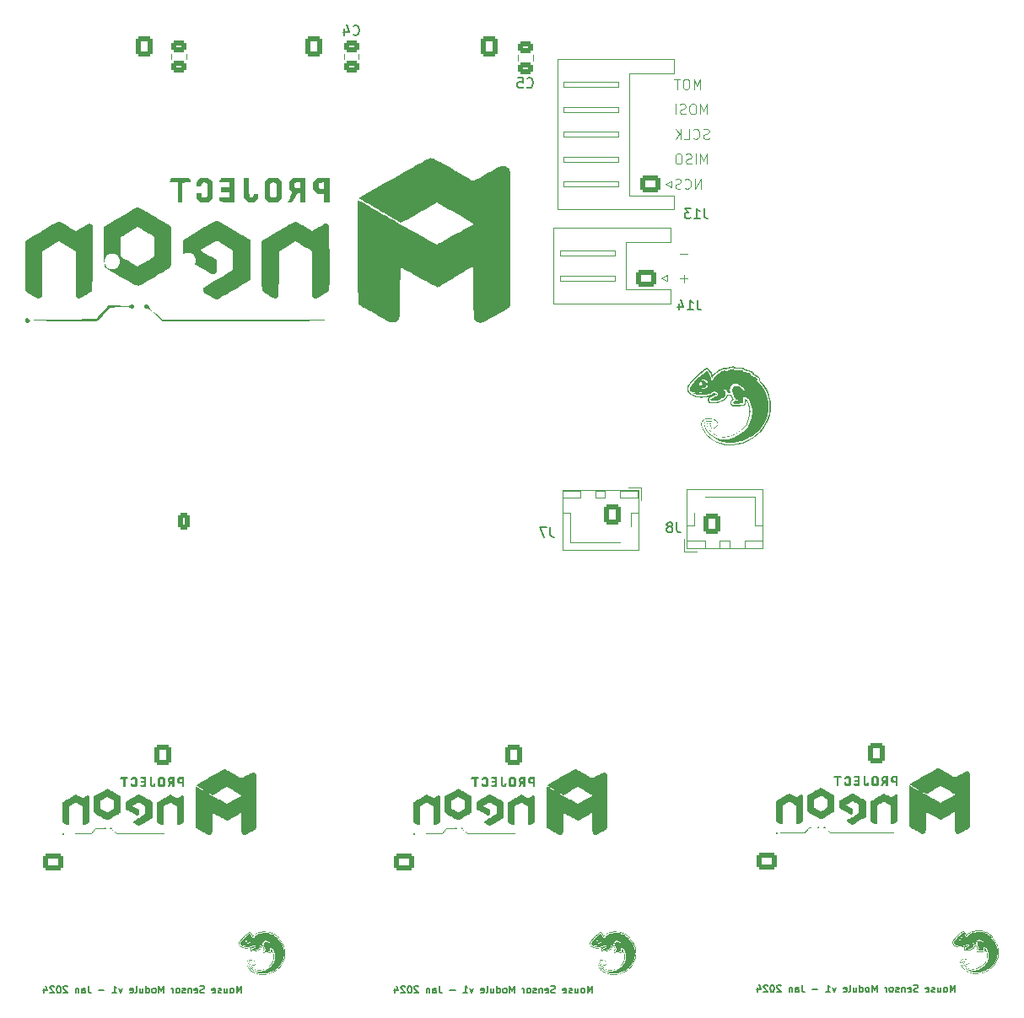
<source format=gbo>
G04 #@! TF.GenerationSoftware,KiCad,Pcbnew,7.0.10*
G04 #@! TF.CreationDate,2024-01-17T23:16:48-03:00*
G04 #@! TF.ProjectId,ligeirinho,6c696765-6972-4696-9e68-6f2e6b696361,rev?*
G04 #@! TF.SameCoordinates,Original*
G04 #@! TF.FileFunction,Legend,Bot*
G04 #@! TF.FilePolarity,Positive*
%FSLAX46Y46*%
G04 Gerber Fmt 4.6, Leading zero omitted, Abs format (unit mm)*
G04 Created by KiCad (PCBNEW 7.0.10) date 2024-01-17 23:16:48*
%MOMM*%
%LPD*%
G01*
G04 APERTURE LIST*
G04 Aperture macros list*
%AMRoundRect*
0 Rectangle with rounded corners*
0 $1 Rounding radius*
0 $2 $3 $4 $5 $6 $7 $8 $9 X,Y pos of 4 corners*
0 Add a 4 corners polygon primitive as box body*
4,1,4,$2,$3,$4,$5,$6,$7,$8,$9,$2,$3,0*
0 Add four circle primitives for the rounded corners*
1,1,$1+$1,$2,$3*
1,1,$1+$1,$4,$5*
1,1,$1+$1,$6,$7*
1,1,$1+$1,$8,$9*
0 Add four rect primitives between the rounded corners*
20,1,$1+$1,$2,$3,$4,$5,0*
20,1,$1+$1,$4,$5,$6,$7,0*
20,1,$1+$1,$6,$7,$8,$9,0*
20,1,$1+$1,$8,$9,$2,$3,0*%
G04 Aperture macros list end*
%ADD10C,0.175000*%
%ADD11C,0.125000*%
%ADD12C,0.150000*%
%ADD13C,0.120000*%
%ADD14C,1.200000*%
%ADD15RoundRect,0.250000X-0.725000X0.600000X-0.725000X-0.600000X0.725000X-0.600000X0.725000X0.600000X0*%
%ADD16O,1.950000X1.700000*%
%ADD17RoundRect,0.250000X0.600000X0.750000X-0.600000X0.750000X-0.600000X-0.750000X0.600000X-0.750000X0*%
%ADD18O,1.700000X2.000000*%
%ADD19R,1.400000X1.400000*%
%ADD20C,1.400000*%
%ADD21O,1.600000X1.600000*%
%ADD22C,1.600000*%
%ADD23O,1.700000X1.700000*%
%ADD24R,1.700000X1.700000*%
%ADD25O,1.200000X1.750000*%
%ADD26RoundRect,0.250000X-0.350000X-0.625000X0.350000X-0.625000X0.350000X0.625000X-0.350000X0.625000X0*%
%ADD27O,2.000000X1.905000*%
%ADD28R,2.000000X1.905000*%
%ADD29O,1.700000X1.950000*%
%ADD30RoundRect,0.250000X0.600000X0.725000X-0.600000X0.725000X-0.600000X-0.725000X0.600000X-0.725000X0*%
%ADD31R,1.600000X1.600000*%
%ADD32O,2.100000X1.900000*%
%ADD33R,2.100000X1.900000*%
%ADD34RoundRect,0.250000X-0.475000X0.337500X-0.475000X-0.337500X0.475000X-0.337500X0.475000X0.337500X0*%
%ADD35O,2.000000X1.700000*%
%ADD36RoundRect,0.250000X0.750000X-0.600000X0.750000X0.600000X-0.750000X0.600000X-0.750000X-0.600000X0*%
%ADD37RoundRect,0.250000X0.725000X-0.600000X0.725000X0.600000X-0.725000X0.600000X-0.725000X-0.600000X0*%
%ADD38RoundRect,0.250000X-0.600000X-0.750000X0.600000X-0.750000X0.600000X0.750000X-0.600000X0.750000X0*%
G04 APERTURE END LIST*
D10*
X88518202Y-139390233D02*
X88518202Y-138690233D01*
X88518202Y-138690233D02*
X88284869Y-139190233D01*
X88284869Y-139190233D02*
X88051535Y-138690233D01*
X88051535Y-138690233D02*
X88051535Y-139390233D01*
X87618202Y-139390233D02*
X87684869Y-139356900D01*
X87684869Y-139356900D02*
X87718202Y-139323566D01*
X87718202Y-139323566D02*
X87751535Y-139256900D01*
X87751535Y-139256900D02*
X87751535Y-139056900D01*
X87751535Y-139056900D02*
X87718202Y-138990233D01*
X87718202Y-138990233D02*
X87684869Y-138956900D01*
X87684869Y-138956900D02*
X87618202Y-138923566D01*
X87618202Y-138923566D02*
X87518202Y-138923566D01*
X87518202Y-138923566D02*
X87451535Y-138956900D01*
X87451535Y-138956900D02*
X87418202Y-138990233D01*
X87418202Y-138990233D02*
X87384869Y-139056900D01*
X87384869Y-139056900D02*
X87384869Y-139256900D01*
X87384869Y-139256900D02*
X87418202Y-139323566D01*
X87418202Y-139323566D02*
X87451535Y-139356900D01*
X87451535Y-139356900D02*
X87518202Y-139390233D01*
X87518202Y-139390233D02*
X87618202Y-139390233D01*
X86784869Y-138923566D02*
X86784869Y-139390233D01*
X87084869Y-138923566D02*
X87084869Y-139290233D01*
X87084869Y-139290233D02*
X87051536Y-139356900D01*
X87051536Y-139356900D02*
X86984869Y-139390233D01*
X86984869Y-139390233D02*
X86884869Y-139390233D01*
X86884869Y-139390233D02*
X86818202Y-139356900D01*
X86818202Y-139356900D02*
X86784869Y-139323566D01*
X86484869Y-139356900D02*
X86418203Y-139390233D01*
X86418203Y-139390233D02*
X86284869Y-139390233D01*
X86284869Y-139390233D02*
X86218203Y-139356900D01*
X86218203Y-139356900D02*
X86184869Y-139290233D01*
X86184869Y-139290233D02*
X86184869Y-139256900D01*
X86184869Y-139256900D02*
X86218203Y-139190233D01*
X86218203Y-139190233D02*
X86284869Y-139156900D01*
X86284869Y-139156900D02*
X86384869Y-139156900D01*
X86384869Y-139156900D02*
X86451536Y-139123566D01*
X86451536Y-139123566D02*
X86484869Y-139056900D01*
X86484869Y-139056900D02*
X86484869Y-139023566D01*
X86484869Y-139023566D02*
X86451536Y-138956900D01*
X86451536Y-138956900D02*
X86384869Y-138923566D01*
X86384869Y-138923566D02*
X86284869Y-138923566D01*
X86284869Y-138923566D02*
X86218203Y-138956900D01*
X85618202Y-139356900D02*
X85684869Y-139390233D01*
X85684869Y-139390233D02*
X85818202Y-139390233D01*
X85818202Y-139390233D02*
X85884869Y-139356900D01*
X85884869Y-139356900D02*
X85918202Y-139290233D01*
X85918202Y-139290233D02*
X85918202Y-139023566D01*
X85918202Y-139023566D02*
X85884869Y-138956900D01*
X85884869Y-138956900D02*
X85818202Y-138923566D01*
X85818202Y-138923566D02*
X85684869Y-138923566D01*
X85684869Y-138923566D02*
X85618202Y-138956900D01*
X85618202Y-138956900D02*
X85584869Y-139023566D01*
X85584869Y-139023566D02*
X85584869Y-139090233D01*
X85584869Y-139090233D02*
X85918202Y-139156900D01*
X84784869Y-139356900D02*
X84684869Y-139390233D01*
X84684869Y-139390233D02*
X84518203Y-139390233D01*
X84518203Y-139390233D02*
X84451536Y-139356900D01*
X84451536Y-139356900D02*
X84418203Y-139323566D01*
X84418203Y-139323566D02*
X84384869Y-139256900D01*
X84384869Y-139256900D02*
X84384869Y-139190233D01*
X84384869Y-139190233D02*
X84418203Y-139123566D01*
X84418203Y-139123566D02*
X84451536Y-139090233D01*
X84451536Y-139090233D02*
X84518203Y-139056900D01*
X84518203Y-139056900D02*
X84651536Y-139023566D01*
X84651536Y-139023566D02*
X84718203Y-138990233D01*
X84718203Y-138990233D02*
X84751536Y-138956900D01*
X84751536Y-138956900D02*
X84784869Y-138890233D01*
X84784869Y-138890233D02*
X84784869Y-138823566D01*
X84784869Y-138823566D02*
X84751536Y-138756900D01*
X84751536Y-138756900D02*
X84718203Y-138723566D01*
X84718203Y-138723566D02*
X84651536Y-138690233D01*
X84651536Y-138690233D02*
X84484869Y-138690233D01*
X84484869Y-138690233D02*
X84384869Y-138723566D01*
X83818202Y-139356900D02*
X83884869Y-139390233D01*
X83884869Y-139390233D02*
X84018202Y-139390233D01*
X84018202Y-139390233D02*
X84084869Y-139356900D01*
X84084869Y-139356900D02*
X84118202Y-139290233D01*
X84118202Y-139290233D02*
X84118202Y-139023566D01*
X84118202Y-139023566D02*
X84084869Y-138956900D01*
X84084869Y-138956900D02*
X84018202Y-138923566D01*
X84018202Y-138923566D02*
X83884869Y-138923566D01*
X83884869Y-138923566D02*
X83818202Y-138956900D01*
X83818202Y-138956900D02*
X83784869Y-139023566D01*
X83784869Y-139023566D02*
X83784869Y-139090233D01*
X83784869Y-139090233D02*
X84118202Y-139156900D01*
X83484869Y-138923566D02*
X83484869Y-139390233D01*
X83484869Y-138990233D02*
X83451536Y-138956900D01*
X83451536Y-138956900D02*
X83384869Y-138923566D01*
X83384869Y-138923566D02*
X83284869Y-138923566D01*
X83284869Y-138923566D02*
X83218202Y-138956900D01*
X83218202Y-138956900D02*
X83184869Y-139023566D01*
X83184869Y-139023566D02*
X83184869Y-139390233D01*
X82884869Y-139356900D02*
X82818203Y-139390233D01*
X82818203Y-139390233D02*
X82684869Y-139390233D01*
X82684869Y-139390233D02*
X82618203Y-139356900D01*
X82618203Y-139356900D02*
X82584869Y-139290233D01*
X82584869Y-139290233D02*
X82584869Y-139256900D01*
X82584869Y-139256900D02*
X82618203Y-139190233D01*
X82618203Y-139190233D02*
X82684869Y-139156900D01*
X82684869Y-139156900D02*
X82784869Y-139156900D01*
X82784869Y-139156900D02*
X82851536Y-139123566D01*
X82851536Y-139123566D02*
X82884869Y-139056900D01*
X82884869Y-139056900D02*
X82884869Y-139023566D01*
X82884869Y-139023566D02*
X82851536Y-138956900D01*
X82851536Y-138956900D02*
X82784869Y-138923566D01*
X82784869Y-138923566D02*
X82684869Y-138923566D01*
X82684869Y-138923566D02*
X82618203Y-138956900D01*
X82184869Y-139390233D02*
X82251536Y-139356900D01*
X82251536Y-139356900D02*
X82284869Y-139323566D01*
X82284869Y-139323566D02*
X82318202Y-139256900D01*
X82318202Y-139256900D02*
X82318202Y-139056900D01*
X82318202Y-139056900D02*
X82284869Y-138990233D01*
X82284869Y-138990233D02*
X82251536Y-138956900D01*
X82251536Y-138956900D02*
X82184869Y-138923566D01*
X82184869Y-138923566D02*
X82084869Y-138923566D01*
X82084869Y-138923566D02*
X82018202Y-138956900D01*
X82018202Y-138956900D02*
X81984869Y-138990233D01*
X81984869Y-138990233D02*
X81951536Y-139056900D01*
X81951536Y-139056900D02*
X81951536Y-139256900D01*
X81951536Y-139256900D02*
X81984869Y-139323566D01*
X81984869Y-139323566D02*
X82018202Y-139356900D01*
X82018202Y-139356900D02*
X82084869Y-139390233D01*
X82084869Y-139390233D02*
X82184869Y-139390233D01*
X81651536Y-139390233D02*
X81651536Y-138923566D01*
X81651536Y-139056900D02*
X81618203Y-138990233D01*
X81618203Y-138990233D02*
X81584869Y-138956900D01*
X81584869Y-138956900D02*
X81518203Y-138923566D01*
X81518203Y-138923566D02*
X81451536Y-138923566D01*
X80684870Y-139390233D02*
X80684870Y-138690233D01*
X80684870Y-138690233D02*
X80451537Y-139190233D01*
X80451537Y-139190233D02*
X80218203Y-138690233D01*
X80218203Y-138690233D02*
X80218203Y-139390233D01*
X79784870Y-139390233D02*
X79851537Y-139356900D01*
X79851537Y-139356900D02*
X79884870Y-139323566D01*
X79884870Y-139323566D02*
X79918203Y-139256900D01*
X79918203Y-139256900D02*
X79918203Y-139056900D01*
X79918203Y-139056900D02*
X79884870Y-138990233D01*
X79884870Y-138990233D02*
X79851537Y-138956900D01*
X79851537Y-138956900D02*
X79784870Y-138923566D01*
X79784870Y-138923566D02*
X79684870Y-138923566D01*
X79684870Y-138923566D02*
X79618203Y-138956900D01*
X79618203Y-138956900D02*
X79584870Y-138990233D01*
X79584870Y-138990233D02*
X79551537Y-139056900D01*
X79551537Y-139056900D02*
X79551537Y-139256900D01*
X79551537Y-139256900D02*
X79584870Y-139323566D01*
X79584870Y-139323566D02*
X79618203Y-139356900D01*
X79618203Y-139356900D02*
X79684870Y-139390233D01*
X79684870Y-139390233D02*
X79784870Y-139390233D01*
X78951537Y-139390233D02*
X78951537Y-138690233D01*
X78951537Y-139356900D02*
X79018204Y-139390233D01*
X79018204Y-139390233D02*
X79151537Y-139390233D01*
X79151537Y-139390233D02*
X79218204Y-139356900D01*
X79218204Y-139356900D02*
X79251537Y-139323566D01*
X79251537Y-139323566D02*
X79284870Y-139256900D01*
X79284870Y-139256900D02*
X79284870Y-139056900D01*
X79284870Y-139056900D02*
X79251537Y-138990233D01*
X79251537Y-138990233D02*
X79218204Y-138956900D01*
X79218204Y-138956900D02*
X79151537Y-138923566D01*
X79151537Y-138923566D02*
X79018204Y-138923566D01*
X79018204Y-138923566D02*
X78951537Y-138956900D01*
X78318204Y-138923566D02*
X78318204Y-139390233D01*
X78618204Y-138923566D02*
X78618204Y-139290233D01*
X78618204Y-139290233D02*
X78584871Y-139356900D01*
X78584871Y-139356900D02*
X78518204Y-139390233D01*
X78518204Y-139390233D02*
X78418204Y-139390233D01*
X78418204Y-139390233D02*
X78351537Y-139356900D01*
X78351537Y-139356900D02*
X78318204Y-139323566D01*
X77884871Y-139390233D02*
X77951538Y-139356900D01*
X77951538Y-139356900D02*
X77984871Y-139290233D01*
X77984871Y-139290233D02*
X77984871Y-138690233D01*
X77351537Y-139356900D02*
X77418204Y-139390233D01*
X77418204Y-139390233D02*
X77551537Y-139390233D01*
X77551537Y-139390233D02*
X77618204Y-139356900D01*
X77618204Y-139356900D02*
X77651537Y-139290233D01*
X77651537Y-139290233D02*
X77651537Y-139023566D01*
X77651537Y-139023566D02*
X77618204Y-138956900D01*
X77618204Y-138956900D02*
X77551537Y-138923566D01*
X77551537Y-138923566D02*
X77418204Y-138923566D01*
X77418204Y-138923566D02*
X77351537Y-138956900D01*
X77351537Y-138956900D02*
X77318204Y-139023566D01*
X77318204Y-139023566D02*
X77318204Y-139090233D01*
X77318204Y-139090233D02*
X77651537Y-139156900D01*
X76551538Y-138923566D02*
X76384871Y-139390233D01*
X76384871Y-139390233D02*
X76218204Y-138923566D01*
X75584871Y-139390233D02*
X75984871Y-139390233D01*
X75784871Y-139390233D02*
X75784871Y-138690233D01*
X75784871Y-138690233D02*
X75851538Y-138790233D01*
X75851538Y-138790233D02*
X75918205Y-138856900D01*
X75918205Y-138856900D02*
X75984871Y-138890233D01*
X74751538Y-139123566D02*
X74218205Y-139123566D01*
X73151538Y-138690233D02*
X73151538Y-139190233D01*
X73151538Y-139190233D02*
X73184871Y-139290233D01*
X73184871Y-139290233D02*
X73251538Y-139356900D01*
X73251538Y-139356900D02*
X73351538Y-139390233D01*
X73351538Y-139390233D02*
X73418205Y-139390233D01*
X72518205Y-139390233D02*
X72518205Y-139023566D01*
X72518205Y-139023566D02*
X72551538Y-138956900D01*
X72551538Y-138956900D02*
X72618205Y-138923566D01*
X72618205Y-138923566D02*
X72751538Y-138923566D01*
X72751538Y-138923566D02*
X72818205Y-138956900D01*
X72518205Y-139356900D02*
X72584872Y-139390233D01*
X72584872Y-139390233D02*
X72751538Y-139390233D01*
X72751538Y-139390233D02*
X72818205Y-139356900D01*
X72818205Y-139356900D02*
X72851538Y-139290233D01*
X72851538Y-139290233D02*
X72851538Y-139223566D01*
X72851538Y-139223566D02*
X72818205Y-139156900D01*
X72818205Y-139156900D02*
X72751538Y-139123566D01*
X72751538Y-139123566D02*
X72584872Y-139123566D01*
X72584872Y-139123566D02*
X72518205Y-139090233D01*
X72184872Y-138923566D02*
X72184872Y-139390233D01*
X72184872Y-138990233D02*
X72151539Y-138956900D01*
X72151539Y-138956900D02*
X72084872Y-138923566D01*
X72084872Y-138923566D02*
X71984872Y-138923566D01*
X71984872Y-138923566D02*
X71918205Y-138956900D01*
X71918205Y-138956900D02*
X71884872Y-139023566D01*
X71884872Y-139023566D02*
X71884872Y-139390233D01*
X71051539Y-138756900D02*
X71018206Y-138723566D01*
X71018206Y-138723566D02*
X70951539Y-138690233D01*
X70951539Y-138690233D02*
X70784873Y-138690233D01*
X70784873Y-138690233D02*
X70718206Y-138723566D01*
X70718206Y-138723566D02*
X70684873Y-138756900D01*
X70684873Y-138756900D02*
X70651539Y-138823566D01*
X70651539Y-138823566D02*
X70651539Y-138890233D01*
X70651539Y-138890233D02*
X70684873Y-138990233D01*
X70684873Y-138990233D02*
X71084873Y-139390233D01*
X71084873Y-139390233D02*
X70651539Y-139390233D01*
X70218206Y-138690233D02*
X70151539Y-138690233D01*
X70151539Y-138690233D02*
X70084872Y-138723566D01*
X70084872Y-138723566D02*
X70051539Y-138756900D01*
X70051539Y-138756900D02*
X70018206Y-138823566D01*
X70018206Y-138823566D02*
X69984872Y-138956900D01*
X69984872Y-138956900D02*
X69984872Y-139123566D01*
X69984872Y-139123566D02*
X70018206Y-139256900D01*
X70018206Y-139256900D02*
X70051539Y-139323566D01*
X70051539Y-139323566D02*
X70084872Y-139356900D01*
X70084872Y-139356900D02*
X70151539Y-139390233D01*
X70151539Y-139390233D02*
X70218206Y-139390233D01*
X70218206Y-139390233D02*
X70284872Y-139356900D01*
X70284872Y-139356900D02*
X70318206Y-139323566D01*
X70318206Y-139323566D02*
X70351539Y-139256900D01*
X70351539Y-139256900D02*
X70384872Y-139123566D01*
X70384872Y-139123566D02*
X70384872Y-138956900D01*
X70384872Y-138956900D02*
X70351539Y-138823566D01*
X70351539Y-138823566D02*
X70318206Y-138756900D01*
X70318206Y-138756900D02*
X70284872Y-138723566D01*
X70284872Y-138723566D02*
X70218206Y-138690233D01*
X69718205Y-138756900D02*
X69684872Y-138723566D01*
X69684872Y-138723566D02*
X69618205Y-138690233D01*
X69618205Y-138690233D02*
X69451539Y-138690233D01*
X69451539Y-138690233D02*
X69384872Y-138723566D01*
X69384872Y-138723566D02*
X69351539Y-138756900D01*
X69351539Y-138756900D02*
X69318205Y-138823566D01*
X69318205Y-138823566D02*
X69318205Y-138890233D01*
X69318205Y-138890233D02*
X69351539Y-138990233D01*
X69351539Y-138990233D02*
X69751539Y-139390233D01*
X69751539Y-139390233D02*
X69318205Y-139390233D01*
X68718205Y-138923566D02*
X68718205Y-139390233D01*
X68884872Y-138656900D02*
X69051538Y-139156900D01*
X69051538Y-139156900D02*
X68618205Y-139156900D01*
X124918202Y-139290233D02*
X124918202Y-138590233D01*
X124918202Y-138590233D02*
X124684869Y-139090233D01*
X124684869Y-139090233D02*
X124451535Y-138590233D01*
X124451535Y-138590233D02*
X124451535Y-139290233D01*
X124018202Y-139290233D02*
X124084869Y-139256900D01*
X124084869Y-139256900D02*
X124118202Y-139223566D01*
X124118202Y-139223566D02*
X124151535Y-139156900D01*
X124151535Y-139156900D02*
X124151535Y-138956900D01*
X124151535Y-138956900D02*
X124118202Y-138890233D01*
X124118202Y-138890233D02*
X124084869Y-138856900D01*
X124084869Y-138856900D02*
X124018202Y-138823566D01*
X124018202Y-138823566D02*
X123918202Y-138823566D01*
X123918202Y-138823566D02*
X123851535Y-138856900D01*
X123851535Y-138856900D02*
X123818202Y-138890233D01*
X123818202Y-138890233D02*
X123784869Y-138956900D01*
X123784869Y-138956900D02*
X123784869Y-139156900D01*
X123784869Y-139156900D02*
X123818202Y-139223566D01*
X123818202Y-139223566D02*
X123851535Y-139256900D01*
X123851535Y-139256900D02*
X123918202Y-139290233D01*
X123918202Y-139290233D02*
X124018202Y-139290233D01*
X123184869Y-138823566D02*
X123184869Y-139290233D01*
X123484869Y-138823566D02*
X123484869Y-139190233D01*
X123484869Y-139190233D02*
X123451536Y-139256900D01*
X123451536Y-139256900D02*
X123384869Y-139290233D01*
X123384869Y-139290233D02*
X123284869Y-139290233D01*
X123284869Y-139290233D02*
X123218202Y-139256900D01*
X123218202Y-139256900D02*
X123184869Y-139223566D01*
X122884869Y-139256900D02*
X122818203Y-139290233D01*
X122818203Y-139290233D02*
X122684869Y-139290233D01*
X122684869Y-139290233D02*
X122618203Y-139256900D01*
X122618203Y-139256900D02*
X122584869Y-139190233D01*
X122584869Y-139190233D02*
X122584869Y-139156900D01*
X122584869Y-139156900D02*
X122618203Y-139090233D01*
X122618203Y-139090233D02*
X122684869Y-139056900D01*
X122684869Y-139056900D02*
X122784869Y-139056900D01*
X122784869Y-139056900D02*
X122851536Y-139023566D01*
X122851536Y-139023566D02*
X122884869Y-138956900D01*
X122884869Y-138956900D02*
X122884869Y-138923566D01*
X122884869Y-138923566D02*
X122851536Y-138856900D01*
X122851536Y-138856900D02*
X122784869Y-138823566D01*
X122784869Y-138823566D02*
X122684869Y-138823566D01*
X122684869Y-138823566D02*
X122618203Y-138856900D01*
X122018202Y-139256900D02*
X122084869Y-139290233D01*
X122084869Y-139290233D02*
X122218202Y-139290233D01*
X122218202Y-139290233D02*
X122284869Y-139256900D01*
X122284869Y-139256900D02*
X122318202Y-139190233D01*
X122318202Y-139190233D02*
X122318202Y-138923566D01*
X122318202Y-138923566D02*
X122284869Y-138856900D01*
X122284869Y-138856900D02*
X122218202Y-138823566D01*
X122218202Y-138823566D02*
X122084869Y-138823566D01*
X122084869Y-138823566D02*
X122018202Y-138856900D01*
X122018202Y-138856900D02*
X121984869Y-138923566D01*
X121984869Y-138923566D02*
X121984869Y-138990233D01*
X121984869Y-138990233D02*
X122318202Y-139056900D01*
X121184869Y-139256900D02*
X121084869Y-139290233D01*
X121084869Y-139290233D02*
X120918203Y-139290233D01*
X120918203Y-139290233D02*
X120851536Y-139256900D01*
X120851536Y-139256900D02*
X120818203Y-139223566D01*
X120818203Y-139223566D02*
X120784869Y-139156900D01*
X120784869Y-139156900D02*
X120784869Y-139090233D01*
X120784869Y-139090233D02*
X120818203Y-139023566D01*
X120818203Y-139023566D02*
X120851536Y-138990233D01*
X120851536Y-138990233D02*
X120918203Y-138956900D01*
X120918203Y-138956900D02*
X121051536Y-138923566D01*
X121051536Y-138923566D02*
X121118203Y-138890233D01*
X121118203Y-138890233D02*
X121151536Y-138856900D01*
X121151536Y-138856900D02*
X121184869Y-138790233D01*
X121184869Y-138790233D02*
X121184869Y-138723566D01*
X121184869Y-138723566D02*
X121151536Y-138656900D01*
X121151536Y-138656900D02*
X121118203Y-138623566D01*
X121118203Y-138623566D02*
X121051536Y-138590233D01*
X121051536Y-138590233D02*
X120884869Y-138590233D01*
X120884869Y-138590233D02*
X120784869Y-138623566D01*
X120218202Y-139256900D02*
X120284869Y-139290233D01*
X120284869Y-139290233D02*
X120418202Y-139290233D01*
X120418202Y-139290233D02*
X120484869Y-139256900D01*
X120484869Y-139256900D02*
X120518202Y-139190233D01*
X120518202Y-139190233D02*
X120518202Y-138923566D01*
X120518202Y-138923566D02*
X120484869Y-138856900D01*
X120484869Y-138856900D02*
X120418202Y-138823566D01*
X120418202Y-138823566D02*
X120284869Y-138823566D01*
X120284869Y-138823566D02*
X120218202Y-138856900D01*
X120218202Y-138856900D02*
X120184869Y-138923566D01*
X120184869Y-138923566D02*
X120184869Y-138990233D01*
X120184869Y-138990233D02*
X120518202Y-139056900D01*
X119884869Y-138823566D02*
X119884869Y-139290233D01*
X119884869Y-138890233D02*
X119851536Y-138856900D01*
X119851536Y-138856900D02*
X119784869Y-138823566D01*
X119784869Y-138823566D02*
X119684869Y-138823566D01*
X119684869Y-138823566D02*
X119618202Y-138856900D01*
X119618202Y-138856900D02*
X119584869Y-138923566D01*
X119584869Y-138923566D02*
X119584869Y-139290233D01*
X119284869Y-139256900D02*
X119218203Y-139290233D01*
X119218203Y-139290233D02*
X119084869Y-139290233D01*
X119084869Y-139290233D02*
X119018203Y-139256900D01*
X119018203Y-139256900D02*
X118984869Y-139190233D01*
X118984869Y-139190233D02*
X118984869Y-139156900D01*
X118984869Y-139156900D02*
X119018203Y-139090233D01*
X119018203Y-139090233D02*
X119084869Y-139056900D01*
X119084869Y-139056900D02*
X119184869Y-139056900D01*
X119184869Y-139056900D02*
X119251536Y-139023566D01*
X119251536Y-139023566D02*
X119284869Y-138956900D01*
X119284869Y-138956900D02*
X119284869Y-138923566D01*
X119284869Y-138923566D02*
X119251536Y-138856900D01*
X119251536Y-138856900D02*
X119184869Y-138823566D01*
X119184869Y-138823566D02*
X119084869Y-138823566D01*
X119084869Y-138823566D02*
X119018203Y-138856900D01*
X118584869Y-139290233D02*
X118651536Y-139256900D01*
X118651536Y-139256900D02*
X118684869Y-139223566D01*
X118684869Y-139223566D02*
X118718202Y-139156900D01*
X118718202Y-139156900D02*
X118718202Y-138956900D01*
X118718202Y-138956900D02*
X118684869Y-138890233D01*
X118684869Y-138890233D02*
X118651536Y-138856900D01*
X118651536Y-138856900D02*
X118584869Y-138823566D01*
X118584869Y-138823566D02*
X118484869Y-138823566D01*
X118484869Y-138823566D02*
X118418202Y-138856900D01*
X118418202Y-138856900D02*
X118384869Y-138890233D01*
X118384869Y-138890233D02*
X118351536Y-138956900D01*
X118351536Y-138956900D02*
X118351536Y-139156900D01*
X118351536Y-139156900D02*
X118384869Y-139223566D01*
X118384869Y-139223566D02*
X118418202Y-139256900D01*
X118418202Y-139256900D02*
X118484869Y-139290233D01*
X118484869Y-139290233D02*
X118584869Y-139290233D01*
X118051536Y-139290233D02*
X118051536Y-138823566D01*
X118051536Y-138956900D02*
X118018203Y-138890233D01*
X118018203Y-138890233D02*
X117984869Y-138856900D01*
X117984869Y-138856900D02*
X117918203Y-138823566D01*
X117918203Y-138823566D02*
X117851536Y-138823566D01*
X117084870Y-139290233D02*
X117084870Y-138590233D01*
X117084870Y-138590233D02*
X116851537Y-139090233D01*
X116851537Y-139090233D02*
X116618203Y-138590233D01*
X116618203Y-138590233D02*
X116618203Y-139290233D01*
X116184870Y-139290233D02*
X116251537Y-139256900D01*
X116251537Y-139256900D02*
X116284870Y-139223566D01*
X116284870Y-139223566D02*
X116318203Y-139156900D01*
X116318203Y-139156900D02*
X116318203Y-138956900D01*
X116318203Y-138956900D02*
X116284870Y-138890233D01*
X116284870Y-138890233D02*
X116251537Y-138856900D01*
X116251537Y-138856900D02*
X116184870Y-138823566D01*
X116184870Y-138823566D02*
X116084870Y-138823566D01*
X116084870Y-138823566D02*
X116018203Y-138856900D01*
X116018203Y-138856900D02*
X115984870Y-138890233D01*
X115984870Y-138890233D02*
X115951537Y-138956900D01*
X115951537Y-138956900D02*
X115951537Y-139156900D01*
X115951537Y-139156900D02*
X115984870Y-139223566D01*
X115984870Y-139223566D02*
X116018203Y-139256900D01*
X116018203Y-139256900D02*
X116084870Y-139290233D01*
X116084870Y-139290233D02*
X116184870Y-139290233D01*
X115351537Y-139290233D02*
X115351537Y-138590233D01*
X115351537Y-139256900D02*
X115418204Y-139290233D01*
X115418204Y-139290233D02*
X115551537Y-139290233D01*
X115551537Y-139290233D02*
X115618204Y-139256900D01*
X115618204Y-139256900D02*
X115651537Y-139223566D01*
X115651537Y-139223566D02*
X115684870Y-139156900D01*
X115684870Y-139156900D02*
X115684870Y-138956900D01*
X115684870Y-138956900D02*
X115651537Y-138890233D01*
X115651537Y-138890233D02*
X115618204Y-138856900D01*
X115618204Y-138856900D02*
X115551537Y-138823566D01*
X115551537Y-138823566D02*
X115418204Y-138823566D01*
X115418204Y-138823566D02*
X115351537Y-138856900D01*
X114718204Y-138823566D02*
X114718204Y-139290233D01*
X115018204Y-138823566D02*
X115018204Y-139190233D01*
X115018204Y-139190233D02*
X114984871Y-139256900D01*
X114984871Y-139256900D02*
X114918204Y-139290233D01*
X114918204Y-139290233D02*
X114818204Y-139290233D01*
X114818204Y-139290233D02*
X114751537Y-139256900D01*
X114751537Y-139256900D02*
X114718204Y-139223566D01*
X114284871Y-139290233D02*
X114351538Y-139256900D01*
X114351538Y-139256900D02*
X114384871Y-139190233D01*
X114384871Y-139190233D02*
X114384871Y-138590233D01*
X113751537Y-139256900D02*
X113818204Y-139290233D01*
X113818204Y-139290233D02*
X113951537Y-139290233D01*
X113951537Y-139290233D02*
X114018204Y-139256900D01*
X114018204Y-139256900D02*
X114051537Y-139190233D01*
X114051537Y-139190233D02*
X114051537Y-138923566D01*
X114051537Y-138923566D02*
X114018204Y-138856900D01*
X114018204Y-138856900D02*
X113951537Y-138823566D01*
X113951537Y-138823566D02*
X113818204Y-138823566D01*
X113818204Y-138823566D02*
X113751537Y-138856900D01*
X113751537Y-138856900D02*
X113718204Y-138923566D01*
X113718204Y-138923566D02*
X113718204Y-138990233D01*
X113718204Y-138990233D02*
X114051537Y-139056900D01*
X112951538Y-138823566D02*
X112784871Y-139290233D01*
X112784871Y-139290233D02*
X112618204Y-138823566D01*
X111984871Y-139290233D02*
X112384871Y-139290233D01*
X112184871Y-139290233D02*
X112184871Y-138590233D01*
X112184871Y-138590233D02*
X112251538Y-138690233D01*
X112251538Y-138690233D02*
X112318205Y-138756900D01*
X112318205Y-138756900D02*
X112384871Y-138790233D01*
X111151538Y-139023566D02*
X110618205Y-139023566D01*
X109551538Y-138590233D02*
X109551538Y-139090233D01*
X109551538Y-139090233D02*
X109584871Y-139190233D01*
X109584871Y-139190233D02*
X109651538Y-139256900D01*
X109651538Y-139256900D02*
X109751538Y-139290233D01*
X109751538Y-139290233D02*
X109818205Y-139290233D01*
X108918205Y-139290233D02*
X108918205Y-138923566D01*
X108918205Y-138923566D02*
X108951538Y-138856900D01*
X108951538Y-138856900D02*
X109018205Y-138823566D01*
X109018205Y-138823566D02*
X109151538Y-138823566D01*
X109151538Y-138823566D02*
X109218205Y-138856900D01*
X108918205Y-139256900D02*
X108984872Y-139290233D01*
X108984872Y-139290233D02*
X109151538Y-139290233D01*
X109151538Y-139290233D02*
X109218205Y-139256900D01*
X109218205Y-139256900D02*
X109251538Y-139190233D01*
X109251538Y-139190233D02*
X109251538Y-139123566D01*
X109251538Y-139123566D02*
X109218205Y-139056900D01*
X109218205Y-139056900D02*
X109151538Y-139023566D01*
X109151538Y-139023566D02*
X108984872Y-139023566D01*
X108984872Y-139023566D02*
X108918205Y-138990233D01*
X108584872Y-138823566D02*
X108584872Y-139290233D01*
X108584872Y-138890233D02*
X108551539Y-138856900D01*
X108551539Y-138856900D02*
X108484872Y-138823566D01*
X108484872Y-138823566D02*
X108384872Y-138823566D01*
X108384872Y-138823566D02*
X108318205Y-138856900D01*
X108318205Y-138856900D02*
X108284872Y-138923566D01*
X108284872Y-138923566D02*
X108284872Y-139290233D01*
X107451539Y-138656900D02*
X107418206Y-138623566D01*
X107418206Y-138623566D02*
X107351539Y-138590233D01*
X107351539Y-138590233D02*
X107184873Y-138590233D01*
X107184873Y-138590233D02*
X107118206Y-138623566D01*
X107118206Y-138623566D02*
X107084873Y-138656900D01*
X107084873Y-138656900D02*
X107051539Y-138723566D01*
X107051539Y-138723566D02*
X107051539Y-138790233D01*
X107051539Y-138790233D02*
X107084873Y-138890233D01*
X107084873Y-138890233D02*
X107484873Y-139290233D01*
X107484873Y-139290233D02*
X107051539Y-139290233D01*
X106618206Y-138590233D02*
X106551539Y-138590233D01*
X106551539Y-138590233D02*
X106484872Y-138623566D01*
X106484872Y-138623566D02*
X106451539Y-138656900D01*
X106451539Y-138656900D02*
X106418206Y-138723566D01*
X106418206Y-138723566D02*
X106384872Y-138856900D01*
X106384872Y-138856900D02*
X106384872Y-139023566D01*
X106384872Y-139023566D02*
X106418206Y-139156900D01*
X106418206Y-139156900D02*
X106451539Y-139223566D01*
X106451539Y-139223566D02*
X106484872Y-139256900D01*
X106484872Y-139256900D02*
X106551539Y-139290233D01*
X106551539Y-139290233D02*
X106618206Y-139290233D01*
X106618206Y-139290233D02*
X106684872Y-139256900D01*
X106684872Y-139256900D02*
X106718206Y-139223566D01*
X106718206Y-139223566D02*
X106751539Y-139156900D01*
X106751539Y-139156900D02*
X106784872Y-139023566D01*
X106784872Y-139023566D02*
X106784872Y-138856900D01*
X106784872Y-138856900D02*
X106751539Y-138723566D01*
X106751539Y-138723566D02*
X106718206Y-138656900D01*
X106718206Y-138656900D02*
X106684872Y-138623566D01*
X106684872Y-138623566D02*
X106618206Y-138590233D01*
X106118205Y-138656900D02*
X106084872Y-138623566D01*
X106084872Y-138623566D02*
X106018205Y-138590233D01*
X106018205Y-138590233D02*
X105851539Y-138590233D01*
X105851539Y-138590233D02*
X105784872Y-138623566D01*
X105784872Y-138623566D02*
X105751539Y-138656900D01*
X105751539Y-138656900D02*
X105718205Y-138723566D01*
X105718205Y-138723566D02*
X105718205Y-138790233D01*
X105718205Y-138790233D02*
X105751539Y-138890233D01*
X105751539Y-138890233D02*
X106151539Y-139290233D01*
X106151539Y-139290233D02*
X105718205Y-139290233D01*
X105118205Y-138823566D02*
X105118205Y-139290233D01*
X105284872Y-138556900D02*
X105451538Y-139056900D01*
X105451538Y-139056900D02*
X105018205Y-139056900D01*
X53294202Y-139390233D02*
X53294202Y-138690233D01*
X53294202Y-138690233D02*
X53060869Y-139190233D01*
X53060869Y-139190233D02*
X52827535Y-138690233D01*
X52827535Y-138690233D02*
X52827535Y-139390233D01*
X52394202Y-139390233D02*
X52460869Y-139356900D01*
X52460869Y-139356900D02*
X52494202Y-139323566D01*
X52494202Y-139323566D02*
X52527535Y-139256900D01*
X52527535Y-139256900D02*
X52527535Y-139056900D01*
X52527535Y-139056900D02*
X52494202Y-138990233D01*
X52494202Y-138990233D02*
X52460869Y-138956900D01*
X52460869Y-138956900D02*
X52394202Y-138923566D01*
X52394202Y-138923566D02*
X52294202Y-138923566D01*
X52294202Y-138923566D02*
X52227535Y-138956900D01*
X52227535Y-138956900D02*
X52194202Y-138990233D01*
X52194202Y-138990233D02*
X52160869Y-139056900D01*
X52160869Y-139056900D02*
X52160869Y-139256900D01*
X52160869Y-139256900D02*
X52194202Y-139323566D01*
X52194202Y-139323566D02*
X52227535Y-139356900D01*
X52227535Y-139356900D02*
X52294202Y-139390233D01*
X52294202Y-139390233D02*
X52394202Y-139390233D01*
X51560869Y-138923566D02*
X51560869Y-139390233D01*
X51860869Y-138923566D02*
X51860869Y-139290233D01*
X51860869Y-139290233D02*
X51827536Y-139356900D01*
X51827536Y-139356900D02*
X51760869Y-139390233D01*
X51760869Y-139390233D02*
X51660869Y-139390233D01*
X51660869Y-139390233D02*
X51594202Y-139356900D01*
X51594202Y-139356900D02*
X51560869Y-139323566D01*
X51260869Y-139356900D02*
X51194203Y-139390233D01*
X51194203Y-139390233D02*
X51060869Y-139390233D01*
X51060869Y-139390233D02*
X50994203Y-139356900D01*
X50994203Y-139356900D02*
X50960869Y-139290233D01*
X50960869Y-139290233D02*
X50960869Y-139256900D01*
X50960869Y-139256900D02*
X50994203Y-139190233D01*
X50994203Y-139190233D02*
X51060869Y-139156900D01*
X51060869Y-139156900D02*
X51160869Y-139156900D01*
X51160869Y-139156900D02*
X51227536Y-139123566D01*
X51227536Y-139123566D02*
X51260869Y-139056900D01*
X51260869Y-139056900D02*
X51260869Y-139023566D01*
X51260869Y-139023566D02*
X51227536Y-138956900D01*
X51227536Y-138956900D02*
X51160869Y-138923566D01*
X51160869Y-138923566D02*
X51060869Y-138923566D01*
X51060869Y-138923566D02*
X50994203Y-138956900D01*
X50394202Y-139356900D02*
X50460869Y-139390233D01*
X50460869Y-139390233D02*
X50594202Y-139390233D01*
X50594202Y-139390233D02*
X50660869Y-139356900D01*
X50660869Y-139356900D02*
X50694202Y-139290233D01*
X50694202Y-139290233D02*
X50694202Y-139023566D01*
X50694202Y-139023566D02*
X50660869Y-138956900D01*
X50660869Y-138956900D02*
X50594202Y-138923566D01*
X50594202Y-138923566D02*
X50460869Y-138923566D01*
X50460869Y-138923566D02*
X50394202Y-138956900D01*
X50394202Y-138956900D02*
X50360869Y-139023566D01*
X50360869Y-139023566D02*
X50360869Y-139090233D01*
X50360869Y-139090233D02*
X50694202Y-139156900D01*
X49560869Y-139356900D02*
X49460869Y-139390233D01*
X49460869Y-139390233D02*
X49294203Y-139390233D01*
X49294203Y-139390233D02*
X49227536Y-139356900D01*
X49227536Y-139356900D02*
X49194203Y-139323566D01*
X49194203Y-139323566D02*
X49160869Y-139256900D01*
X49160869Y-139256900D02*
X49160869Y-139190233D01*
X49160869Y-139190233D02*
X49194203Y-139123566D01*
X49194203Y-139123566D02*
X49227536Y-139090233D01*
X49227536Y-139090233D02*
X49294203Y-139056900D01*
X49294203Y-139056900D02*
X49427536Y-139023566D01*
X49427536Y-139023566D02*
X49494203Y-138990233D01*
X49494203Y-138990233D02*
X49527536Y-138956900D01*
X49527536Y-138956900D02*
X49560869Y-138890233D01*
X49560869Y-138890233D02*
X49560869Y-138823566D01*
X49560869Y-138823566D02*
X49527536Y-138756900D01*
X49527536Y-138756900D02*
X49494203Y-138723566D01*
X49494203Y-138723566D02*
X49427536Y-138690233D01*
X49427536Y-138690233D02*
X49260869Y-138690233D01*
X49260869Y-138690233D02*
X49160869Y-138723566D01*
X48594202Y-139356900D02*
X48660869Y-139390233D01*
X48660869Y-139390233D02*
X48794202Y-139390233D01*
X48794202Y-139390233D02*
X48860869Y-139356900D01*
X48860869Y-139356900D02*
X48894202Y-139290233D01*
X48894202Y-139290233D02*
X48894202Y-139023566D01*
X48894202Y-139023566D02*
X48860869Y-138956900D01*
X48860869Y-138956900D02*
X48794202Y-138923566D01*
X48794202Y-138923566D02*
X48660869Y-138923566D01*
X48660869Y-138923566D02*
X48594202Y-138956900D01*
X48594202Y-138956900D02*
X48560869Y-139023566D01*
X48560869Y-139023566D02*
X48560869Y-139090233D01*
X48560869Y-139090233D02*
X48894202Y-139156900D01*
X48260869Y-138923566D02*
X48260869Y-139390233D01*
X48260869Y-138990233D02*
X48227536Y-138956900D01*
X48227536Y-138956900D02*
X48160869Y-138923566D01*
X48160869Y-138923566D02*
X48060869Y-138923566D01*
X48060869Y-138923566D02*
X47994202Y-138956900D01*
X47994202Y-138956900D02*
X47960869Y-139023566D01*
X47960869Y-139023566D02*
X47960869Y-139390233D01*
X47660869Y-139356900D02*
X47594203Y-139390233D01*
X47594203Y-139390233D02*
X47460869Y-139390233D01*
X47460869Y-139390233D02*
X47394203Y-139356900D01*
X47394203Y-139356900D02*
X47360869Y-139290233D01*
X47360869Y-139290233D02*
X47360869Y-139256900D01*
X47360869Y-139256900D02*
X47394203Y-139190233D01*
X47394203Y-139190233D02*
X47460869Y-139156900D01*
X47460869Y-139156900D02*
X47560869Y-139156900D01*
X47560869Y-139156900D02*
X47627536Y-139123566D01*
X47627536Y-139123566D02*
X47660869Y-139056900D01*
X47660869Y-139056900D02*
X47660869Y-139023566D01*
X47660869Y-139023566D02*
X47627536Y-138956900D01*
X47627536Y-138956900D02*
X47560869Y-138923566D01*
X47560869Y-138923566D02*
X47460869Y-138923566D01*
X47460869Y-138923566D02*
X47394203Y-138956900D01*
X46960869Y-139390233D02*
X47027536Y-139356900D01*
X47027536Y-139356900D02*
X47060869Y-139323566D01*
X47060869Y-139323566D02*
X47094202Y-139256900D01*
X47094202Y-139256900D02*
X47094202Y-139056900D01*
X47094202Y-139056900D02*
X47060869Y-138990233D01*
X47060869Y-138990233D02*
X47027536Y-138956900D01*
X47027536Y-138956900D02*
X46960869Y-138923566D01*
X46960869Y-138923566D02*
X46860869Y-138923566D01*
X46860869Y-138923566D02*
X46794202Y-138956900D01*
X46794202Y-138956900D02*
X46760869Y-138990233D01*
X46760869Y-138990233D02*
X46727536Y-139056900D01*
X46727536Y-139056900D02*
X46727536Y-139256900D01*
X46727536Y-139256900D02*
X46760869Y-139323566D01*
X46760869Y-139323566D02*
X46794202Y-139356900D01*
X46794202Y-139356900D02*
X46860869Y-139390233D01*
X46860869Y-139390233D02*
X46960869Y-139390233D01*
X46427536Y-139390233D02*
X46427536Y-138923566D01*
X46427536Y-139056900D02*
X46394203Y-138990233D01*
X46394203Y-138990233D02*
X46360869Y-138956900D01*
X46360869Y-138956900D02*
X46294203Y-138923566D01*
X46294203Y-138923566D02*
X46227536Y-138923566D01*
X45460870Y-139390233D02*
X45460870Y-138690233D01*
X45460870Y-138690233D02*
X45227537Y-139190233D01*
X45227537Y-139190233D02*
X44994203Y-138690233D01*
X44994203Y-138690233D02*
X44994203Y-139390233D01*
X44560870Y-139390233D02*
X44627537Y-139356900D01*
X44627537Y-139356900D02*
X44660870Y-139323566D01*
X44660870Y-139323566D02*
X44694203Y-139256900D01*
X44694203Y-139256900D02*
X44694203Y-139056900D01*
X44694203Y-139056900D02*
X44660870Y-138990233D01*
X44660870Y-138990233D02*
X44627537Y-138956900D01*
X44627537Y-138956900D02*
X44560870Y-138923566D01*
X44560870Y-138923566D02*
X44460870Y-138923566D01*
X44460870Y-138923566D02*
X44394203Y-138956900D01*
X44394203Y-138956900D02*
X44360870Y-138990233D01*
X44360870Y-138990233D02*
X44327537Y-139056900D01*
X44327537Y-139056900D02*
X44327537Y-139256900D01*
X44327537Y-139256900D02*
X44360870Y-139323566D01*
X44360870Y-139323566D02*
X44394203Y-139356900D01*
X44394203Y-139356900D02*
X44460870Y-139390233D01*
X44460870Y-139390233D02*
X44560870Y-139390233D01*
X43727537Y-139390233D02*
X43727537Y-138690233D01*
X43727537Y-139356900D02*
X43794204Y-139390233D01*
X43794204Y-139390233D02*
X43927537Y-139390233D01*
X43927537Y-139390233D02*
X43994204Y-139356900D01*
X43994204Y-139356900D02*
X44027537Y-139323566D01*
X44027537Y-139323566D02*
X44060870Y-139256900D01*
X44060870Y-139256900D02*
X44060870Y-139056900D01*
X44060870Y-139056900D02*
X44027537Y-138990233D01*
X44027537Y-138990233D02*
X43994204Y-138956900D01*
X43994204Y-138956900D02*
X43927537Y-138923566D01*
X43927537Y-138923566D02*
X43794204Y-138923566D01*
X43794204Y-138923566D02*
X43727537Y-138956900D01*
X43094204Y-138923566D02*
X43094204Y-139390233D01*
X43394204Y-138923566D02*
X43394204Y-139290233D01*
X43394204Y-139290233D02*
X43360871Y-139356900D01*
X43360871Y-139356900D02*
X43294204Y-139390233D01*
X43294204Y-139390233D02*
X43194204Y-139390233D01*
X43194204Y-139390233D02*
X43127537Y-139356900D01*
X43127537Y-139356900D02*
X43094204Y-139323566D01*
X42660871Y-139390233D02*
X42727538Y-139356900D01*
X42727538Y-139356900D02*
X42760871Y-139290233D01*
X42760871Y-139290233D02*
X42760871Y-138690233D01*
X42127537Y-139356900D02*
X42194204Y-139390233D01*
X42194204Y-139390233D02*
X42327537Y-139390233D01*
X42327537Y-139390233D02*
X42394204Y-139356900D01*
X42394204Y-139356900D02*
X42427537Y-139290233D01*
X42427537Y-139290233D02*
X42427537Y-139023566D01*
X42427537Y-139023566D02*
X42394204Y-138956900D01*
X42394204Y-138956900D02*
X42327537Y-138923566D01*
X42327537Y-138923566D02*
X42194204Y-138923566D01*
X42194204Y-138923566D02*
X42127537Y-138956900D01*
X42127537Y-138956900D02*
X42094204Y-139023566D01*
X42094204Y-139023566D02*
X42094204Y-139090233D01*
X42094204Y-139090233D02*
X42427537Y-139156900D01*
X41327538Y-138923566D02*
X41160871Y-139390233D01*
X41160871Y-139390233D02*
X40994204Y-138923566D01*
X40360871Y-139390233D02*
X40760871Y-139390233D01*
X40560871Y-139390233D02*
X40560871Y-138690233D01*
X40560871Y-138690233D02*
X40627538Y-138790233D01*
X40627538Y-138790233D02*
X40694205Y-138856900D01*
X40694205Y-138856900D02*
X40760871Y-138890233D01*
X39527538Y-139123566D02*
X38994205Y-139123566D01*
X37927538Y-138690233D02*
X37927538Y-139190233D01*
X37927538Y-139190233D02*
X37960871Y-139290233D01*
X37960871Y-139290233D02*
X38027538Y-139356900D01*
X38027538Y-139356900D02*
X38127538Y-139390233D01*
X38127538Y-139390233D02*
X38194205Y-139390233D01*
X37294205Y-139390233D02*
X37294205Y-139023566D01*
X37294205Y-139023566D02*
X37327538Y-138956900D01*
X37327538Y-138956900D02*
X37394205Y-138923566D01*
X37394205Y-138923566D02*
X37527538Y-138923566D01*
X37527538Y-138923566D02*
X37594205Y-138956900D01*
X37294205Y-139356900D02*
X37360872Y-139390233D01*
X37360872Y-139390233D02*
X37527538Y-139390233D01*
X37527538Y-139390233D02*
X37594205Y-139356900D01*
X37594205Y-139356900D02*
X37627538Y-139290233D01*
X37627538Y-139290233D02*
X37627538Y-139223566D01*
X37627538Y-139223566D02*
X37594205Y-139156900D01*
X37594205Y-139156900D02*
X37527538Y-139123566D01*
X37527538Y-139123566D02*
X37360872Y-139123566D01*
X37360872Y-139123566D02*
X37294205Y-139090233D01*
X36960872Y-138923566D02*
X36960872Y-139390233D01*
X36960872Y-138990233D02*
X36927539Y-138956900D01*
X36927539Y-138956900D02*
X36860872Y-138923566D01*
X36860872Y-138923566D02*
X36760872Y-138923566D01*
X36760872Y-138923566D02*
X36694205Y-138956900D01*
X36694205Y-138956900D02*
X36660872Y-139023566D01*
X36660872Y-139023566D02*
X36660872Y-139390233D01*
X35827539Y-138756900D02*
X35794206Y-138723566D01*
X35794206Y-138723566D02*
X35727539Y-138690233D01*
X35727539Y-138690233D02*
X35560873Y-138690233D01*
X35560873Y-138690233D02*
X35494206Y-138723566D01*
X35494206Y-138723566D02*
X35460873Y-138756900D01*
X35460873Y-138756900D02*
X35427539Y-138823566D01*
X35427539Y-138823566D02*
X35427539Y-138890233D01*
X35427539Y-138890233D02*
X35460873Y-138990233D01*
X35460873Y-138990233D02*
X35860873Y-139390233D01*
X35860873Y-139390233D02*
X35427539Y-139390233D01*
X34994206Y-138690233D02*
X34927539Y-138690233D01*
X34927539Y-138690233D02*
X34860872Y-138723566D01*
X34860872Y-138723566D02*
X34827539Y-138756900D01*
X34827539Y-138756900D02*
X34794206Y-138823566D01*
X34794206Y-138823566D02*
X34760872Y-138956900D01*
X34760872Y-138956900D02*
X34760872Y-139123566D01*
X34760872Y-139123566D02*
X34794206Y-139256900D01*
X34794206Y-139256900D02*
X34827539Y-139323566D01*
X34827539Y-139323566D02*
X34860872Y-139356900D01*
X34860872Y-139356900D02*
X34927539Y-139390233D01*
X34927539Y-139390233D02*
X34994206Y-139390233D01*
X34994206Y-139390233D02*
X35060872Y-139356900D01*
X35060872Y-139356900D02*
X35094206Y-139323566D01*
X35094206Y-139323566D02*
X35127539Y-139256900D01*
X35127539Y-139256900D02*
X35160872Y-139123566D01*
X35160872Y-139123566D02*
X35160872Y-138956900D01*
X35160872Y-138956900D02*
X35127539Y-138823566D01*
X35127539Y-138823566D02*
X35094206Y-138756900D01*
X35094206Y-138756900D02*
X35060872Y-138723566D01*
X35060872Y-138723566D02*
X34994206Y-138690233D01*
X34494205Y-138756900D02*
X34460872Y-138723566D01*
X34460872Y-138723566D02*
X34394205Y-138690233D01*
X34394205Y-138690233D02*
X34227539Y-138690233D01*
X34227539Y-138690233D02*
X34160872Y-138723566D01*
X34160872Y-138723566D02*
X34127539Y-138756900D01*
X34127539Y-138756900D02*
X34094205Y-138823566D01*
X34094205Y-138823566D02*
X34094205Y-138890233D01*
X34094205Y-138890233D02*
X34127539Y-138990233D01*
X34127539Y-138990233D02*
X34527539Y-139390233D01*
X34527539Y-139390233D02*
X34094205Y-139390233D01*
X33494205Y-138923566D02*
X33494205Y-139390233D01*
X33660872Y-138656900D02*
X33827538Y-139156900D01*
X33827538Y-139156900D02*
X33394205Y-139156900D01*
D11*
X100044668Y-56167869D02*
X100044668Y-55167869D01*
X100044668Y-55167869D02*
X99711335Y-55882154D01*
X99711335Y-55882154D02*
X99378002Y-55167869D01*
X99378002Y-55167869D02*
X99378002Y-56167869D01*
X98901811Y-56167869D02*
X98901811Y-55167869D01*
X98473240Y-56120250D02*
X98330383Y-56167869D01*
X98330383Y-56167869D02*
X98092288Y-56167869D01*
X98092288Y-56167869D02*
X97997050Y-56120250D01*
X97997050Y-56120250D02*
X97949431Y-56072630D01*
X97949431Y-56072630D02*
X97901812Y-55977392D01*
X97901812Y-55977392D02*
X97901812Y-55882154D01*
X97901812Y-55882154D02*
X97949431Y-55786916D01*
X97949431Y-55786916D02*
X97997050Y-55739297D01*
X97997050Y-55739297D02*
X98092288Y-55691678D01*
X98092288Y-55691678D02*
X98282764Y-55644059D01*
X98282764Y-55644059D02*
X98378002Y-55596440D01*
X98378002Y-55596440D02*
X98425621Y-55548821D01*
X98425621Y-55548821D02*
X98473240Y-55453583D01*
X98473240Y-55453583D02*
X98473240Y-55358345D01*
X98473240Y-55358345D02*
X98425621Y-55263107D01*
X98425621Y-55263107D02*
X98378002Y-55215488D01*
X98378002Y-55215488D02*
X98282764Y-55167869D01*
X98282764Y-55167869D02*
X98044669Y-55167869D01*
X98044669Y-55167869D02*
X97901812Y-55215488D01*
X97282764Y-55167869D02*
X97092288Y-55167869D01*
X97092288Y-55167869D02*
X96997050Y-55215488D01*
X96997050Y-55215488D02*
X96901812Y-55310726D01*
X96901812Y-55310726D02*
X96854193Y-55501202D01*
X96854193Y-55501202D02*
X96854193Y-55834535D01*
X96854193Y-55834535D02*
X96901812Y-56025011D01*
X96901812Y-56025011D02*
X96997050Y-56120250D01*
X96997050Y-56120250D02*
X97092288Y-56167869D01*
X97092288Y-56167869D02*
X97282764Y-56167869D01*
X97282764Y-56167869D02*
X97378002Y-56120250D01*
X97378002Y-56120250D02*
X97473240Y-56025011D01*
X97473240Y-56025011D02*
X97520859Y-55834535D01*
X97520859Y-55834535D02*
X97520859Y-55501202D01*
X97520859Y-55501202D02*
X97473240Y-55310726D01*
X97473240Y-55310726D02*
X97378002Y-55215488D01*
X97378002Y-55215488D02*
X97282764Y-55167869D01*
X98084668Y-67695791D02*
X97322764Y-67695791D01*
X97703716Y-68076744D02*
X97703716Y-67314839D01*
X99425621Y-58667869D02*
X99425621Y-57667869D01*
X99425621Y-57667869D02*
X98854193Y-58667869D01*
X98854193Y-58667869D02*
X98854193Y-57667869D01*
X97806574Y-58572630D02*
X97854193Y-58620250D01*
X97854193Y-58620250D02*
X97997050Y-58667869D01*
X97997050Y-58667869D02*
X98092288Y-58667869D01*
X98092288Y-58667869D02*
X98235145Y-58620250D01*
X98235145Y-58620250D02*
X98330383Y-58525011D01*
X98330383Y-58525011D02*
X98378002Y-58429773D01*
X98378002Y-58429773D02*
X98425621Y-58239297D01*
X98425621Y-58239297D02*
X98425621Y-58096440D01*
X98425621Y-58096440D02*
X98378002Y-57905964D01*
X98378002Y-57905964D02*
X98330383Y-57810726D01*
X98330383Y-57810726D02*
X98235145Y-57715488D01*
X98235145Y-57715488D02*
X98092288Y-57667869D01*
X98092288Y-57667869D02*
X97997050Y-57667869D01*
X97997050Y-57667869D02*
X97854193Y-57715488D01*
X97854193Y-57715488D02*
X97806574Y-57763107D01*
X97425621Y-58620250D02*
X97282764Y-58667869D01*
X97282764Y-58667869D02*
X97044669Y-58667869D01*
X97044669Y-58667869D02*
X96949431Y-58620250D01*
X96949431Y-58620250D02*
X96901812Y-58572630D01*
X96901812Y-58572630D02*
X96854193Y-58477392D01*
X96854193Y-58477392D02*
X96854193Y-58382154D01*
X96854193Y-58382154D02*
X96901812Y-58286916D01*
X96901812Y-58286916D02*
X96949431Y-58239297D01*
X96949431Y-58239297D02*
X97044669Y-58191678D01*
X97044669Y-58191678D02*
X97235145Y-58144059D01*
X97235145Y-58144059D02*
X97330383Y-58096440D01*
X97330383Y-58096440D02*
X97378002Y-58048821D01*
X97378002Y-58048821D02*
X97425621Y-57953583D01*
X97425621Y-57953583D02*
X97425621Y-57858345D01*
X97425621Y-57858345D02*
X97378002Y-57763107D01*
X97378002Y-57763107D02*
X97330383Y-57715488D01*
X97330383Y-57715488D02*
X97235145Y-57667869D01*
X97235145Y-57667869D02*
X96997050Y-57667869D01*
X96997050Y-57667869D02*
X96854193Y-57715488D01*
X100044668Y-51167869D02*
X100044668Y-50167869D01*
X100044668Y-50167869D02*
X99711335Y-50882154D01*
X99711335Y-50882154D02*
X99378002Y-50167869D01*
X99378002Y-50167869D02*
X99378002Y-51167869D01*
X98711335Y-50167869D02*
X98520859Y-50167869D01*
X98520859Y-50167869D02*
X98425621Y-50215488D01*
X98425621Y-50215488D02*
X98330383Y-50310726D01*
X98330383Y-50310726D02*
X98282764Y-50501202D01*
X98282764Y-50501202D02*
X98282764Y-50834535D01*
X98282764Y-50834535D02*
X98330383Y-51025011D01*
X98330383Y-51025011D02*
X98425621Y-51120250D01*
X98425621Y-51120250D02*
X98520859Y-51167869D01*
X98520859Y-51167869D02*
X98711335Y-51167869D01*
X98711335Y-51167869D02*
X98806573Y-51120250D01*
X98806573Y-51120250D02*
X98901811Y-51025011D01*
X98901811Y-51025011D02*
X98949430Y-50834535D01*
X98949430Y-50834535D02*
X98949430Y-50501202D01*
X98949430Y-50501202D02*
X98901811Y-50310726D01*
X98901811Y-50310726D02*
X98806573Y-50215488D01*
X98806573Y-50215488D02*
X98711335Y-50167869D01*
X97901811Y-51120250D02*
X97758954Y-51167869D01*
X97758954Y-51167869D02*
X97520859Y-51167869D01*
X97520859Y-51167869D02*
X97425621Y-51120250D01*
X97425621Y-51120250D02*
X97378002Y-51072630D01*
X97378002Y-51072630D02*
X97330383Y-50977392D01*
X97330383Y-50977392D02*
X97330383Y-50882154D01*
X97330383Y-50882154D02*
X97378002Y-50786916D01*
X97378002Y-50786916D02*
X97425621Y-50739297D01*
X97425621Y-50739297D02*
X97520859Y-50691678D01*
X97520859Y-50691678D02*
X97711335Y-50644059D01*
X97711335Y-50644059D02*
X97806573Y-50596440D01*
X97806573Y-50596440D02*
X97854192Y-50548821D01*
X97854192Y-50548821D02*
X97901811Y-50453583D01*
X97901811Y-50453583D02*
X97901811Y-50358345D01*
X97901811Y-50358345D02*
X97854192Y-50263107D01*
X97854192Y-50263107D02*
X97806573Y-50215488D01*
X97806573Y-50215488D02*
X97711335Y-50167869D01*
X97711335Y-50167869D02*
X97473240Y-50167869D01*
X97473240Y-50167869D02*
X97330383Y-50215488D01*
X96901811Y-51167869D02*
X96901811Y-50167869D01*
X99378002Y-48667869D02*
X99378002Y-47667869D01*
X99378002Y-47667869D02*
X99044669Y-48382154D01*
X99044669Y-48382154D02*
X98711336Y-47667869D01*
X98711336Y-47667869D02*
X98711336Y-48667869D01*
X98044669Y-47667869D02*
X97854193Y-47667869D01*
X97854193Y-47667869D02*
X97758955Y-47715488D01*
X97758955Y-47715488D02*
X97663717Y-47810726D01*
X97663717Y-47810726D02*
X97616098Y-48001202D01*
X97616098Y-48001202D02*
X97616098Y-48334535D01*
X97616098Y-48334535D02*
X97663717Y-48525011D01*
X97663717Y-48525011D02*
X97758955Y-48620250D01*
X97758955Y-48620250D02*
X97854193Y-48667869D01*
X97854193Y-48667869D02*
X98044669Y-48667869D01*
X98044669Y-48667869D02*
X98139907Y-48620250D01*
X98139907Y-48620250D02*
X98235145Y-48525011D01*
X98235145Y-48525011D02*
X98282764Y-48334535D01*
X98282764Y-48334535D02*
X98282764Y-48001202D01*
X98282764Y-48001202D02*
X98235145Y-47810726D01*
X98235145Y-47810726D02*
X98139907Y-47715488D01*
X98139907Y-47715488D02*
X98044669Y-47667869D01*
X97330383Y-47667869D02*
X96758955Y-47667869D01*
X97044669Y-48667869D02*
X97044669Y-47667869D01*
X100235145Y-53620250D02*
X100092288Y-53667869D01*
X100092288Y-53667869D02*
X99854193Y-53667869D01*
X99854193Y-53667869D02*
X99758955Y-53620250D01*
X99758955Y-53620250D02*
X99711336Y-53572630D01*
X99711336Y-53572630D02*
X99663717Y-53477392D01*
X99663717Y-53477392D02*
X99663717Y-53382154D01*
X99663717Y-53382154D02*
X99711336Y-53286916D01*
X99711336Y-53286916D02*
X99758955Y-53239297D01*
X99758955Y-53239297D02*
X99854193Y-53191678D01*
X99854193Y-53191678D02*
X100044669Y-53144059D01*
X100044669Y-53144059D02*
X100139907Y-53096440D01*
X100139907Y-53096440D02*
X100187526Y-53048821D01*
X100187526Y-53048821D02*
X100235145Y-52953583D01*
X100235145Y-52953583D02*
X100235145Y-52858345D01*
X100235145Y-52858345D02*
X100187526Y-52763107D01*
X100187526Y-52763107D02*
X100139907Y-52715488D01*
X100139907Y-52715488D02*
X100044669Y-52667869D01*
X100044669Y-52667869D02*
X99806574Y-52667869D01*
X99806574Y-52667869D02*
X99663717Y-52715488D01*
X98663717Y-53572630D02*
X98711336Y-53620250D01*
X98711336Y-53620250D02*
X98854193Y-53667869D01*
X98854193Y-53667869D02*
X98949431Y-53667869D01*
X98949431Y-53667869D02*
X99092288Y-53620250D01*
X99092288Y-53620250D02*
X99187526Y-53525011D01*
X99187526Y-53525011D02*
X99235145Y-53429773D01*
X99235145Y-53429773D02*
X99282764Y-53239297D01*
X99282764Y-53239297D02*
X99282764Y-53096440D01*
X99282764Y-53096440D02*
X99235145Y-52905964D01*
X99235145Y-52905964D02*
X99187526Y-52810726D01*
X99187526Y-52810726D02*
X99092288Y-52715488D01*
X99092288Y-52715488D02*
X98949431Y-52667869D01*
X98949431Y-52667869D02*
X98854193Y-52667869D01*
X98854193Y-52667869D02*
X98711336Y-52715488D01*
X98711336Y-52715488D02*
X98663717Y-52763107D01*
X97758955Y-53667869D02*
X98235145Y-53667869D01*
X98235145Y-53667869D02*
X98235145Y-52667869D01*
X97425621Y-53667869D02*
X97425621Y-52667869D01*
X96854193Y-53667869D02*
X97282764Y-53096440D01*
X96854193Y-52667869D02*
X97425621Y-53239297D01*
X98084668Y-65195791D02*
X97322764Y-65195791D01*
D12*
X81961666Y-48444580D02*
X82009285Y-48492200D01*
X82009285Y-48492200D02*
X82152142Y-48539819D01*
X82152142Y-48539819D02*
X82247380Y-48539819D01*
X82247380Y-48539819D02*
X82390237Y-48492200D01*
X82390237Y-48492200D02*
X82485475Y-48396961D01*
X82485475Y-48396961D02*
X82533094Y-48301723D01*
X82533094Y-48301723D02*
X82580713Y-48111247D01*
X82580713Y-48111247D02*
X82580713Y-47968390D01*
X82580713Y-47968390D02*
X82533094Y-47777914D01*
X82533094Y-47777914D02*
X82485475Y-47682676D01*
X82485475Y-47682676D02*
X82390237Y-47587438D01*
X82390237Y-47587438D02*
X82247380Y-47539819D01*
X82247380Y-47539819D02*
X82152142Y-47539819D01*
X82152142Y-47539819D02*
X82009285Y-47587438D01*
X82009285Y-47587438D02*
X81961666Y-47635057D01*
X81056904Y-47539819D02*
X81533094Y-47539819D01*
X81533094Y-47539819D02*
X81580713Y-48016009D01*
X81580713Y-48016009D02*
X81533094Y-47968390D01*
X81533094Y-47968390D02*
X81437856Y-47920771D01*
X81437856Y-47920771D02*
X81199761Y-47920771D01*
X81199761Y-47920771D02*
X81104523Y-47968390D01*
X81104523Y-47968390D02*
X81056904Y-48016009D01*
X81056904Y-48016009D02*
X81009285Y-48111247D01*
X81009285Y-48111247D02*
X81009285Y-48349342D01*
X81009285Y-48349342D02*
X81056904Y-48444580D01*
X81056904Y-48444580D02*
X81104523Y-48492200D01*
X81104523Y-48492200D02*
X81199761Y-48539819D01*
X81199761Y-48539819D02*
X81437856Y-48539819D01*
X81437856Y-48539819D02*
X81533094Y-48492200D01*
X81533094Y-48492200D02*
X81580713Y-48444580D01*
X99054523Y-69829819D02*
X99054523Y-70544104D01*
X99054523Y-70544104D02*
X99102142Y-70686961D01*
X99102142Y-70686961D02*
X99197380Y-70782200D01*
X99197380Y-70782200D02*
X99340237Y-70829819D01*
X99340237Y-70829819D02*
X99435475Y-70829819D01*
X98054523Y-70829819D02*
X98625951Y-70829819D01*
X98340237Y-70829819D02*
X98340237Y-69829819D01*
X98340237Y-69829819D02*
X98435475Y-69972676D01*
X98435475Y-69972676D02*
X98530713Y-70067914D01*
X98530713Y-70067914D02*
X98625951Y-70115533D01*
X97197380Y-70163152D02*
X97197380Y-70829819D01*
X97435475Y-69782200D02*
X97673570Y-70496485D01*
X97673570Y-70496485D02*
X97054523Y-70496485D01*
X99744523Y-60639819D02*
X99744523Y-61354104D01*
X99744523Y-61354104D02*
X99792142Y-61496961D01*
X99792142Y-61496961D02*
X99887380Y-61592200D01*
X99887380Y-61592200D02*
X100030237Y-61639819D01*
X100030237Y-61639819D02*
X100125475Y-61639819D01*
X98744523Y-61639819D02*
X99315951Y-61639819D01*
X99030237Y-61639819D02*
X99030237Y-60639819D01*
X99030237Y-60639819D02*
X99125475Y-60782676D01*
X99125475Y-60782676D02*
X99220713Y-60877914D01*
X99220713Y-60877914D02*
X99315951Y-60925533D01*
X98411189Y-60639819D02*
X97792142Y-60639819D01*
X97792142Y-60639819D02*
X98125475Y-61020771D01*
X98125475Y-61020771D02*
X97982618Y-61020771D01*
X97982618Y-61020771D02*
X97887380Y-61068390D01*
X97887380Y-61068390D02*
X97839761Y-61116009D01*
X97839761Y-61116009D02*
X97792142Y-61211247D01*
X97792142Y-61211247D02*
X97792142Y-61449342D01*
X97792142Y-61449342D02*
X97839761Y-61544580D01*
X97839761Y-61544580D02*
X97887380Y-61592200D01*
X97887380Y-61592200D02*
X97982618Y-61639819D01*
X97982618Y-61639819D02*
X98268332Y-61639819D01*
X98268332Y-61639819D02*
X98363570Y-61592200D01*
X98363570Y-61592200D02*
X98411189Y-61544580D01*
X64514166Y-43162080D02*
X64561785Y-43209700D01*
X64561785Y-43209700D02*
X64704642Y-43257319D01*
X64704642Y-43257319D02*
X64799880Y-43257319D01*
X64799880Y-43257319D02*
X64942737Y-43209700D01*
X64942737Y-43209700D02*
X65037975Y-43114461D01*
X65037975Y-43114461D02*
X65085594Y-43019223D01*
X65085594Y-43019223D02*
X65133213Y-42828747D01*
X65133213Y-42828747D02*
X65133213Y-42685890D01*
X65133213Y-42685890D02*
X65085594Y-42495414D01*
X65085594Y-42495414D02*
X65037975Y-42400176D01*
X65037975Y-42400176D02*
X64942737Y-42304938D01*
X64942737Y-42304938D02*
X64799880Y-42257319D01*
X64799880Y-42257319D02*
X64704642Y-42257319D01*
X64704642Y-42257319D02*
X64561785Y-42304938D01*
X64561785Y-42304938D02*
X64514166Y-42352557D01*
X63657023Y-42590652D02*
X63657023Y-43257319D01*
X63895118Y-42209700D02*
X64133213Y-42923985D01*
X64133213Y-42923985D02*
X63514166Y-42923985D01*
X96998333Y-92159819D02*
X96998333Y-92874104D01*
X96998333Y-92874104D02*
X97045952Y-93016961D01*
X97045952Y-93016961D02*
X97141190Y-93112200D01*
X97141190Y-93112200D02*
X97284047Y-93159819D01*
X97284047Y-93159819D02*
X97379285Y-93159819D01*
X96379285Y-92588390D02*
X96474523Y-92540771D01*
X96474523Y-92540771D02*
X96522142Y-92493152D01*
X96522142Y-92493152D02*
X96569761Y-92397914D01*
X96569761Y-92397914D02*
X96569761Y-92350295D01*
X96569761Y-92350295D02*
X96522142Y-92255057D01*
X96522142Y-92255057D02*
X96474523Y-92207438D01*
X96474523Y-92207438D02*
X96379285Y-92159819D01*
X96379285Y-92159819D02*
X96188809Y-92159819D01*
X96188809Y-92159819D02*
X96093571Y-92207438D01*
X96093571Y-92207438D02*
X96045952Y-92255057D01*
X96045952Y-92255057D02*
X95998333Y-92350295D01*
X95998333Y-92350295D02*
X95998333Y-92397914D01*
X95998333Y-92397914D02*
X96045952Y-92493152D01*
X96045952Y-92493152D02*
X96093571Y-92540771D01*
X96093571Y-92540771D02*
X96188809Y-92588390D01*
X96188809Y-92588390D02*
X96379285Y-92588390D01*
X96379285Y-92588390D02*
X96474523Y-92636009D01*
X96474523Y-92636009D02*
X96522142Y-92683628D01*
X96522142Y-92683628D02*
X96569761Y-92778866D01*
X96569761Y-92778866D02*
X96569761Y-92969342D01*
X96569761Y-92969342D02*
X96522142Y-93064580D01*
X96522142Y-93064580D02*
X96474523Y-93112200D01*
X96474523Y-93112200D02*
X96379285Y-93159819D01*
X96379285Y-93159819D02*
X96188809Y-93159819D01*
X96188809Y-93159819D02*
X96093571Y-93112200D01*
X96093571Y-93112200D02*
X96045952Y-93064580D01*
X96045952Y-93064580D02*
X95998333Y-92969342D01*
X95998333Y-92969342D02*
X95998333Y-92778866D01*
X95998333Y-92778866D02*
X96045952Y-92683628D01*
X96045952Y-92683628D02*
X96093571Y-92636009D01*
X96093571Y-92636009D02*
X96188809Y-92588390D01*
X84288333Y-92649819D02*
X84288333Y-93364104D01*
X84288333Y-93364104D02*
X84335952Y-93506961D01*
X84335952Y-93506961D02*
X84431190Y-93602200D01*
X84431190Y-93602200D02*
X84574047Y-93649819D01*
X84574047Y-93649819D02*
X84669285Y-93649819D01*
X83907380Y-92649819D02*
X83240714Y-92649819D01*
X83240714Y-92649819D02*
X83669285Y-93649819D01*
G36*
X77163036Y-117772540D02*
G01*
X77170934Y-117782538D01*
X77197043Y-117828321D01*
X77204696Y-117866053D01*
X77200689Y-117881502D01*
X77188327Y-117893857D01*
X77161141Y-117901363D01*
X77112197Y-117905762D01*
X77034565Y-117908795D01*
X76869803Y-117913917D01*
X76869803Y-118305114D01*
X76869803Y-118696311D01*
X76771837Y-118696311D01*
X76673870Y-118696311D01*
X76673870Y-118304445D01*
X76673870Y-117912580D01*
X76513562Y-117912580D01*
X76353253Y-117912580D01*
X76353253Y-117866346D01*
X76353283Y-117864445D01*
X76364569Y-117817192D01*
X76390090Y-117768380D01*
X76426927Y-117716647D01*
X76771466Y-117716647D01*
X77116005Y-117716647D01*
X77163036Y-117772540D01*
G37*
G36*
X82765596Y-118206479D02*
G01*
X82765596Y-118696311D01*
X82658723Y-118696311D01*
X82551851Y-118696311D01*
X82551851Y-118527096D01*
X82551851Y-118357881D01*
X82414419Y-118357881D01*
X82276987Y-118357881D01*
X82191768Y-118273944D01*
X82106549Y-118190006D01*
X82106549Y-118038546D01*
X82106549Y-117997989D01*
X82320796Y-117997989D01*
X82321242Y-118057460D01*
X82332188Y-118113163D01*
X82352868Y-118150282D01*
X82398586Y-118171934D01*
X82468646Y-118179761D01*
X82551851Y-118179761D01*
X82551851Y-118046170D01*
X82551851Y-117912580D01*
X82457447Y-117912580D01*
X82421593Y-117914055D01*
X82370693Y-117921798D01*
X82341668Y-117933954D01*
X82331618Y-117949567D01*
X82320796Y-117997989D01*
X82106549Y-117997989D01*
X82106549Y-117887085D01*
X82190487Y-117801866D01*
X82274425Y-117716647D01*
X82520010Y-117716647D01*
X82765596Y-117716647D01*
X82765596Y-117912580D01*
X82765596Y-118206479D01*
G37*
G36*
X78953814Y-118206479D02*
G01*
X78953814Y-118696311D01*
X78698310Y-118696311D01*
X78677195Y-118696304D01*
X78582128Y-118695827D01*
X78514935Y-118693950D01*
X78469074Y-118689772D01*
X78438003Y-118682393D01*
X78415181Y-118670913D01*
X78394066Y-118654430D01*
X78388053Y-118649119D01*
X78356228Y-118607879D01*
X78351218Y-118560917D01*
X78357110Y-118509284D01*
X78557496Y-118504248D01*
X78757882Y-118499211D01*
X78757882Y-118401828D01*
X78757882Y-118304445D01*
X78579761Y-118304445D01*
X78401640Y-118304445D01*
X78401640Y-118206479D01*
X78401640Y-118108512D01*
X78579761Y-118108512D01*
X78757882Y-118108512D01*
X78757882Y-118011130D01*
X78757882Y-117913747D01*
X78557496Y-117908710D01*
X78496765Y-117907080D01*
X78429972Y-117904258D01*
X78388329Y-117899746D01*
X78365522Y-117892104D01*
X78355239Y-117879893D01*
X78351166Y-117861674D01*
X78357438Y-117821692D01*
X78394576Y-117768161D01*
X78443929Y-117716647D01*
X78698872Y-117716647D01*
X78953814Y-117716647D01*
X78953814Y-118206479D01*
G37*
G36*
X79541612Y-118088519D02*
G01*
X79541792Y-118190491D01*
X79542727Y-118292090D01*
X79544776Y-118366428D01*
X79548286Y-118418190D01*
X79553606Y-118452057D01*
X79561083Y-118472711D01*
X79571067Y-118484837D01*
X79574878Y-118487847D01*
X79622897Y-118505731D01*
X79669870Y-118495099D01*
X79705561Y-118461163D01*
X79719733Y-118409137D01*
X79721465Y-118380222D01*
X79732528Y-118364754D01*
X79761684Y-118358835D01*
X79817699Y-118357881D01*
X79915666Y-118357881D01*
X79915666Y-118450720D01*
X79914443Y-118494579D01*
X79905813Y-118536526D01*
X79883354Y-118573527D01*
X79840709Y-118619935D01*
X79765752Y-118696311D01*
X79630673Y-118696311D01*
X79495593Y-118696311D01*
X79419031Y-118618299D01*
X79342468Y-118540287D01*
X79343827Y-118150732D01*
X79343992Y-118103754D01*
X79344393Y-117992508D01*
X79344759Y-117894905D01*
X79345068Y-117816442D01*
X79345300Y-117762613D01*
X79345432Y-117738912D01*
X79348646Y-117731488D01*
X79379357Y-117720308D01*
X79443646Y-117716647D01*
X79541612Y-117716647D01*
X79541612Y-118088519D01*
G37*
G36*
X80859705Y-118525872D02*
G01*
X80775767Y-118611091D01*
X80691830Y-118696311D01*
X80503389Y-118696311D01*
X80314948Y-118696311D01*
X80239991Y-118619935D01*
X80165035Y-118543560D01*
X80165035Y-118217678D01*
X80360967Y-118217678D01*
X80361630Y-118297532D01*
X80365257Y-118391187D01*
X80372129Y-118451287D01*
X80382342Y-118479003D01*
X80398981Y-118487459D01*
X80444504Y-118496762D01*
X80503464Y-118500378D01*
X80544677Y-118498624D01*
X80595851Y-118490863D01*
X80624586Y-118479003D01*
X80632745Y-118460248D01*
X80640164Y-118408696D01*
X80644531Y-118324601D01*
X80645960Y-118206479D01*
X80645058Y-118109711D01*
X80641302Y-118018774D01*
X80634517Y-117960683D01*
X80624586Y-117933954D01*
X80611469Y-117926546D01*
X80568318Y-117916513D01*
X80511568Y-117912580D01*
X80469091Y-117913567D01*
X80425901Y-117920484D01*
X80396027Y-117938327D01*
X80377034Y-117972032D01*
X80366484Y-118026535D01*
X80361940Y-118106771D01*
X80360967Y-118217678D01*
X80165035Y-118217678D01*
X80165035Y-118209416D01*
X80165035Y-117875273D01*
X80243226Y-117795960D01*
X80321417Y-117716647D01*
X80505342Y-117716647D01*
X80689267Y-117716647D01*
X80774486Y-117800585D01*
X80859705Y-117884523D01*
X80859705Y-118205197D01*
X80859705Y-118206479D01*
X80859705Y-118525872D01*
G37*
G36*
X77986836Y-117791604D02*
G01*
X78063211Y-117866561D01*
X78063211Y-118205060D01*
X78063211Y-118543560D01*
X77988254Y-118619935D01*
X77913298Y-118696311D01*
X77749426Y-118696311D01*
X77585555Y-118696311D01*
X77503766Y-118616821D01*
X77498552Y-118611744D01*
X77455905Y-118567663D01*
X77432991Y-118532980D01*
X77423714Y-118494418D01*
X77421977Y-118438700D01*
X77421977Y-118340069D01*
X77519943Y-118340069D01*
X77617910Y-118340069D01*
X77617910Y-118398849D01*
X77619796Y-118429986D01*
X77636564Y-118472271D01*
X77675545Y-118494146D01*
X77742594Y-118500378D01*
X77766041Y-118499545D01*
X77816106Y-118491950D01*
X77845904Y-118479003D01*
X77854063Y-118460248D01*
X77861483Y-118408696D01*
X77865849Y-118324601D01*
X77867279Y-118206479D01*
X77866377Y-118109711D01*
X77862621Y-118018774D01*
X77855835Y-117960683D01*
X77845904Y-117933954D01*
X77836811Y-117928055D01*
X77796618Y-117916976D01*
X77742594Y-117912580D01*
X77712903Y-117913484D01*
X77656630Y-117925580D01*
X77626715Y-117954853D01*
X77617910Y-118005203D01*
X77616192Y-118032774D01*
X77605131Y-118048137D01*
X77575968Y-118054085D01*
X77519943Y-118055076D01*
X77421977Y-118055076D01*
X77422390Y-117970469D01*
X77424274Y-117928754D01*
X77434405Y-117889278D01*
X77458811Y-117850971D01*
X77503524Y-117801254D01*
X77584245Y-117716647D01*
X77747353Y-117716647D01*
X77910460Y-117716647D01*
X77986836Y-117791604D01*
G37*
G36*
X81803744Y-118206479D02*
G01*
X81803744Y-118696311D01*
X81696872Y-118696311D01*
X81589999Y-118696311D01*
X81589999Y-118518190D01*
X81589999Y-118340069D01*
X81528520Y-118340069D01*
X81511852Y-118340370D01*
X81488238Y-118344661D01*
X81468058Y-118358544D01*
X81446535Y-118387617D01*
X81418891Y-118437482D01*
X81380349Y-118513737D01*
X81293658Y-118687405D01*
X81192460Y-118692746D01*
X81149041Y-118694220D01*
X81107368Y-118693365D01*
X81091262Y-118689676D01*
X81097060Y-118675033D01*
X81115915Y-118634288D01*
X81144738Y-118574395D01*
X81180322Y-118502108D01*
X81211538Y-118438379D01*
X81241515Y-118374976D01*
X81261876Y-118329264D01*
X81269382Y-118308287D01*
X81265870Y-118300041D01*
X81243405Y-118271216D01*
X81207040Y-118233197D01*
X81181686Y-118207804D01*
X81160686Y-118180119D01*
X81149663Y-118148225D01*
X81145404Y-118101653D01*
X81144698Y-118029929D01*
X81144698Y-118012608D01*
X81342640Y-118012608D01*
X81347201Y-118069875D01*
X81373204Y-118114658D01*
X81419858Y-118136451D01*
X81497889Y-118144137D01*
X81589999Y-118144137D01*
X81589999Y-118028358D01*
X81589999Y-117912580D01*
X81494794Y-117912580D01*
X81457104Y-117913685D01*
X81403242Y-117923405D01*
X81370109Y-117945153D01*
X81359816Y-117959043D01*
X81342640Y-118012608D01*
X81144698Y-118012608D01*
X81144698Y-117887085D01*
X81228636Y-117801866D01*
X81312573Y-117716647D01*
X81558159Y-117716647D01*
X81803744Y-117716647D01*
X81803744Y-117912580D01*
X81803744Y-118206479D01*
G37*
G36*
X75470184Y-122801697D02*
G01*
X75508469Y-122837075D01*
X75523211Y-122898687D01*
X75524315Y-122908666D01*
X75532451Y-122930149D01*
X75551385Y-122956262D01*
X75584599Y-122990428D01*
X75635576Y-123036072D01*
X75707801Y-123096619D01*
X75804754Y-123175492D01*
X76084516Y-123401314D01*
X79126704Y-123406705D01*
X79128616Y-123406709D01*
X79460619Y-123407387D01*
X79786259Y-123408223D01*
X80103445Y-123409206D01*
X80410087Y-123410322D01*
X80704095Y-123411559D01*
X80983379Y-123412902D01*
X81245850Y-123414339D01*
X81489416Y-123415858D01*
X81711989Y-123417444D01*
X81911477Y-123419085D01*
X82085791Y-123420769D01*
X82232842Y-123422481D01*
X82350538Y-123424209D01*
X82436790Y-123425940D01*
X82489509Y-123427661D01*
X82810126Y-123443225D01*
X82480603Y-123452131D01*
X82468912Y-123452438D01*
X82371308Y-123454587D01*
X82245192Y-123456818D01*
X82096754Y-123459048D01*
X81932186Y-123461197D01*
X81757679Y-123463182D01*
X81579423Y-123464922D01*
X81403611Y-123466336D01*
X81319771Y-123466981D01*
X81165490Y-123468441D01*
X81024427Y-123470131D01*
X80900317Y-123471982D01*
X80796893Y-123473931D01*
X80717890Y-123475910D01*
X80667042Y-123477853D01*
X80648083Y-123479695D01*
X80647953Y-123479781D01*
X80627159Y-123481423D01*
X80573617Y-123482865D01*
X80490066Y-123484108D01*
X80379247Y-123485156D01*
X80243899Y-123486013D01*
X80086764Y-123486679D01*
X79910581Y-123487159D01*
X79718090Y-123487456D01*
X79512031Y-123487571D01*
X79295144Y-123487508D01*
X79070169Y-123487271D01*
X78839847Y-123486861D01*
X78606918Y-123486281D01*
X78374121Y-123485535D01*
X78144196Y-123484625D01*
X77919884Y-123483554D01*
X77703926Y-123482324D01*
X77499059Y-123480940D01*
X77308026Y-123479403D01*
X77133566Y-123477717D01*
X76978419Y-123475884D01*
X76080653Y-123464051D01*
X75796885Y-123213175D01*
X75732290Y-123156162D01*
X75653061Y-123086987D01*
X75593467Y-123036755D01*
X75549327Y-123002567D01*
X75516457Y-122981522D01*
X75490677Y-122970722D01*
X75467803Y-122967266D01*
X75443656Y-122968254D01*
X75400362Y-122969355D01*
X75372201Y-122958237D01*
X75353221Y-122928177D01*
X75343492Y-122897666D01*
X75347086Y-122845381D01*
X75375610Y-122807613D01*
X75424463Y-122793085D01*
X75470184Y-122801697D01*
G37*
G36*
X74888919Y-122811645D02*
G01*
X74917857Y-122850435D01*
X74919869Y-122856436D01*
X74924256Y-122898431D01*
X74902058Y-122935042D01*
X74863343Y-122963477D01*
X74811606Y-122966757D01*
X74758927Y-122935444D01*
X74747539Y-122925643D01*
X74731661Y-122916571D01*
X74708957Y-122910294D01*
X74674631Y-122906546D01*
X74623885Y-122905065D01*
X74551925Y-122905586D01*
X74453954Y-122907846D01*
X74325176Y-122911580D01*
X73929491Y-122923478D01*
X73874196Y-122987419D01*
X73858637Y-123005234D01*
X73816352Y-123053090D01*
X73758985Y-123117609D01*
X73692048Y-123192598D01*
X73621052Y-123271862D01*
X73423204Y-123492364D01*
X72594926Y-123481051D01*
X72529077Y-123480139D01*
X72331679Y-123477281D01*
X72127064Y-123474153D01*
X71922374Y-123470872D01*
X71724748Y-123467559D01*
X71541325Y-123464332D01*
X71379244Y-123461309D01*
X71245645Y-123458610D01*
X71187882Y-123457393D01*
X71048981Y-123454721D01*
X70940650Y-123453221D01*
X70859174Y-123453014D01*
X70800839Y-123454223D01*
X70761932Y-123456969D01*
X70738739Y-123461373D01*
X70727547Y-123467556D01*
X70724642Y-123475640D01*
X70719403Y-123494267D01*
X70693471Y-123521953D01*
X70666140Y-123535307D01*
X70629412Y-123537013D01*
X70586109Y-123513463D01*
X70562615Y-123490180D01*
X70548747Y-123447052D01*
X70558950Y-123403887D01*
X70587909Y-123369283D01*
X70630311Y-123351842D01*
X70680841Y-123360162D01*
X70709973Y-123381032D01*
X70724642Y-123409929D01*
X70725879Y-123418477D01*
X70734863Y-123427534D01*
X70757309Y-123432614D01*
X70798742Y-123434147D01*
X70864682Y-123432562D01*
X70960652Y-123428290D01*
X71014894Y-123426230D01*
X71104800Y-123423730D01*
X71222745Y-123421043D01*
X71364766Y-123418237D01*
X71526897Y-123415383D01*
X71705176Y-123412550D01*
X71895638Y-123409807D01*
X72094319Y-123407224D01*
X72297255Y-123404871D01*
X73397849Y-123392900D01*
X73453095Y-123329002D01*
X73483969Y-123293977D01*
X73534051Y-123238125D01*
X73594544Y-123171285D01*
X73658323Y-123101362D01*
X73718413Y-123035239D01*
X73774754Y-122972268D01*
X73819476Y-122921265D01*
X73846295Y-122889321D01*
X73884286Y-122841024D01*
X74312921Y-122852713D01*
X74359666Y-122853982D01*
X74483544Y-122857169D01*
X74577649Y-122858995D01*
X74646399Y-122859217D01*
X74694214Y-122857588D01*
X74725511Y-122853865D01*
X74744711Y-122847802D01*
X74756231Y-122839154D01*
X74764491Y-122827676D01*
X74798650Y-122799212D01*
X74844833Y-122793925D01*
X74888919Y-122811645D01*
G37*
G36*
X71909262Y-119480220D02*
G01*
X71926042Y-119482806D01*
X71947757Y-119490025D01*
X71978056Y-119503851D01*
X72020588Y-119526256D01*
X72079003Y-119559210D01*
X72156951Y-119604687D01*
X72258080Y-119664659D01*
X72386041Y-119741098D01*
X72577945Y-119855936D01*
X72822436Y-119709670D01*
X72879576Y-119675869D01*
X72977131Y-119621246D01*
X73052393Y-119585190D01*
X73109997Y-119566454D01*
X73154574Y-119563790D01*
X73190757Y-119575948D01*
X73223179Y-119601681D01*
X73262861Y-119641385D01*
X73256716Y-120936695D01*
X73255487Y-121168665D01*
X73253860Y-121408021D01*
X73252002Y-121614496D01*
X73249882Y-121789568D01*
X73247471Y-121934714D01*
X73244738Y-122051412D01*
X73241654Y-122141141D01*
X73238189Y-122205379D01*
X73234314Y-122245603D01*
X73229998Y-122263291D01*
X73225099Y-122268812D01*
X73193103Y-122294349D01*
X73138632Y-122332028D01*
X73067812Y-122377718D01*
X72986774Y-122427286D01*
X72958831Y-122443849D01*
X72861848Y-122498943D01*
X72787844Y-122535267D01*
X72731780Y-122554069D01*
X72688614Y-122556595D01*
X72653306Y-122544092D01*
X72620817Y-122517807D01*
X72577096Y-122474087D01*
X72577096Y-121568574D01*
X72577096Y-120663061D01*
X72385617Y-120551995D01*
X72318966Y-120513216D01*
X72221081Y-120455943D01*
X72127058Y-120400613D01*
X72050396Y-120355153D01*
X71906655Y-120269376D01*
X71826906Y-120315557D01*
X71772448Y-120347132D01*
X71627421Y-120431760D01*
X71509947Y-120501375D01*
X71417345Y-120557721D01*
X71346934Y-120602541D01*
X71296031Y-120637580D01*
X71261955Y-120664583D01*
X71242023Y-120685292D01*
X71233554Y-120701454D01*
X71233403Y-120702144D01*
X71231299Y-120730418D01*
X71229377Y-120790420D01*
X71227678Y-120878510D01*
X71226238Y-120991043D01*
X71225098Y-121124379D01*
X71224295Y-121274874D01*
X71223869Y-121438887D01*
X71223859Y-121612774D01*
X71224885Y-122481374D01*
X71178609Y-122521451D01*
X71177291Y-122522578D01*
X71133015Y-122550126D01*
X71091147Y-122561528D01*
X71081483Y-122559906D01*
X71040038Y-122543712D01*
X70978829Y-122513442D01*
X70904821Y-122473187D01*
X70824981Y-122427036D01*
X70746272Y-122379079D01*
X70675662Y-122333407D01*
X70620116Y-122294109D01*
X70586598Y-122265275D01*
X70546521Y-122221112D01*
X70546521Y-121237953D01*
X70546521Y-120254793D01*
X70773625Y-120121925D01*
X70843962Y-120080727D01*
X71013848Y-119980874D01*
X71202654Y-119869442D01*
X71414240Y-119744152D01*
X71652463Y-119602725D01*
X71667991Y-119593569D01*
X71747062Y-119549150D01*
X71817343Y-119513089D01*
X71871689Y-119488886D01*
X71902956Y-119480041D01*
X71909262Y-119480220D01*
G37*
G36*
X81398618Y-119480282D02*
G01*
X81421109Y-119483574D01*
X81448607Y-119492457D01*
X81485331Y-119509116D01*
X81535498Y-119535739D01*
X81603327Y-119574512D01*
X81693035Y-119627621D01*
X81808842Y-119697251D01*
X82072214Y-119856212D01*
X82330926Y-119702573D01*
X82428113Y-119645816D01*
X82512416Y-119600106D01*
X82576197Y-119571708D01*
X82624335Y-119559443D01*
X82661707Y-119562131D01*
X82693193Y-119578594D01*
X82723671Y-119607652D01*
X82724482Y-119608562D01*
X82730644Y-119616967D01*
X82735943Y-119628775D01*
X82740430Y-119646466D01*
X82744154Y-119672516D01*
X82747165Y-119709405D01*
X82749513Y-119759611D01*
X82751248Y-119825613D01*
X82752420Y-119909888D01*
X82753078Y-120014917D01*
X82753272Y-120143176D01*
X82753052Y-120297145D01*
X82752468Y-120479302D01*
X82751569Y-120692125D01*
X82750406Y-120938094D01*
X82749317Y-121141674D01*
X82747669Y-121385922D01*
X82745788Y-121596999D01*
X82743644Y-121776312D01*
X82741210Y-121925269D01*
X82738457Y-122045277D01*
X82735356Y-122137745D01*
X82731880Y-122204080D01*
X82728000Y-122245689D01*
X82723688Y-122263980D01*
X82718852Y-122269546D01*
X82686938Y-122295247D01*
X82632501Y-122333013D01*
X82561677Y-122378700D01*
X82480603Y-122428164D01*
X82453005Y-122444462D01*
X82355932Y-122499403D01*
X82281868Y-122535607D01*
X82225762Y-122554311D01*
X82182559Y-122556754D01*
X82147205Y-122544174D01*
X82114646Y-122517807D01*
X82070925Y-122474087D01*
X82070468Y-121569315D01*
X82070010Y-120664543D01*
X81887894Y-120558593D01*
X81834137Y-120527234D01*
X81734532Y-120468816D01*
X81635550Y-120410439D01*
X81552300Y-120360999D01*
X81398822Y-120269356D01*
X81294025Y-120331578D01*
X81285753Y-120336486D01*
X81225959Y-120371893D01*
X81146589Y-120418807D01*
X81057007Y-120471695D01*
X80966577Y-120525024D01*
X80743927Y-120656249D01*
X80735020Y-121562938D01*
X80726114Y-122469627D01*
X80682932Y-122515578D01*
X80639993Y-122547902D01*
X80593872Y-122561477D01*
X80573044Y-122556697D01*
X80523223Y-122535800D01*
X80455706Y-122501998D01*
X80377445Y-122459345D01*
X80295394Y-122411892D01*
X80216507Y-122363694D01*
X80147736Y-122318803D01*
X80096034Y-122281272D01*
X80068354Y-122255154D01*
X80067224Y-122253453D01*
X80061276Y-122240422D01*
X80056259Y-122219887D01*
X80052098Y-122189037D01*
X80048715Y-122145059D01*
X80046033Y-122085141D01*
X80043976Y-122006471D01*
X80042465Y-121906237D01*
X80041424Y-121781628D01*
X80040776Y-121629831D01*
X80040444Y-121448034D01*
X80040350Y-121233425D01*
X80040350Y-120251678D01*
X80080427Y-120231119D01*
X80080955Y-120230848D01*
X80125301Y-120206987D01*
X80175514Y-120178607D01*
X80175770Y-120178459D01*
X80263525Y-120127199D01*
X80353868Y-120073946D01*
X80438446Y-120023663D01*
X80508907Y-119981317D01*
X80556900Y-119951871D01*
X80564750Y-119946996D01*
X80610129Y-119919531D01*
X80676542Y-119879970D01*
X80756345Y-119832848D01*
X80841893Y-119782703D01*
X80850236Y-119777829D01*
X80946396Y-119721363D01*
X81045237Y-119662878D01*
X81135593Y-119609003D01*
X81206295Y-119566367D01*
X81237594Y-119547896D01*
X81302685Y-119513112D01*
X81356500Y-119489037D01*
X81389754Y-119480041D01*
X81398618Y-119480282D01*
G37*
G36*
X78238669Y-119441001D02*
G01*
X78276791Y-119455266D01*
X78336315Y-119483672D01*
X78410528Y-119522881D01*
X78492715Y-119569559D01*
X78506224Y-119577493D01*
X78597665Y-119631145D01*
X78687497Y-119683778D01*
X78766021Y-119729711D01*
X78823536Y-119763265D01*
X78830906Y-119767560D01*
X78885308Y-119799447D01*
X78962458Y-119844862D01*
X79055748Y-119899908D01*
X79158575Y-119960690D01*
X79264333Y-120023309D01*
X79594946Y-120219242D01*
X79594997Y-121021651D01*
X79595049Y-121824060D01*
X79278884Y-122009977D01*
X79176318Y-122070350D01*
X79038892Y-122151370D01*
X78893105Y-122237427D01*
X78750917Y-122321461D01*
X78624291Y-122396409D01*
X78540075Y-122445724D01*
X78424838Y-122510709D01*
X78334546Y-122558114D01*
X78270725Y-122587153D01*
X78234900Y-122597039D01*
X78224862Y-122596034D01*
X78177582Y-122581144D01*
X78112636Y-122551491D01*
X78038967Y-122511001D01*
X78014050Y-122496222D01*
X77936921Y-122450764D01*
X77864498Y-122408451D01*
X77809717Y-122376852D01*
X77792986Y-122367038D01*
X77731714Y-122321768D01*
X77698900Y-122274876D01*
X77689158Y-122219327D01*
X77691386Y-122194521D01*
X77707302Y-122155407D01*
X77742414Y-122116177D01*
X77801267Y-122072264D01*
X77888407Y-122019097D01*
X77939481Y-121989370D01*
X78018301Y-121943093D01*
X78116433Y-121885214D01*
X78228050Y-121819175D01*
X78347326Y-121748418D01*
X78468436Y-121676386D01*
X78900378Y-121419120D01*
X78900378Y-121021942D01*
X78900378Y-120624765D01*
X78619838Y-120459185D01*
X78538741Y-120411329D01*
X78450854Y-120359488D01*
X78375346Y-120314970D01*
X78318315Y-120281373D01*
X78285862Y-120262291D01*
X78232426Y-120230978D01*
X77965245Y-120390404D01*
X77896725Y-120431129D01*
X77809192Y-120482687D01*
X77732988Y-120527051D01*
X77674516Y-120560500D01*
X77640175Y-120579315D01*
X77631674Y-120583772D01*
X77596537Y-120605588D01*
X77582286Y-120620540D01*
X77584494Y-120623194D01*
X77609765Y-120641356D01*
X77659701Y-120673545D01*
X77729849Y-120716988D01*
X77815755Y-120768908D01*
X77912964Y-120826533D01*
X78243642Y-121020785D01*
X78238034Y-121276221D01*
X78237455Y-121302140D01*
X78234921Y-121395446D01*
X78231621Y-121460740D01*
X78226537Y-121504216D01*
X78218647Y-121532067D01*
X78206933Y-121550487D01*
X78190375Y-121565667D01*
X78150058Y-121588430D01*
X78101257Y-121599677D01*
X78096718Y-121599172D01*
X78059618Y-121585867D01*
X77996748Y-121555881D01*
X77911667Y-121511071D01*
X77807931Y-121453296D01*
X77689100Y-121384414D01*
X77653381Y-121363361D01*
X77533558Y-121292823D01*
X77412636Y-121221758D01*
X77298559Y-121154826D01*
X77199269Y-121096689D01*
X77122709Y-121052009D01*
X77111295Y-121045334D01*
X77035611Y-120999343D01*
X76971765Y-120957676D01*
X76926176Y-120924681D01*
X76905268Y-120904709D01*
X76904483Y-120902714D01*
X76900019Y-120871997D01*
X76895836Y-120813357D01*
X76892115Y-120733362D01*
X76889039Y-120638578D01*
X76886791Y-120535572D01*
X76885553Y-120430911D01*
X76885510Y-120331164D01*
X76886843Y-120242895D01*
X76887382Y-120239796D01*
X76892989Y-120230599D01*
X76906372Y-120217649D01*
X76929619Y-120199648D01*
X76964817Y-120175300D01*
X77014051Y-120143307D01*
X77079408Y-120102373D01*
X77162976Y-120051201D01*
X77266840Y-119988493D01*
X77393088Y-119912953D01*
X77543806Y-119823283D01*
X77721081Y-119718187D01*
X77926999Y-119596367D01*
X77996048Y-119556342D01*
X78079873Y-119509978D01*
X78151052Y-119473104D01*
X78203672Y-119448755D01*
X78231818Y-119439964D01*
X78238669Y-119441001D01*
G37*
G36*
X76423023Y-120925128D02*
G01*
X76421774Y-121017618D01*
X76419815Y-121089095D01*
X76416975Y-121143011D01*
X76413088Y-121182817D01*
X76407983Y-121211962D01*
X76401493Y-121233899D01*
X76393448Y-121252077D01*
X76383680Y-121269948D01*
X76372368Y-121287864D01*
X76350367Y-121314073D01*
X76318308Y-121342658D01*
X76271992Y-121376630D01*
X76207214Y-121419001D01*
X76119773Y-121472782D01*
X76005467Y-121540984D01*
X75914664Y-121594693D01*
X75736885Y-121699682D01*
X75587098Y-121787875D01*
X75463535Y-121860302D01*
X75364427Y-121917995D01*
X75288007Y-121961985D01*
X75232506Y-121993303D01*
X75196156Y-122012981D01*
X75173643Y-122024134D01*
X75132706Y-122039910D01*
X75091892Y-122046681D01*
X75046883Y-122043015D01*
X74993356Y-122027481D01*
X74926992Y-121998649D01*
X74843471Y-121955086D01*
X74738470Y-121895362D01*
X74607671Y-121818046D01*
X74603744Y-121815703D01*
X74504493Y-121756633D01*
X74398451Y-121693735D01*
X74298072Y-121634386D01*
X74215806Y-121585960D01*
X74155191Y-121550335D01*
X74037817Y-121480680D01*
X73946306Y-121425042D01*
X73877071Y-121380997D01*
X73826521Y-121346123D01*
X73791068Y-121317999D01*
X73767124Y-121294200D01*
X73751098Y-121272306D01*
X73745422Y-121262312D01*
X73738192Y-121245433D01*
X73732310Y-121223183D01*
X73727637Y-121192202D01*
X73724034Y-121149128D01*
X73721363Y-121090598D01*
X73719486Y-121013253D01*
X73718263Y-120913729D01*
X73718109Y-120886594D01*
X74393927Y-120886594D01*
X74478534Y-120932086D01*
X74532382Y-120961563D01*
X74634590Y-121020682D01*
X74750168Y-121091792D01*
X74754827Y-121094710D01*
X74804037Y-121124861D01*
X74869462Y-121164211D01*
X74938265Y-121205030D01*
X74957307Y-121216185D01*
X75013231Y-121248252D01*
X75054110Y-121270642D01*
X75072174Y-121279059D01*
X75075935Y-121277854D01*
X75102112Y-121263364D01*
X75142351Y-121237728D01*
X75166610Y-121222328D01*
X75221328Y-121189048D01*
X75295501Y-121144847D01*
X75382579Y-121093621D01*
X75476009Y-121039266D01*
X75747643Y-120882135D01*
X75747531Y-120488346D01*
X75747418Y-120094557D01*
X75698547Y-120066187D01*
X75669548Y-120049205D01*
X75614922Y-120017064D01*
X75541080Y-119973538D01*
X75453853Y-119922063D01*
X75359074Y-119866077D01*
X75068471Y-119694338D01*
X74842524Y-119829039D01*
X74823303Y-119840496D01*
X74731057Y-119895411D01*
X74641053Y-119948900D01*
X74562739Y-119995349D01*
X74505563Y-120029149D01*
X74394549Y-120094557D01*
X74394238Y-120490576D01*
X74393927Y-120886594D01*
X73718109Y-120886594D01*
X73717555Y-120788666D01*
X73717226Y-120634702D01*
X73717135Y-120448476D01*
X73717068Y-119680234D01*
X74238071Y-119372147D01*
X74397510Y-119277894D01*
X74547074Y-119189603D01*
X74671003Y-119116684D01*
X74771929Y-119057669D01*
X74852484Y-119011091D01*
X74915301Y-118975484D01*
X74963011Y-118949379D01*
X74998245Y-118931310D01*
X75023637Y-118919811D01*
X75041817Y-118913413D01*
X75055418Y-118910650D01*
X75067072Y-118910055D01*
X75070276Y-118910019D01*
X75080256Y-118909653D01*
X75089732Y-118909940D01*
X75101101Y-118912225D01*
X75116762Y-118917849D01*
X75139114Y-118928156D01*
X75170554Y-118944490D01*
X75213482Y-118968193D01*
X75270296Y-119000608D01*
X75343393Y-119043079D01*
X75435174Y-119096949D01*
X75548035Y-119163562D01*
X75684376Y-119244259D01*
X75846594Y-119340384D01*
X76037089Y-119453282D01*
X76424502Y-119682846D01*
X76424209Y-120440875D01*
X76424190Y-120487077D01*
X76424062Y-120663309D01*
X76423729Y-120808175D01*
X76423283Y-120882135D01*
X76423023Y-120925128D01*
G37*
G36*
X86877398Y-116933310D02*
G01*
X86898324Y-116935245D01*
X86921428Y-116940275D01*
X86949573Y-116949882D01*
X86985620Y-116965548D01*
X87032429Y-116988754D01*
X87092862Y-117020983D01*
X87169781Y-117063717D01*
X87266046Y-117118437D01*
X87384520Y-117186625D01*
X87528063Y-117269764D01*
X87699537Y-117369336D01*
X87732678Y-117388579D01*
X87853993Y-117458885D01*
X87987882Y-117536317D01*
X88125672Y-117615867D01*
X88258687Y-117692532D01*
X88378252Y-117761305D01*
X88475693Y-117817181D01*
X88548273Y-117858700D01*
X89079971Y-117556339D01*
X89174829Y-117502751D01*
X89297416Y-117434575D01*
X89409447Y-117373475D01*
X89506867Y-117321602D01*
X89585619Y-117281109D01*
X89641645Y-117254146D01*
X89670891Y-117242867D01*
X89731010Y-117238512D01*
X89793517Y-117243652D01*
X89859459Y-117269977D01*
X89926491Y-117319769D01*
X89982073Y-117382235D01*
X90014652Y-117446767D01*
X90015401Y-117450962D01*
X90017876Y-117487628D01*
X90020168Y-117556784D01*
X90022277Y-117655996D01*
X90024203Y-117782833D01*
X90025946Y-117934861D01*
X90027508Y-118109648D01*
X90028887Y-118304761D01*
X90030085Y-118517769D01*
X90031101Y-118746237D01*
X90031937Y-118987734D01*
X90032592Y-119239827D01*
X90033068Y-119500084D01*
X90033363Y-119766072D01*
X90033479Y-120035358D01*
X90033415Y-120305510D01*
X90033173Y-120574095D01*
X90032752Y-120838680D01*
X90032154Y-121096834D01*
X90031377Y-121346123D01*
X90030423Y-121584115D01*
X90029292Y-121808377D01*
X90027984Y-122016478D01*
X90026499Y-122205983D01*
X90024839Y-122374461D01*
X90023002Y-122519479D01*
X90020990Y-122638604D01*
X90018804Y-122729404D01*
X90016442Y-122789447D01*
X90013906Y-122816299D01*
X90000812Y-122853814D01*
X89974072Y-122900142D01*
X89932819Y-122944972D01*
X89872522Y-122992250D01*
X89788651Y-123045920D01*
X89676675Y-123109929D01*
X89575712Y-123165998D01*
X89454716Y-123233638D01*
X89332746Y-123302196D01*
X89225082Y-123363104D01*
X89195608Y-123379744D01*
X89109797Y-123427000D01*
X89032081Y-123468156D01*
X88970022Y-123499269D01*
X88931183Y-123516394D01*
X88866029Y-123529730D01*
X88775517Y-123523214D01*
X88690484Y-123492465D01*
X88623558Y-123440596D01*
X88614359Y-123430070D01*
X88599542Y-123412050D01*
X88586999Y-123393019D01*
X88576511Y-123370090D01*
X88567860Y-123340381D01*
X88560829Y-123301008D01*
X88555199Y-123249085D01*
X88550752Y-123181729D01*
X88547271Y-123096055D01*
X88544536Y-122989180D01*
X88542330Y-122858219D01*
X88540434Y-122700289D01*
X88538632Y-122512504D01*
X88536704Y-122291981D01*
X88527797Y-121265421D01*
X88269523Y-121421861D01*
X88228944Y-121446432D01*
X88052559Y-121553063D01*
X87883552Y-121654957D01*
X87724486Y-121750586D01*
X87577926Y-121838424D01*
X87446435Y-121916940D01*
X87332576Y-121984608D01*
X87238913Y-122039899D01*
X87168010Y-122081284D01*
X87122429Y-122107236D01*
X87104735Y-122116226D01*
X87089846Y-122109419D01*
X87046815Y-122087459D01*
X86979354Y-122052190D01*
X86891070Y-122005520D01*
X86785573Y-121949356D01*
X86666470Y-121885608D01*
X86537369Y-121816183D01*
X86446450Y-121767193D01*
X86307410Y-121692326D01*
X86173058Y-121620039D01*
X86048728Y-121553199D01*
X85939751Y-121494673D01*
X85851462Y-121447327D01*
X85789193Y-121414027D01*
X85597713Y-121311915D01*
X85597647Y-122315228D01*
X85597637Y-122396101D01*
X85597531Y-122598877D01*
X85597239Y-122769959D01*
X85596667Y-122912242D01*
X85595722Y-123028620D01*
X85594310Y-123121988D01*
X85592339Y-123195238D01*
X85589715Y-123251266D01*
X85586344Y-123292966D01*
X85582135Y-123323232D01*
X85576993Y-123344958D01*
X85570825Y-123361038D01*
X85563539Y-123374367D01*
X85501506Y-123451840D01*
X85419216Y-123506949D01*
X85325431Y-123529794D01*
X85223486Y-123519618D01*
X85116720Y-123475665D01*
X85087432Y-123459086D01*
X85025201Y-123423812D01*
X84941633Y-123376413D01*
X84842241Y-123320018D01*
X84732542Y-123257755D01*
X84618050Y-123192754D01*
X84532043Y-123143978D01*
X84420648Y-123080977D01*
X84318166Y-123023206D01*
X84230109Y-122973764D01*
X84161988Y-122935750D01*
X84119312Y-122912265D01*
X84073831Y-122886664D01*
X84021385Y-122854516D01*
X83987716Y-122830665D01*
X83983661Y-122827240D01*
X83971679Y-122817025D01*
X83960990Y-122806296D01*
X83951519Y-122793103D01*
X83943192Y-122775494D01*
X83935937Y-122751519D01*
X83929679Y-122719229D01*
X83924344Y-122676671D01*
X83919860Y-122621896D01*
X83916152Y-122552953D01*
X83913146Y-122467892D01*
X83910770Y-122364761D01*
X83908949Y-122241611D01*
X83907610Y-122096491D01*
X83906679Y-121927450D01*
X83906082Y-121732538D01*
X83905747Y-121509804D01*
X83905598Y-121257297D01*
X83905563Y-120973068D01*
X83905567Y-120655165D01*
X83905567Y-118622973D01*
X84016893Y-118681228D01*
X84031579Y-118689014D01*
X84079920Y-118715431D01*
X84147035Y-118752978D01*
X84234420Y-118802512D01*
X84343572Y-118864892D01*
X84475986Y-118940977D01*
X84633159Y-119031626D01*
X84816587Y-119137697D01*
X85027765Y-119260050D01*
X85268190Y-119399544D01*
X85364178Y-119454863D01*
X85498217Y-119531236D01*
X85641716Y-119612245D01*
X85782758Y-119691167D01*
X85909424Y-119761278D01*
X85930980Y-119773122D01*
X86039256Y-119832624D01*
X86143443Y-119889891D01*
X86236757Y-119941194D01*
X86312414Y-119982804D01*
X86363632Y-120010990D01*
X86388030Y-120024423D01*
X86531301Y-120103125D01*
X86663018Y-120175186D01*
X86779261Y-120238476D01*
X86876112Y-120290867D01*
X86949651Y-120330230D01*
X86995960Y-120354437D01*
X87067208Y-120390572D01*
X87249988Y-120292253D01*
X87302549Y-120263975D01*
X87428139Y-120196344D01*
X87526693Y-120143148D01*
X87601419Y-120102634D01*
X87655529Y-120073053D01*
X87692231Y-120052651D01*
X87714737Y-120039679D01*
X87726255Y-120032383D01*
X87746873Y-120020241D01*
X87792642Y-119994939D01*
X87856359Y-119960458D01*
X87931093Y-119920580D01*
X87990967Y-119888727D01*
X88086722Y-119837431D01*
X88178173Y-119788079D01*
X88251711Y-119747996D01*
X88264503Y-119740978D01*
X88338404Y-119700870D01*
X88408451Y-119663477D01*
X88461002Y-119636094D01*
X88484976Y-119622691D01*
X88522082Y-119595354D01*
X88536704Y-119574020D01*
X88536704Y-119573949D01*
X88536867Y-119568174D01*
X88535689Y-119562570D01*
X88530703Y-119555652D01*
X88519441Y-119545934D01*
X88499438Y-119531930D01*
X88468228Y-119512154D01*
X88423343Y-119485120D01*
X88362317Y-119449343D01*
X88282684Y-119403337D01*
X88181978Y-119345615D01*
X88057731Y-119274692D01*
X87907477Y-119189082D01*
X87728751Y-119087300D01*
X87072201Y-118713384D01*
X86410658Y-119089887D01*
X86335202Y-119132844D01*
X86196682Y-119211765D01*
X86067969Y-119285181D01*
X85952588Y-119351074D01*
X85854068Y-119407428D01*
X85775936Y-119452227D01*
X85721718Y-119483453D01*
X85694942Y-119499090D01*
X85640769Y-119531790D01*
X85454479Y-119423923D01*
X85389854Y-119386493D01*
X85299927Y-119334383D01*
X85216769Y-119286169D01*
X85152412Y-119248825D01*
X85140508Y-119241915D01*
X85075576Y-119204274D01*
X84991668Y-119155686D01*
X84898322Y-119101671D01*
X84805077Y-119047754D01*
X84688116Y-118980136D01*
X84513962Y-118879382D01*
X84367720Y-118794669D01*
X84247528Y-118724910D01*
X84151522Y-118669021D01*
X84077839Y-118625916D01*
X84024618Y-118594511D01*
X83989995Y-118573719D01*
X83972107Y-118562457D01*
X83964875Y-118555924D01*
X83964110Y-118543918D01*
X83979322Y-118526913D01*
X84014343Y-118501907D01*
X84073003Y-118465896D01*
X84159134Y-118415879D01*
X84177209Y-118405513D01*
X84278579Y-118347466D01*
X84399386Y-118278407D01*
X84536829Y-118199928D01*
X84688110Y-118113622D01*
X84850430Y-118021080D01*
X85020990Y-117923895D01*
X85196991Y-117823659D01*
X85375633Y-117721963D01*
X85554118Y-117620401D01*
X85729647Y-117520563D01*
X85899421Y-117424043D01*
X86060641Y-117332431D01*
X86210506Y-117247322D01*
X86346220Y-117170305D01*
X86464982Y-117102974D01*
X86563994Y-117046921D01*
X86640456Y-117003738D01*
X86691570Y-116975017D01*
X86714536Y-116962350D01*
X86730742Y-116955280D01*
X86791677Y-116939324D01*
X86857032Y-116932988D01*
X86877398Y-116933310D01*
G37*
G36*
X89787566Y-136288748D02*
G01*
X89805444Y-136297047D01*
X89812102Y-136302507D01*
X89810348Y-136306553D01*
X89803709Y-136305345D01*
X89785830Y-136297047D01*
X89779173Y-136291587D01*
X89780927Y-136287540D01*
X89787566Y-136288748D01*
G37*
G36*
X89491821Y-133575618D02*
G01*
X89492037Y-133576054D01*
X89505247Y-133599855D01*
X89516734Y-133616141D01*
X89519764Y-133620822D01*
X89529291Y-133642024D01*
X89541683Y-133674774D01*
X89555039Y-133714211D01*
X89561092Y-133733022D01*
X89573720Y-133771919D01*
X89583953Y-133802985D01*
X89590011Y-133820792D01*
X89596329Y-133843164D01*
X89604212Y-133879748D01*
X89611564Y-133920824D01*
X89616994Y-133958546D01*
X89619112Y-133985070D01*
X89620203Y-134000652D01*
X89627260Y-134014704D01*
X89639872Y-134010446D01*
X89656873Y-133987795D01*
X89667395Y-133971355D01*
X89688603Y-133940548D01*
X89715639Y-133902760D01*
X89745129Y-133862771D01*
X89760811Y-133842297D01*
X89843727Y-133746291D01*
X89936118Y-133656941D01*
X90034836Y-133576632D01*
X90136734Y-133507751D01*
X90238661Y-133452683D01*
X90337471Y-133413815D01*
X90393861Y-133396246D01*
X90393861Y-133417861D01*
X90395987Y-133432628D01*
X90406741Y-133457090D01*
X90413662Y-133464593D01*
X90422922Y-133467128D01*
X90438109Y-133463427D01*
X90463041Y-133452540D01*
X90501537Y-133433519D01*
X90527354Y-133420850D01*
X90611513Y-133384935D01*
X90693872Y-133359394D01*
X90783533Y-133341248D01*
X90864286Y-133328307D01*
X90870724Y-133376838D01*
X90872790Y-133391356D01*
X90877781Y-133412925D01*
X90885236Y-133421086D01*
X90897848Y-133420138D01*
X90915228Y-133415724D01*
X90946162Y-133407844D01*
X90982278Y-133398630D01*
X91004468Y-133393567D01*
X91037530Y-133388572D01*
X91076048Y-133386077D01*
X91124715Y-133385832D01*
X91188224Y-133387583D01*
X91221658Y-133388837D01*
X91278356Y-133391400D01*
X91319168Y-133394559D01*
X91346610Y-133399142D01*
X91363196Y-133405972D01*
X91371444Y-133415877D01*
X91373867Y-133429681D01*
X91372983Y-133448209D01*
X91369653Y-133489675D01*
X91457915Y-133495105D01*
X91536918Y-133502656D01*
X91658625Y-133525224D01*
X91769718Y-133559654D01*
X91792746Y-133568637D01*
X91819122Y-133580229D01*
X91832814Y-133589901D01*
X91837432Y-133600672D01*
X91836585Y-133615558D01*
X91834870Y-133628795D01*
X91832577Y-133658082D01*
X91836694Y-133675503D01*
X91849859Y-133686720D01*
X91874711Y-133697397D01*
X91921495Y-133717261D01*
X91973776Y-133742299D01*
X92027443Y-133770294D01*
X92079297Y-133799383D01*
X92126139Y-133827705D01*
X92164770Y-133853397D01*
X92191990Y-133874595D01*
X92204600Y-133889439D01*
X92205126Y-133893198D01*
X92200608Y-133912483D01*
X92188979Y-133937682D01*
X92168699Y-133973788D01*
X92263084Y-134068911D01*
X92308448Y-134115784D01*
X92403693Y-134223689D01*
X92486668Y-134333184D01*
X92558599Y-134446793D01*
X92620713Y-134567042D01*
X92674237Y-134696456D01*
X92720396Y-134837559D01*
X92760418Y-134992877D01*
X92795530Y-135164934D01*
X92797056Y-135174378D01*
X92801529Y-135219166D01*
X92804491Y-135277795D01*
X92805973Y-135345800D01*
X92806003Y-135418719D01*
X92804611Y-135492088D01*
X92801825Y-135561443D01*
X92797677Y-135622320D01*
X92792195Y-135670256D01*
X92789320Y-135688801D01*
X92777652Y-135759551D01*
X92766671Y-135817255D01*
X92755309Y-135867175D01*
X92742494Y-135914576D01*
X92737035Y-135933626D01*
X92724678Y-135977952D01*
X92714023Y-136017549D01*
X92713544Y-136019364D01*
X92697798Y-136069064D01*
X92674641Y-136130061D01*
X92646372Y-136196903D01*
X92615293Y-136264139D01*
X92583704Y-136326319D01*
X92571770Y-136347807D01*
X92549059Y-136386584D01*
X92522624Y-136430005D01*
X92494753Y-136474483D01*
X92467734Y-136516433D01*
X92443855Y-136552269D01*
X92425403Y-136578405D01*
X92414666Y-136591255D01*
X92409147Y-136597230D01*
X92394238Y-136615336D01*
X92374612Y-136640290D01*
X92323235Y-136702100D01*
X92233929Y-136794564D01*
X92130854Y-136887125D01*
X92017232Y-136977413D01*
X91896283Y-137063056D01*
X91771224Y-137141684D01*
X91645277Y-137210925D01*
X91521661Y-137268409D01*
X91455935Y-137294843D01*
X91333420Y-137338824D01*
X91211925Y-137376017D01*
X91096472Y-137404945D01*
X90992085Y-137424130D01*
X90989050Y-137424562D01*
X90949732Y-137430249D01*
X90915697Y-137435317D01*
X90894016Y-137438713D01*
X90890625Y-137439102D01*
X90868215Y-137440090D01*
X90830526Y-137440706D01*
X90780844Y-137440929D01*
X90722456Y-137440740D01*
X90658649Y-137440120D01*
X90588132Y-137438923D01*
X90523828Y-137436929D01*
X90471425Y-137433943D01*
X90426844Y-137429650D01*
X90386004Y-137423735D01*
X90344827Y-137415884D01*
X90252623Y-137394137D01*
X90086184Y-137340885D01*
X89928727Y-137271045D01*
X89778308Y-137183692D01*
X89632980Y-137077902D01*
X89575669Y-137029465D01*
X89506444Y-136961863D01*
X89443944Y-136888019D01*
X89382382Y-136801552D01*
X89346024Y-136745529D01*
X89311465Y-136687953D01*
X89284339Y-136636102D01*
X89261965Y-136584780D01*
X89241664Y-136528793D01*
X89233845Y-136503805D01*
X89219091Y-136431231D01*
X89220183Y-136369784D01*
X89237267Y-136318936D01*
X89270491Y-136278162D01*
X89320000Y-136246934D01*
X89337207Y-136240736D01*
X89383379Y-136232401D01*
X89442001Y-136229175D01*
X89508814Y-136230879D01*
X89579556Y-136237332D01*
X89649967Y-136248351D01*
X89715784Y-136263756D01*
X89715913Y-136263792D01*
X89748609Y-136273949D01*
X89762796Y-136280254D01*
X89759284Y-136282242D01*
X89738879Y-136279453D01*
X89702390Y-136271423D01*
X89700919Y-136271072D01*
X89667249Y-136265119D01*
X89620341Y-136259395D01*
X89566206Y-136254534D01*
X89510852Y-136251172D01*
X89473156Y-136249601D01*
X89428627Y-136248444D01*
X89396565Y-136249116D01*
X89372667Y-136251966D01*
X89352626Y-136257340D01*
X89332136Y-136265585D01*
X89299751Y-136284122D01*
X89266496Y-136319935D01*
X89249218Y-136366644D01*
X89247831Y-136424526D01*
X89262252Y-136493857D01*
X89270141Y-136518505D01*
X89288743Y-136565461D01*
X89313679Y-136615387D01*
X89347045Y-136672299D01*
X89390936Y-136740210D01*
X89448733Y-136821043D01*
X89548565Y-136936869D01*
X89656675Y-137034940D01*
X89773019Y-137115231D01*
X89897553Y-137177718D01*
X90030235Y-137222377D01*
X90171020Y-137249184D01*
X90319865Y-137258114D01*
X90407251Y-137255716D01*
X90546064Y-137240616D01*
X90681827Y-137210629D01*
X90820769Y-137164594D01*
X90855014Y-137151079D01*
X90990105Y-137089553D01*
X91123681Y-137016314D01*
X91252125Y-136933820D01*
X91371819Y-136844527D01*
X91479143Y-136750893D01*
X91570481Y-136655376D01*
X91590397Y-136631401D01*
X91660719Y-136534170D01*
X91726051Y-136424890D01*
X91783509Y-136309215D01*
X91830211Y-136192798D01*
X91863272Y-136081294D01*
X91864212Y-136077273D01*
X91885257Y-135960116D01*
X91897137Y-135833831D01*
X91899715Y-135704959D01*
X91892849Y-135580040D01*
X91876400Y-135465616D01*
X91861504Y-135399313D01*
X91840428Y-135322258D01*
X91816115Y-135246435D01*
X91789758Y-135174843D01*
X91762548Y-135110481D01*
X91735675Y-135056345D01*
X91710331Y-135015433D01*
X91687707Y-134990744D01*
X91674081Y-134982464D01*
X91644066Y-134967323D01*
X91604560Y-134949277D01*
X91560511Y-134930662D01*
X91531155Y-134918660D01*
X91495204Y-134902922D01*
X91470183Y-134889171D01*
X91451549Y-134874187D01*
X91434763Y-134854747D01*
X91415281Y-134827629D01*
X91410499Y-134820839D01*
X91390372Y-134793745D01*
X91375237Y-134775726D01*
X91368064Y-134770385D01*
X91367776Y-134777128D01*
X91370538Y-134799767D01*
X91376265Y-134834228D01*
X91384319Y-134876345D01*
X91386384Y-134887250D01*
X91392802Y-134930445D01*
X91398307Y-134980994D01*
X91402709Y-135035062D01*
X91405818Y-135088814D01*
X91407446Y-135138418D01*
X91407401Y-135180039D01*
X91405494Y-135209842D01*
X91401534Y-135223994D01*
X91398058Y-135226477D01*
X91376025Y-135234678D01*
X91339362Y-135243542D01*
X91291752Y-135252359D01*
X91236877Y-135260419D01*
X91178417Y-135267012D01*
X91165883Y-135268094D01*
X91114659Y-135270773D01*
X91058418Y-135271550D01*
X91001264Y-135270597D01*
X90947297Y-135268088D01*
X90900620Y-135264195D01*
X90865335Y-135259093D01*
X90845542Y-135252953D01*
X90844182Y-135252004D01*
X90836321Y-135234381D01*
X90839319Y-135205376D01*
X90852807Y-135169248D01*
X90873738Y-135139498D01*
X90914820Y-135111149D01*
X90971510Y-135094189D01*
X91043520Y-135088740D01*
X91123708Y-135089090D01*
X91099576Y-135070531D01*
X91074792Y-135055074D01*
X91044337Y-135041453D01*
X91025101Y-135031331D01*
X90992655Y-135002739D01*
X90957405Y-134960545D01*
X90921492Y-134907702D01*
X90887054Y-134847160D01*
X90856230Y-134781873D01*
X90837782Y-134735909D01*
X90811784Y-134654485D01*
X90797228Y-134577188D01*
X90792650Y-134497471D01*
X90792881Y-134476284D01*
X90797484Y-134419261D01*
X90809271Y-134375050D01*
X90829924Y-134338959D01*
X90861122Y-134306296D01*
X90864107Y-134303694D01*
X90883115Y-134289146D01*
X90901951Y-134281072D01*
X90927202Y-134277619D01*
X90965457Y-134276931D01*
X90970194Y-134276960D01*
X91070680Y-134287678D01*
X91170294Y-134317736D01*
X91269173Y-134367203D01*
X91367453Y-134436145D01*
X91465271Y-134524631D01*
X91469005Y-134528384D01*
X91501017Y-134560101D01*
X91527099Y-134585140D01*
X91544653Y-134601055D01*
X91551081Y-134605402D01*
X91549378Y-134598365D01*
X91539416Y-134575796D01*
X91522747Y-134543974D01*
X91501911Y-134507449D01*
X91479449Y-134470772D01*
X91457900Y-134438493D01*
X91425775Y-134397239D01*
X91364385Y-134333643D01*
X91294662Y-134276287D01*
X91219721Y-134226908D01*
X91142674Y-134187242D01*
X91066633Y-134159029D01*
X90994713Y-134144004D01*
X90930026Y-134143905D01*
X90922920Y-134144911D01*
X90894614Y-134152474D01*
X90847498Y-134165063D01*
X90783766Y-134200960D01*
X90731818Y-134252532D01*
X90691747Y-134319710D01*
X90684496Y-134336184D01*
X90673995Y-134365025D01*
X90667838Y-134393905D01*
X90664883Y-134429344D01*
X90663984Y-134477858D01*
X90664049Y-134499267D01*
X90665232Y-134549382D01*
X90667568Y-134595542D01*
X90670712Y-134629920D01*
X90677871Y-134683914D01*
X90631484Y-134681017D01*
X90592728Y-134677981D01*
X90564361Y-134672272D01*
X90545318Y-134660785D01*
X90530235Y-134640145D01*
X90513749Y-134606982D01*
X90494526Y-134570615D01*
X90447386Y-134508307D01*
X90390095Y-134462291D01*
X90323334Y-134433187D01*
X90306813Y-134429455D01*
X90297655Y-134431967D01*
X90303894Y-134444229D01*
X90325601Y-134467349D01*
X90330280Y-134472124D01*
X90364765Y-134519843D01*
X90392178Y-134579584D01*
X90410715Y-134645179D01*
X90418571Y-134710460D01*
X90413942Y-134769259D01*
X90411272Y-134780626D01*
X90393036Y-134829496D01*
X90363476Y-134873383D01*
X90320011Y-134915474D01*
X90260055Y-134958953D01*
X90227832Y-134978850D01*
X90146383Y-135020749D01*
X90057920Y-135056425D01*
X89966229Y-135084957D01*
X89875095Y-135105421D01*
X89788305Y-135116898D01*
X89709646Y-135118465D01*
X89642902Y-135109200D01*
X89619659Y-135102662D01*
X89598686Y-135092693D01*
X89592735Y-135080137D01*
X89599110Y-135062097D01*
X89599168Y-135061988D01*
X89603806Y-135044585D01*
X89592208Y-135032394D01*
X89588008Y-135029674D01*
X89582484Y-135021982D01*
X89588687Y-135011271D01*
X89608484Y-134993019D01*
X89609038Y-134992546D01*
X89631674Y-134977328D01*
X89667563Y-134957566D01*
X89711885Y-134935763D01*
X89759817Y-134914425D01*
X89828094Y-134883691D01*
X89893985Y-134847992D01*
X89941962Y-134813369D01*
X89972870Y-134779053D01*
X89987555Y-134744277D01*
X89986862Y-134708272D01*
X89985394Y-134702999D01*
X89969442Y-134674873D01*
X89943691Y-134648047D01*
X89914280Y-134627962D01*
X89887346Y-134620058D01*
X89881512Y-134619632D01*
X89854258Y-134612420D01*
X89824794Y-134599118D01*
X89787535Y-134578177D01*
X89752850Y-134599614D01*
X89750058Y-134601328D01*
X89689652Y-134634750D01*
X89618005Y-134668946D01*
X89542608Y-134700552D01*
X89470949Y-134726205D01*
X89460077Y-134729648D01*
X89363576Y-134756141D01*
X89269185Y-134773807D01*
X89169952Y-134783668D01*
X89058922Y-134786745D01*
X88999773Y-134786266D01*
X88948815Y-134784264D01*
X88906248Y-134780154D01*
X88866234Y-134773355D01*
X88822932Y-134763288D01*
X88791739Y-134754161D01*
X88751380Y-134740200D01*
X88708006Y-134723588D01*
X88665195Y-134705867D01*
X88626529Y-134688582D01*
X88595589Y-134673276D01*
X88575954Y-134661492D01*
X88571206Y-134654774D01*
X88572068Y-134654528D01*
X88586064Y-134656328D01*
X88613058Y-134662116D01*
X88648224Y-134670882D01*
X88686338Y-134679757D01*
X88725639Y-134685269D01*
X88769259Y-134686850D01*
X88824749Y-134685108D01*
X88859227Y-134682619D01*
X88917265Y-134675662D01*
X88974866Y-134665889D01*
X89027242Y-134654278D01*
X89069607Y-134641807D01*
X89097176Y-134629454D01*
X89102895Y-134625705D01*
X89107513Y-134621282D01*
X89094475Y-134624841D01*
X89075707Y-134630045D01*
X89024602Y-134639971D01*
X88962351Y-134648100D01*
X88894673Y-134653884D01*
X88827286Y-134656777D01*
X88765908Y-134656233D01*
X88752822Y-134655595D01*
X88659840Y-134645911D01*
X88583703Y-134627555D01*
X88523485Y-134599979D01*
X88478266Y-134562638D01*
X88447121Y-134514982D01*
X88429128Y-134456465D01*
X88427610Y-134422633D01*
X88439272Y-134370693D01*
X88444120Y-134360174D01*
X88991467Y-134360174D01*
X88996371Y-134365078D01*
X89001274Y-134360174D01*
X88996371Y-134355271D01*
X88991467Y-134360174D01*
X88444120Y-134360174D01*
X88466918Y-134310705D01*
X88510857Y-134242035D01*
X88561891Y-134176296D01*
X88951590Y-134176296D01*
X88959090Y-134211398D01*
X88975626Y-134238838D01*
X89000064Y-134253242D01*
X89019591Y-134257785D01*
X89038982Y-134262973D01*
X89045002Y-134262522D01*
X89063435Y-134252523D01*
X89085565Y-134233714D01*
X89103077Y-134214245D01*
X89115686Y-134190119D01*
X89118958Y-134160574D01*
X89118944Y-134157807D01*
X89112735Y-134111143D01*
X89094712Y-134079256D01*
X89064117Y-134060764D01*
X89031964Y-134057232D01*
X88998357Y-134071212D01*
X88968555Y-134104121D01*
X88968242Y-134104601D01*
X88954262Y-134138905D01*
X88951590Y-134176296D01*
X88561891Y-134176296D01*
X88571395Y-134164053D01*
X88580497Y-134153062D01*
X88600846Y-134128360D01*
X88623887Y-134100290D01*
X88666620Y-134050849D01*
X88727406Y-133985930D01*
X88727628Y-133985706D01*
X89008341Y-133985706D01*
X89020888Y-133978887D01*
X89055370Y-133962246D01*
X89116336Y-133948574D01*
X89178248Y-133951798D01*
X89237349Y-133971014D01*
X89289885Y-134005318D01*
X89332099Y-134053806D01*
X89344789Y-134075304D01*
X89353816Y-134099044D01*
X89357968Y-134127839D01*
X89358737Y-134160574D01*
X89358934Y-134168939D01*
X89354737Y-134224355D01*
X89337322Y-134281357D01*
X89304992Y-134328240D01*
X89265741Y-134360174D01*
X89256255Y-134367892D01*
X89242726Y-134375438D01*
X89194239Y-134390868D01*
X89138884Y-134395828D01*
X89084043Y-134390126D01*
X89037096Y-134373571D01*
X89025537Y-134368587D01*
X89014653Y-134368044D01*
X89014904Y-134370485D01*
X89026832Y-134379187D01*
X89050209Y-134390976D01*
X89080193Y-134403720D01*
X89111943Y-134415285D01*
X89140617Y-134423539D01*
X89171650Y-134429671D01*
X89198267Y-134431009D01*
X89224753Y-134426121D01*
X89256872Y-134413915D01*
X89300386Y-134393301D01*
X89331992Y-134375994D01*
X89371930Y-134344603D01*
X89401420Y-134304616D01*
X89425274Y-134250534D01*
X89434761Y-134216153D01*
X89438345Y-134152474D01*
X89425460Y-134091049D01*
X89398085Y-134034628D01*
X89358196Y-133985958D01*
X89307770Y-133947791D01*
X89248785Y-133922874D01*
X89183217Y-133913958D01*
X89178899Y-133914007D01*
X89123765Y-133921894D01*
X89069764Y-133941101D01*
X89025792Y-133968544D01*
X89010394Y-133982079D01*
X89008341Y-133985706D01*
X88727628Y-133985706D01*
X88797745Y-133915110D01*
X88874362Y-133841523D01*
X88953984Y-133768305D01*
X89033338Y-133698590D01*
X89109151Y-133635514D01*
X89132962Y-133616494D01*
X89179587Y-133579939D01*
X89223509Y-133546197D01*
X89452394Y-133546197D01*
X89457298Y-133551101D01*
X89462201Y-133546197D01*
X89457298Y-133541294D01*
X89452394Y-133546197D01*
X89223509Y-133546197D01*
X89227003Y-133543513D01*
X89272512Y-133509219D01*
X89313416Y-133479060D01*
X89347015Y-133455038D01*
X89370610Y-133439156D01*
X89381504Y-133433417D01*
X89388838Y-133436914D01*
X89406275Y-133453414D01*
X89428532Y-133479709D01*
X89452367Y-133511625D01*
X89474544Y-133544987D01*
X89475226Y-133546197D01*
X89491821Y-133575618D01*
G37*
G36*
X92937496Y-135423083D02*
G01*
X92936544Y-135500510D01*
X92934149Y-135572964D01*
X92930315Y-135635736D01*
X92925048Y-135684112D01*
X92886513Y-135886597D01*
X92833529Y-136076956D01*
X92765573Y-136255806D01*
X92682026Y-136424391D01*
X92582272Y-136583957D01*
X92465692Y-136735752D01*
X92331669Y-136881020D01*
X92211562Y-136994008D01*
X92064848Y-137113996D01*
X91911027Y-137220212D01*
X91745821Y-137315830D01*
X91655394Y-137360845D01*
X91498768Y-137427256D01*
X91333779Y-137484442D01*
X91165571Y-137530874D01*
X90999289Y-137565021D01*
X90840078Y-137585352D01*
X90814694Y-137586806D01*
X90767382Y-137587807D01*
X90710107Y-137587720D01*
X90647096Y-137586677D01*
X90582573Y-137584807D01*
X90520763Y-137582239D01*
X90465891Y-137579103D01*
X90422182Y-137575530D01*
X90393861Y-137571648D01*
X90383951Y-137569584D01*
X90285851Y-137548414D01*
X90202856Y-137528748D01*
X90131029Y-137509355D01*
X90066430Y-137489001D01*
X90005122Y-137466457D01*
X89943166Y-137440489D01*
X89876624Y-137409866D01*
X89799454Y-137370343D01*
X89681237Y-137299387D01*
X89567630Y-137219128D01*
X89463613Y-137133182D01*
X89374169Y-137045163D01*
X89351226Y-137018809D01*
X89306261Y-136961545D01*
X89259117Y-136895696D01*
X89213676Y-136827003D01*
X89173820Y-136761203D01*
X89143431Y-136704035D01*
X89117731Y-136646648D01*
X89082260Y-136545536D01*
X89063793Y-136453455D01*
X89062301Y-136369973D01*
X89077753Y-136294656D01*
X89110120Y-136227072D01*
X89145633Y-136182981D01*
X89198389Y-136142204D01*
X89267263Y-136108903D01*
X89281412Y-136103744D01*
X89309281Y-136096128D01*
X89341155Y-136091508D01*
X89382225Y-136089271D01*
X89437684Y-136088805D01*
X89524153Y-136091775D01*
X89630700Y-136103690D01*
X89726361Y-136124178D01*
X89809562Y-136152670D01*
X89878728Y-136188597D01*
X89932285Y-136231392D01*
X89968659Y-136280486D01*
X89970082Y-136283347D01*
X89980948Y-136322333D01*
X89983617Y-136370618D01*
X89978243Y-136420476D01*
X89964980Y-136464180D01*
X89964640Y-136464929D01*
X89936808Y-136509812D01*
X89896074Y-136555442D01*
X89848015Y-136596372D01*
X89798209Y-136627150D01*
X89763388Y-136640866D01*
X89709350Y-136648649D01*
X89660293Y-136639162D01*
X89618630Y-136613047D01*
X89586770Y-136570944D01*
X89574101Y-136529504D01*
X89579320Y-136484313D01*
X89603622Y-136439398D01*
X89628297Y-136407048D01*
X89606542Y-136401149D01*
X89580621Y-136396295D01*
X89542600Y-136391974D01*
X89499309Y-136388726D01*
X89456930Y-136386914D01*
X89421643Y-136386899D01*
X89399626Y-136389043D01*
X89382836Y-136396841D01*
X89374204Y-136412465D01*
X89375399Y-136421834D01*
X89384962Y-136452565D01*
X89402473Y-136493819D01*
X89425996Y-136541554D01*
X89453594Y-136591725D01*
X89483330Y-136640290D01*
X89563245Y-136750551D01*
X89660365Y-136856457D01*
X89765739Y-136944737D01*
X89878807Y-137015200D01*
X89999014Y-137067655D01*
X90125801Y-137101911D01*
X90258612Y-137117777D01*
X90396889Y-137115063D01*
X90540076Y-137093576D01*
X90687615Y-137053127D01*
X90737870Y-137035399D01*
X90901081Y-136965061D01*
X91062970Y-136875797D01*
X91222549Y-136768132D01*
X91242454Y-136752777D01*
X91292299Y-136710156D01*
X91346536Y-136659222D01*
X91401200Y-136604055D01*
X91452322Y-136548735D01*
X91495933Y-136497343D01*
X91528066Y-136453958D01*
X91563229Y-136397914D01*
X91637678Y-136254715D01*
X91693121Y-136107237D01*
X91729455Y-135956219D01*
X91746581Y-135802400D01*
X91744397Y-135646519D01*
X91722802Y-135489314D01*
X91681694Y-135331524D01*
X91659649Y-135267491D01*
X91636726Y-135208885D01*
X91614680Y-135159909D01*
X91594911Y-135123669D01*
X91578817Y-135103270D01*
X91561910Y-135091322D01*
X91550272Y-135090166D01*
X91542743Y-135102128D01*
X91537970Y-135129373D01*
X91534601Y-135174065D01*
X91534040Y-135183207D01*
X91527776Y-135241369D01*
X91516378Y-135284331D01*
X91497753Y-135315812D01*
X91469810Y-135339532D01*
X91430456Y-135359211D01*
X91413853Y-135365779D01*
X91369398Y-135380355D01*
X91321053Y-135391429D01*
X91265689Y-135399382D01*
X91200171Y-135404593D01*
X91121369Y-135407443D01*
X91026150Y-135408312D01*
X91012389Y-135408309D01*
X90943663Y-135408104D01*
X90891179Y-135407420D01*
X90852063Y-135406043D01*
X90823440Y-135403757D01*
X90802439Y-135400350D01*
X90786184Y-135395604D01*
X90771802Y-135389307D01*
X90747610Y-135375866D01*
X90720521Y-135353122D01*
X90703801Y-135324064D01*
X90695326Y-135284396D01*
X90692973Y-135229822D01*
X90693635Y-135191190D01*
X90697050Y-135154409D01*
X90704550Y-135124175D01*
X90717433Y-135093244D01*
X90728795Y-135070960D01*
X90741643Y-135049894D01*
X90749716Y-135041757D01*
X90760190Y-135036906D01*
X90777395Y-135023258D01*
X90781435Y-135019444D01*
X90788372Y-135010840D01*
X90789862Y-135000590D01*
X90784933Y-134984792D01*
X90772615Y-134959545D01*
X90751936Y-134920947D01*
X90751614Y-134920351D01*
X90730739Y-134882238D01*
X90714082Y-134856764D01*
X90696905Y-134840917D01*
X90674474Y-134831680D01*
X90642052Y-134826038D01*
X90594904Y-134820977D01*
X90536062Y-134814919D01*
X90523037Y-134857238D01*
X90522645Y-134858497D01*
X90494513Y-134918120D01*
X90448625Y-134977288D01*
X90386763Y-135034352D01*
X90310707Y-135087664D01*
X90222240Y-135135575D01*
X90178806Y-135155492D01*
X90055221Y-135203574D01*
X89936882Y-135235782D01*
X89820324Y-135252918D01*
X89702079Y-135255784D01*
X89696258Y-135255587D01*
X89645090Y-135253320D01*
X89607877Y-135250028D01*
X89579455Y-135244788D01*
X89554661Y-135236680D01*
X89528330Y-135224781D01*
X89483287Y-135197350D01*
X89452439Y-135163782D01*
X89434112Y-135120361D01*
X89425643Y-135062890D01*
X89425783Y-135010086D01*
X89437471Y-134959538D01*
X89463612Y-134916397D01*
X89506332Y-134875727D01*
X89513742Y-134869569D01*
X89522803Y-134859587D01*
X89517173Y-134859032D01*
X89425340Y-134886646D01*
X89314427Y-134909627D01*
X89196944Y-134925015D01*
X89078781Y-134932257D01*
X88965828Y-134930804D01*
X88863977Y-134920104D01*
X88777796Y-134902306D01*
X88670435Y-134869304D01*
X88571825Y-134826577D01*
X88484081Y-134775401D01*
X88409318Y-134717054D01*
X88349652Y-134652814D01*
X88307199Y-134583956D01*
X88297333Y-134561753D01*
X88288459Y-134535824D01*
X88283353Y-134508183D01*
X88281020Y-134472869D01*
X88280464Y-134423919D01*
X88280476Y-134419419D01*
X88344647Y-134419419D01*
X88350983Y-134489824D01*
X88373120Y-134555629D01*
X88398878Y-134597509D01*
X88446803Y-134651711D01*
X88508017Y-134703676D01*
X88579029Y-134750858D01*
X88656349Y-134790710D01*
X88736487Y-134820687D01*
X88833369Y-134844677D01*
X88974299Y-134863065D01*
X89120457Y-134864109D01*
X89269821Y-134847946D01*
X89420368Y-134814712D01*
X89570078Y-134764542D01*
X89602508Y-134751314D01*
X89649527Y-134730747D01*
X89690696Y-134711216D01*
X89719744Y-134695610D01*
X89766438Y-134667274D01*
X89842331Y-134693918D01*
X89852070Y-134697358D01*
X89888234Y-134710505D01*
X89916817Y-134721455D01*
X89932332Y-134728125D01*
X89930834Y-134735055D01*
X89913989Y-134748194D01*
X89884283Y-134766039D01*
X89844383Y-134787180D01*
X89796956Y-134810206D01*
X89744667Y-134833705D01*
X89690184Y-134856265D01*
X89624056Y-134885375D01*
X89569041Y-134915937D01*
X89528926Y-134945918D01*
X89505918Y-134973910D01*
X89500416Y-134987723D01*
X89493543Y-135023551D01*
X89492192Y-135063811D01*
X89496357Y-135100750D01*
X89506034Y-135126617D01*
X89513755Y-135135003D01*
X89537506Y-135153050D01*
X89567327Y-135170187D01*
X89570322Y-135171644D01*
X89592533Y-135181189D01*
X89614946Y-135187391D01*
X89642410Y-135190906D01*
X89679776Y-135192393D01*
X89731892Y-135192510D01*
X89792220Y-135191137D01*
X89845262Y-135186859D01*
X89895789Y-135178620D01*
X89952549Y-135165343D01*
X90045824Y-135137835D01*
X90151588Y-135097308D01*
X90246375Y-135050341D01*
X90327345Y-134998375D01*
X90391658Y-134942848D01*
X90402435Y-134931118D01*
X90432768Y-134891583D01*
X90458174Y-134849362D01*
X90475633Y-134809932D01*
X90482124Y-134778772D01*
X90482124Y-134755004D01*
X90593771Y-134761980D01*
X90626298Y-134763769D01*
X90672117Y-134764856D01*
X90700311Y-134763029D01*
X90712033Y-134758252D01*
X90714711Y-134754645D01*
X90726271Y-134747549D01*
X90727711Y-134748513D01*
X90737108Y-134761980D01*
X90752739Y-134788848D01*
X90772818Y-134825953D01*
X90795558Y-134870136D01*
X90803322Y-134885435D01*
X90825487Y-134927626D01*
X90844500Y-134961681D01*
X90858547Y-134984435D01*
X90865812Y-134992722D01*
X90870800Y-134996393D01*
X90874402Y-135012336D01*
X90872954Y-135023719D01*
X90866654Y-135031950D01*
X90860104Y-135035093D01*
X90842216Y-135048450D01*
X90818823Y-135068726D01*
X90781482Y-135110455D01*
X90753126Y-135160444D01*
X90739121Y-135211218D01*
X90740379Y-135259302D01*
X90757811Y-135301226D01*
X90762662Y-135307869D01*
X90777789Y-135323304D01*
X90797599Y-135335094D01*
X90824576Y-135343692D01*
X90861207Y-135349552D01*
X90909974Y-135353127D01*
X90973364Y-135354870D01*
X91053861Y-135355235D01*
X91130811Y-135354032D01*
X91231030Y-135348230D01*
X91313269Y-135337517D01*
X91378167Y-135321767D01*
X91426363Y-135300852D01*
X91458496Y-135274645D01*
X91464387Y-135267360D01*
X91472722Y-135254062D01*
X91478004Y-135237831D01*
X91480924Y-135214498D01*
X91482170Y-135179893D01*
X91482433Y-135129846D01*
X91483008Y-135084796D01*
X91484607Y-135046572D01*
X91486984Y-135019931D01*
X91489889Y-135008886D01*
X91490367Y-135008686D01*
X91503668Y-135011214D01*
X91528880Y-135020698D01*
X91560990Y-135035276D01*
X91585324Y-135047465D01*
X91609289Y-135062102D01*
X91626503Y-135078891D01*
X91641945Y-135103058D01*
X91660591Y-135139827D01*
X91679884Y-135181174D01*
X91723523Y-135294503D01*
X91756907Y-135416120D01*
X91781491Y-135550974D01*
X91783857Y-135568019D01*
X91794788Y-135696860D01*
X91792109Y-135822982D01*
X91775700Y-135954689D01*
X91742128Y-136102462D01*
X91689421Y-136250998D01*
X91619319Y-136390576D01*
X91531997Y-136520902D01*
X91427627Y-136641679D01*
X91306385Y-136752613D01*
X91166281Y-136856717D01*
X91017303Y-136947916D01*
X90862782Y-137024491D01*
X90705826Y-137084902D01*
X90549544Y-137127607D01*
X90503454Y-137135217D01*
X90436976Y-137141463D01*
X90362790Y-137144698D01*
X90286314Y-137144924D01*
X90212966Y-137142141D01*
X90148164Y-137136350D01*
X90097325Y-137127551D01*
X89967765Y-137086567D01*
X89844592Y-137027772D01*
X89730830Y-136951854D01*
X89626389Y-136858745D01*
X89531182Y-136748375D01*
X89445118Y-136620676D01*
X89429636Y-136593720D01*
X89403051Y-136542024D01*
X89381098Y-136492339D01*
X89365188Y-136448339D01*
X89356736Y-136413696D01*
X89357154Y-136392082D01*
X89360091Y-136386954D01*
X89369358Y-136381140D01*
X89387422Y-136377726D01*
X89417885Y-136376170D01*
X89464345Y-136375929D01*
X89498675Y-136376466D01*
X89556171Y-136379329D01*
X89603628Y-136384294D01*
X89637860Y-136390979D01*
X89655685Y-136399000D01*
X89654208Y-136407432D01*
X89640530Y-136420455D01*
X89624211Y-136434027D01*
X89599664Y-136469932D01*
X89591225Y-136510206D01*
X89598511Y-136550721D01*
X89621137Y-136587351D01*
X89658719Y-136615969D01*
X89667125Y-136619983D01*
X89713180Y-136630628D01*
X89761679Y-136622894D01*
X89813358Y-136596555D01*
X89868950Y-136551387D01*
X89900561Y-136518269D01*
X89939882Y-136460983D01*
X89960292Y-136404165D01*
X89961838Y-136348924D01*
X89944570Y-136296370D01*
X89908535Y-136247610D01*
X89853782Y-136203754D01*
X89798250Y-136175745D01*
X89726498Y-136151881D01*
X89643177Y-136133516D01*
X89552154Y-136121499D01*
X89457298Y-136116679D01*
X89418694Y-136117060D01*
X89333673Y-136125023D01*
X89263435Y-136143618D01*
X89206299Y-136173626D01*
X89160583Y-136215825D01*
X89124608Y-136270996D01*
X89112543Y-136296130D01*
X89101960Y-136326571D01*
X89097014Y-136359313D01*
X89095828Y-136402968D01*
X89097325Y-136435841D01*
X89112954Y-136521913D01*
X89145260Y-136616160D01*
X89193857Y-136717728D01*
X89258359Y-136825760D01*
X89338378Y-136939402D01*
X89357198Y-136962873D01*
X89407303Y-137017366D01*
X89468861Y-137076571D01*
X89538039Y-137137199D01*
X89611004Y-137195968D01*
X89683923Y-137249590D01*
X89752964Y-137294781D01*
X89828485Y-137337468D01*
X89976662Y-137406337D01*
X90135216Y-137462645D01*
X90300154Y-137505063D01*
X90467485Y-137532266D01*
X90476941Y-137533270D01*
X90527246Y-137536972D01*
X90587561Y-137539483D01*
X90651971Y-137540733D01*
X90714566Y-137540654D01*
X90769432Y-137539178D01*
X90810657Y-137536237D01*
X90839815Y-137532835D01*
X90975654Y-137514437D01*
X91097310Y-137493001D01*
X91209251Y-137467399D01*
X91315946Y-137436505D01*
X91421862Y-137399189D01*
X91531467Y-137354325D01*
X91705621Y-137271129D01*
X91888757Y-137165139D01*
X92058151Y-137046462D01*
X92213282Y-136915682D01*
X92353629Y-136773387D01*
X92478672Y-136620161D01*
X92587889Y-136456591D01*
X92680761Y-136283262D01*
X92756766Y-136100761D01*
X92815384Y-135909672D01*
X92815395Y-135909631D01*
X92832896Y-135837940D01*
X92846294Y-135774543D01*
X92856104Y-135714793D01*
X92862843Y-135654044D01*
X92867026Y-135587647D01*
X92869167Y-135510956D01*
X92869784Y-135419325D01*
X92869782Y-135413203D01*
X92868278Y-135299190D01*
X92863432Y-135199485D01*
X92854458Y-135109191D01*
X92840572Y-135023409D01*
X92820988Y-134937239D01*
X92794922Y-134845782D01*
X92761588Y-134744140D01*
X92759845Y-134739135D01*
X92739675Y-134686568D01*
X92712903Y-134623337D01*
X92682206Y-134555240D01*
X92650260Y-134488074D01*
X92619742Y-134427637D01*
X92593329Y-134379725D01*
X92593108Y-134379350D01*
X92568530Y-134340448D01*
X92536587Y-134293688D01*
X92499894Y-134242521D01*
X92461064Y-134190393D01*
X92422712Y-134140753D01*
X92387454Y-134097049D01*
X92357904Y-134062730D01*
X92336676Y-134041245D01*
X92332577Y-134037263D01*
X92317664Y-134021744D01*
X92297202Y-133999838D01*
X92280429Y-133981071D01*
X92270221Y-133964568D01*
X92269685Y-133948160D01*
X92276708Y-133924032D01*
X92280634Y-133911120D01*
X92284577Y-133883254D01*
X92278550Y-133859953D01*
X92269606Y-133847995D01*
X92244575Y-133825460D01*
X92207470Y-133797492D01*
X92161365Y-133766154D01*
X92109329Y-133733510D01*
X92054433Y-133701625D01*
X91999749Y-133672563D01*
X91982268Y-133663744D01*
X91949043Y-133646358D01*
X91928832Y-133633513D01*
X91918401Y-133622160D01*
X91914515Y-133609255D01*
X91913939Y-133591750D01*
X91910112Y-133562469D01*
X91896776Y-133539192D01*
X91894073Y-133537002D01*
X91867143Y-133521463D01*
X91825978Y-133503653D01*
X91774892Y-133484904D01*
X91718201Y-133466545D01*
X91660218Y-133449904D01*
X91605258Y-133436312D01*
X91557634Y-133427099D01*
X91521661Y-133423593D01*
X91479319Y-133420318D01*
X91452201Y-133410447D01*
X91443205Y-133393918D01*
X91442919Y-133391191D01*
X91433435Y-133372462D01*
X91414695Y-133352330D01*
X91408132Y-133347598D01*
X91374438Y-133333071D01*
X91326249Y-133321335D01*
X91267411Y-133312728D01*
X91201775Y-133307585D01*
X91133189Y-133306244D01*
X91065502Y-133309040D01*
X91002562Y-133316309D01*
X90976027Y-133320286D01*
X90951702Y-133322105D01*
X90938270Y-133319185D01*
X90930891Y-133311181D01*
X90914342Y-133287886D01*
X90880493Y-133264477D01*
X90835777Y-133257021D01*
X90835036Y-133257024D01*
X90783762Y-133261114D01*
X90721275Y-133271837D01*
X90654073Y-133287666D01*
X90588655Y-133307074D01*
X90531521Y-133328532D01*
X90452637Y-133362637D01*
X90427195Y-133342624D01*
X90425459Y-133341281D01*
X90404939Y-133329381D01*
X90381581Y-133324840D01*
X90351710Y-133328010D01*
X90311648Y-133339244D01*
X90257720Y-133358896D01*
X90178536Y-133393108D01*
X90054092Y-133462469D01*
X89933196Y-133549761D01*
X89815124Y-133655529D01*
X89699155Y-133780316D01*
X89686396Y-133793920D01*
X89668932Y-133807900D01*
X89658815Y-133809737D01*
X89658392Y-133809216D01*
X89651363Y-133794650D01*
X89641037Y-133767266D01*
X89629492Y-133732529D01*
X89611463Y-133682282D01*
X89585537Y-133623090D01*
X89555096Y-133563003D01*
X89521875Y-133504728D01*
X89487611Y-133450974D01*
X89454041Y-133404451D01*
X89422901Y-133367866D01*
X89395927Y-133343929D01*
X89374857Y-133335348D01*
X89373754Y-133335490D01*
X89358328Y-133343172D01*
X89330417Y-133361342D01*
X89292336Y-133388291D01*
X89246400Y-133422310D01*
X89194922Y-133461689D01*
X89140217Y-133504720D01*
X89084601Y-133549692D01*
X89074081Y-133558185D01*
X89049229Y-133577884D01*
X89020856Y-133600086D01*
X89018672Y-133601788D01*
X88975087Y-133637220D01*
X88922953Y-133681732D01*
X88866227Y-133731744D01*
X88808865Y-133783676D01*
X88754827Y-133833946D01*
X88708069Y-133878976D01*
X88672549Y-133915185D01*
X88637955Y-133952681D01*
X88560487Y-134040427D01*
X88493469Y-134121993D01*
X88438091Y-134195825D01*
X88395541Y-134260372D01*
X88367009Y-134314083D01*
X88354266Y-134350503D01*
X88344647Y-134419419D01*
X88280476Y-134419419D01*
X88280488Y-134415024D01*
X88281944Y-134368832D01*
X88286747Y-134329339D01*
X88296426Y-134292913D01*
X88312509Y-134255920D01*
X88336522Y-134214724D01*
X88369994Y-134165694D01*
X88414452Y-134105193D01*
X88443292Y-134069073D01*
X88484932Y-134020714D01*
X88535268Y-133964784D01*
X88591429Y-133904295D01*
X88650543Y-133842259D01*
X88709739Y-133781685D01*
X88766146Y-133725586D01*
X88816892Y-133676973D01*
X88859107Y-133638857D01*
X88892321Y-133610515D01*
X88952670Y-133560145D01*
X89015861Y-133508615D01*
X89079905Y-133457449D01*
X89142808Y-133408167D01*
X89202579Y-133362292D01*
X89257226Y-133321345D01*
X89304757Y-133286849D01*
X89343180Y-133260324D01*
X89370504Y-133243293D01*
X89384735Y-133237278D01*
X89386985Y-133237817D01*
X89402936Y-133249174D01*
X89430021Y-133274559D01*
X89467273Y-133313023D01*
X89513724Y-133363618D01*
X89544994Y-133401717D01*
X89589836Y-133466661D01*
X89630801Y-133537209D01*
X89663001Y-133605441D01*
X89673746Y-133630045D01*
X89685124Y-133651863D01*
X89692269Y-133660418D01*
X89697100Y-133657783D01*
X89713943Y-133644187D01*
X89739213Y-133621603D01*
X89769561Y-133592954D01*
X89826559Y-133540378D01*
X89954021Y-133439587D01*
X90086739Y-133356624D01*
X90223525Y-133292274D01*
X90257496Y-133279300D01*
X90316044Y-133260278D01*
X90362672Y-133250881D01*
X90400551Y-133250602D01*
X90432853Y-133258938D01*
X90441905Y-133262449D01*
X90459125Y-133266743D01*
X90477542Y-133265861D01*
X90502832Y-133259112D01*
X90540671Y-133245803D01*
X90544846Y-133244288D01*
X90645263Y-133214044D01*
X90745595Y-133194917D01*
X90838912Y-133188244D01*
X90843062Y-133188248D01*
X90881022Y-133189191D01*
X90906298Y-133192916D01*
X90925236Y-133201048D01*
X90944184Y-133215213D01*
X90955907Y-133224743D01*
X90969230Y-133233030D01*
X90985013Y-133237883D01*
X91007542Y-133239995D01*
X91041103Y-133240057D01*
X91089980Y-133238762D01*
X91090798Y-133238737D01*
X91156939Y-133238477D01*
X91225002Y-133241154D01*
X91290684Y-133246338D01*
X91349679Y-133253602D01*
X91397685Y-133262516D01*
X91430396Y-133272654D01*
X91435672Y-133275270D01*
X91463707Y-133294546D01*
X91489238Y-133318978D01*
X91492103Y-133322288D01*
X91508368Y-133338067D01*
X91527207Y-133348673D01*
X91554266Y-133356505D01*
X91595189Y-133363958D01*
X91616736Y-133367889D01*
X91668572Y-133379722D01*
X91725965Y-133395240D01*
X91783968Y-133412893D01*
X91837630Y-133431133D01*
X91882002Y-133448410D01*
X91912134Y-133463175D01*
X91927942Y-133474744D01*
X91954993Y-133503691D01*
X91974860Y-133536366D01*
X91982753Y-133565811D01*
X91982879Y-133567705D01*
X91990485Y-133581747D01*
X92011671Y-133597768D01*
X92048987Y-133617769D01*
X92052164Y-133619340D01*
X92094626Y-133642214D01*
X92142376Y-133670711D01*
X92191682Y-133702291D01*
X92238813Y-133734418D01*
X92280036Y-133764555D01*
X92311620Y-133790164D01*
X92329832Y-133808709D01*
X92334548Y-133815917D01*
X92346228Y-133847702D01*
X92350274Y-133892394D01*
X92351012Y-133948934D01*
X92440809Y-134053539D01*
X92511496Y-134139927D01*
X92616033Y-134287052D01*
X92703608Y-134438109D01*
X92747951Y-134528047D01*
X92796315Y-134640303D01*
X92836861Y-134754104D01*
X92870988Y-134873935D01*
X92900096Y-135004283D01*
X92925584Y-135149634D01*
X92926777Y-135157870D01*
X92931645Y-135208077D01*
X92935051Y-135272155D01*
X92937000Y-135345394D01*
X92937472Y-135419325D01*
X92937496Y-135423083D01*
G37*
G36*
X113563036Y-117672540D02*
G01*
X113570934Y-117682538D01*
X113597043Y-117728321D01*
X113604696Y-117766053D01*
X113600689Y-117781502D01*
X113588327Y-117793857D01*
X113561141Y-117801363D01*
X113512197Y-117805762D01*
X113434565Y-117808795D01*
X113269803Y-117813917D01*
X113269803Y-118205114D01*
X113269803Y-118596311D01*
X113171837Y-118596311D01*
X113073870Y-118596311D01*
X113073870Y-118204445D01*
X113073870Y-117812580D01*
X112913562Y-117812580D01*
X112753253Y-117812580D01*
X112753253Y-117766346D01*
X112753283Y-117764445D01*
X112764569Y-117717192D01*
X112790090Y-117668380D01*
X112826927Y-117616647D01*
X113171466Y-117616647D01*
X113516005Y-117616647D01*
X113563036Y-117672540D01*
G37*
G36*
X119165596Y-118106479D02*
G01*
X119165596Y-118596311D01*
X119058723Y-118596311D01*
X118951851Y-118596311D01*
X118951851Y-118427096D01*
X118951851Y-118257881D01*
X118814419Y-118257881D01*
X118676987Y-118257881D01*
X118591768Y-118173944D01*
X118506549Y-118090006D01*
X118506549Y-117938546D01*
X118506549Y-117897989D01*
X118720796Y-117897989D01*
X118721242Y-117957460D01*
X118732188Y-118013163D01*
X118752868Y-118050282D01*
X118798586Y-118071934D01*
X118868646Y-118079761D01*
X118951851Y-118079761D01*
X118951851Y-117946170D01*
X118951851Y-117812580D01*
X118857447Y-117812580D01*
X118821593Y-117814055D01*
X118770693Y-117821798D01*
X118741668Y-117833954D01*
X118731618Y-117849567D01*
X118720796Y-117897989D01*
X118506549Y-117897989D01*
X118506549Y-117787085D01*
X118590487Y-117701866D01*
X118674425Y-117616647D01*
X118920010Y-117616647D01*
X119165596Y-117616647D01*
X119165596Y-117812580D01*
X119165596Y-118106479D01*
G37*
G36*
X115353814Y-118106479D02*
G01*
X115353814Y-118596311D01*
X115098310Y-118596311D01*
X115077195Y-118596304D01*
X114982128Y-118595827D01*
X114914935Y-118593950D01*
X114869074Y-118589772D01*
X114838003Y-118582393D01*
X114815181Y-118570913D01*
X114794066Y-118554430D01*
X114788053Y-118549119D01*
X114756228Y-118507879D01*
X114751218Y-118460917D01*
X114757110Y-118409284D01*
X114957496Y-118404248D01*
X115157882Y-118399211D01*
X115157882Y-118301828D01*
X115157882Y-118204445D01*
X114979761Y-118204445D01*
X114801640Y-118204445D01*
X114801640Y-118106479D01*
X114801640Y-118008512D01*
X114979761Y-118008512D01*
X115157882Y-118008512D01*
X115157882Y-117911130D01*
X115157882Y-117813747D01*
X114957496Y-117808710D01*
X114896765Y-117807080D01*
X114829972Y-117804258D01*
X114788329Y-117799746D01*
X114765522Y-117792104D01*
X114755239Y-117779893D01*
X114751166Y-117761674D01*
X114757438Y-117721692D01*
X114794576Y-117668161D01*
X114843929Y-117616647D01*
X115098872Y-117616647D01*
X115353814Y-117616647D01*
X115353814Y-118106479D01*
G37*
G36*
X115941612Y-117988519D02*
G01*
X115941792Y-118090491D01*
X115942727Y-118192090D01*
X115944776Y-118266428D01*
X115948286Y-118318190D01*
X115953606Y-118352057D01*
X115961083Y-118372711D01*
X115971067Y-118384837D01*
X115974878Y-118387847D01*
X116022897Y-118405731D01*
X116069870Y-118395099D01*
X116105561Y-118361163D01*
X116119733Y-118309137D01*
X116121465Y-118280222D01*
X116132528Y-118264754D01*
X116161684Y-118258835D01*
X116217699Y-118257881D01*
X116315666Y-118257881D01*
X116315666Y-118350720D01*
X116314443Y-118394579D01*
X116305813Y-118436526D01*
X116283354Y-118473527D01*
X116240709Y-118519935D01*
X116165752Y-118596311D01*
X116030673Y-118596311D01*
X115895593Y-118596311D01*
X115819031Y-118518299D01*
X115742468Y-118440287D01*
X115743827Y-118050732D01*
X115743992Y-118003754D01*
X115744393Y-117892508D01*
X115744759Y-117794905D01*
X115745068Y-117716442D01*
X115745300Y-117662613D01*
X115745432Y-117638912D01*
X115748646Y-117631488D01*
X115779357Y-117620308D01*
X115843646Y-117616647D01*
X115941612Y-117616647D01*
X115941612Y-117988519D01*
G37*
G36*
X117259705Y-118425872D02*
G01*
X117175767Y-118511091D01*
X117091830Y-118596311D01*
X116903389Y-118596311D01*
X116714948Y-118596311D01*
X116639991Y-118519935D01*
X116565035Y-118443560D01*
X116565035Y-118117678D01*
X116760967Y-118117678D01*
X116761630Y-118197532D01*
X116765257Y-118291187D01*
X116772129Y-118351287D01*
X116782342Y-118379003D01*
X116798981Y-118387459D01*
X116844504Y-118396762D01*
X116903464Y-118400378D01*
X116944677Y-118398624D01*
X116995851Y-118390863D01*
X117024586Y-118379003D01*
X117032745Y-118360248D01*
X117040164Y-118308696D01*
X117044531Y-118224601D01*
X117045960Y-118106479D01*
X117045058Y-118009711D01*
X117041302Y-117918774D01*
X117034517Y-117860683D01*
X117024586Y-117833954D01*
X117011469Y-117826546D01*
X116968318Y-117816513D01*
X116911568Y-117812580D01*
X116869091Y-117813567D01*
X116825901Y-117820484D01*
X116796027Y-117838327D01*
X116777034Y-117872032D01*
X116766484Y-117926535D01*
X116761940Y-118006771D01*
X116760967Y-118117678D01*
X116565035Y-118117678D01*
X116565035Y-118109416D01*
X116565035Y-117775273D01*
X116643226Y-117695960D01*
X116721417Y-117616647D01*
X116905342Y-117616647D01*
X117089267Y-117616647D01*
X117174486Y-117700585D01*
X117259705Y-117784523D01*
X117259705Y-118105197D01*
X117259705Y-118106479D01*
X117259705Y-118425872D01*
G37*
G36*
X114386836Y-117691604D02*
G01*
X114463211Y-117766561D01*
X114463211Y-118105060D01*
X114463211Y-118443560D01*
X114388254Y-118519935D01*
X114313298Y-118596311D01*
X114149426Y-118596311D01*
X113985555Y-118596311D01*
X113903766Y-118516821D01*
X113898552Y-118511744D01*
X113855905Y-118467663D01*
X113832991Y-118432980D01*
X113823714Y-118394418D01*
X113821977Y-118338700D01*
X113821977Y-118240069D01*
X113919943Y-118240069D01*
X114017910Y-118240069D01*
X114017910Y-118298849D01*
X114019796Y-118329986D01*
X114036564Y-118372271D01*
X114075545Y-118394146D01*
X114142594Y-118400378D01*
X114166041Y-118399545D01*
X114216106Y-118391950D01*
X114245904Y-118379003D01*
X114254063Y-118360248D01*
X114261483Y-118308696D01*
X114265849Y-118224601D01*
X114267279Y-118106479D01*
X114266377Y-118009711D01*
X114262621Y-117918774D01*
X114255835Y-117860683D01*
X114245904Y-117833954D01*
X114236811Y-117828055D01*
X114196618Y-117816976D01*
X114142594Y-117812580D01*
X114112903Y-117813484D01*
X114056630Y-117825580D01*
X114026715Y-117854853D01*
X114017910Y-117905203D01*
X114016192Y-117932774D01*
X114005131Y-117948137D01*
X113975968Y-117954085D01*
X113919943Y-117955076D01*
X113821977Y-117955076D01*
X113822390Y-117870469D01*
X113824274Y-117828754D01*
X113834405Y-117789278D01*
X113858811Y-117750971D01*
X113903524Y-117701254D01*
X113984245Y-117616647D01*
X114147353Y-117616647D01*
X114310460Y-117616647D01*
X114386836Y-117691604D01*
G37*
G36*
X118203744Y-118106479D02*
G01*
X118203744Y-118596311D01*
X118096872Y-118596311D01*
X117989999Y-118596311D01*
X117989999Y-118418190D01*
X117989999Y-118240069D01*
X117928520Y-118240069D01*
X117911852Y-118240370D01*
X117888238Y-118244661D01*
X117868058Y-118258544D01*
X117846535Y-118287617D01*
X117818891Y-118337482D01*
X117780349Y-118413737D01*
X117693658Y-118587405D01*
X117592460Y-118592746D01*
X117549041Y-118594220D01*
X117507368Y-118593365D01*
X117491262Y-118589676D01*
X117497060Y-118575033D01*
X117515915Y-118534288D01*
X117544738Y-118474395D01*
X117580322Y-118402108D01*
X117611538Y-118338379D01*
X117641515Y-118274976D01*
X117661876Y-118229264D01*
X117669382Y-118208287D01*
X117665870Y-118200041D01*
X117643405Y-118171216D01*
X117607040Y-118133197D01*
X117581686Y-118107804D01*
X117560686Y-118080119D01*
X117549663Y-118048225D01*
X117545404Y-118001653D01*
X117544698Y-117929929D01*
X117544698Y-117912608D01*
X117742640Y-117912608D01*
X117747201Y-117969875D01*
X117773204Y-118014658D01*
X117819858Y-118036451D01*
X117897889Y-118044137D01*
X117989999Y-118044137D01*
X117989999Y-117928358D01*
X117989999Y-117812580D01*
X117894794Y-117812580D01*
X117857104Y-117813685D01*
X117803242Y-117823405D01*
X117770109Y-117845153D01*
X117759816Y-117859043D01*
X117742640Y-117912608D01*
X117544698Y-117912608D01*
X117544698Y-117787085D01*
X117628636Y-117701866D01*
X117712573Y-117616647D01*
X117958159Y-117616647D01*
X118203744Y-117616647D01*
X118203744Y-117812580D01*
X118203744Y-118106479D01*
G37*
G36*
X111870184Y-122701697D02*
G01*
X111908469Y-122737075D01*
X111923211Y-122798687D01*
X111924315Y-122808666D01*
X111932451Y-122830149D01*
X111951385Y-122856262D01*
X111984599Y-122890428D01*
X112035576Y-122936072D01*
X112107801Y-122996619D01*
X112204754Y-123075492D01*
X112484516Y-123301314D01*
X115526704Y-123306705D01*
X115528616Y-123306709D01*
X115860619Y-123307387D01*
X116186259Y-123308223D01*
X116503445Y-123309206D01*
X116810087Y-123310322D01*
X117104095Y-123311559D01*
X117383379Y-123312902D01*
X117645850Y-123314339D01*
X117889416Y-123315858D01*
X118111989Y-123317444D01*
X118311477Y-123319085D01*
X118485791Y-123320769D01*
X118632842Y-123322481D01*
X118750538Y-123324209D01*
X118836790Y-123325940D01*
X118889509Y-123327661D01*
X119210126Y-123343225D01*
X118880603Y-123352131D01*
X118868912Y-123352438D01*
X118771308Y-123354587D01*
X118645192Y-123356818D01*
X118496754Y-123359048D01*
X118332186Y-123361197D01*
X118157679Y-123363182D01*
X117979423Y-123364922D01*
X117803611Y-123366336D01*
X117719771Y-123366981D01*
X117565490Y-123368441D01*
X117424427Y-123370131D01*
X117300317Y-123371982D01*
X117196893Y-123373931D01*
X117117890Y-123375910D01*
X117067042Y-123377853D01*
X117048083Y-123379695D01*
X117047953Y-123379781D01*
X117027159Y-123381423D01*
X116973617Y-123382865D01*
X116890066Y-123384108D01*
X116779247Y-123385156D01*
X116643899Y-123386013D01*
X116486764Y-123386679D01*
X116310581Y-123387159D01*
X116118090Y-123387456D01*
X115912031Y-123387571D01*
X115695144Y-123387508D01*
X115470169Y-123387271D01*
X115239847Y-123386861D01*
X115006918Y-123386281D01*
X114774121Y-123385535D01*
X114544196Y-123384625D01*
X114319884Y-123383554D01*
X114103926Y-123382324D01*
X113899059Y-123380940D01*
X113708026Y-123379403D01*
X113533566Y-123377717D01*
X113378419Y-123375884D01*
X112480653Y-123364051D01*
X112196885Y-123113175D01*
X112132290Y-123056162D01*
X112053061Y-122986987D01*
X111993467Y-122936755D01*
X111949327Y-122902567D01*
X111916457Y-122881522D01*
X111890677Y-122870722D01*
X111867803Y-122867266D01*
X111843656Y-122868254D01*
X111800362Y-122869355D01*
X111772201Y-122858237D01*
X111753221Y-122828177D01*
X111743492Y-122797666D01*
X111747086Y-122745381D01*
X111775610Y-122707613D01*
X111824463Y-122693085D01*
X111870184Y-122701697D01*
G37*
G36*
X111288919Y-122711645D02*
G01*
X111317857Y-122750435D01*
X111319869Y-122756436D01*
X111324256Y-122798431D01*
X111302058Y-122835042D01*
X111263343Y-122863477D01*
X111211606Y-122866757D01*
X111158927Y-122835444D01*
X111147539Y-122825643D01*
X111131661Y-122816571D01*
X111108957Y-122810294D01*
X111074631Y-122806546D01*
X111023885Y-122805065D01*
X110951925Y-122805586D01*
X110853954Y-122807846D01*
X110725176Y-122811580D01*
X110329491Y-122823478D01*
X110274196Y-122887419D01*
X110258637Y-122905234D01*
X110216352Y-122953090D01*
X110158985Y-123017609D01*
X110092048Y-123092598D01*
X110021052Y-123171862D01*
X109823204Y-123392364D01*
X108994926Y-123381051D01*
X108929077Y-123380139D01*
X108731679Y-123377281D01*
X108527064Y-123374153D01*
X108322374Y-123370872D01*
X108124748Y-123367559D01*
X107941325Y-123364332D01*
X107779244Y-123361309D01*
X107645645Y-123358610D01*
X107587882Y-123357393D01*
X107448981Y-123354721D01*
X107340650Y-123353221D01*
X107259174Y-123353014D01*
X107200839Y-123354223D01*
X107161932Y-123356969D01*
X107138739Y-123361373D01*
X107127547Y-123367556D01*
X107124642Y-123375640D01*
X107119403Y-123394267D01*
X107093471Y-123421953D01*
X107066140Y-123435307D01*
X107029412Y-123437013D01*
X106986109Y-123413463D01*
X106962615Y-123390180D01*
X106948747Y-123347052D01*
X106958950Y-123303887D01*
X106987909Y-123269283D01*
X107030311Y-123251842D01*
X107080841Y-123260162D01*
X107109973Y-123281032D01*
X107124642Y-123309929D01*
X107125879Y-123318477D01*
X107134863Y-123327534D01*
X107157309Y-123332614D01*
X107198742Y-123334147D01*
X107264682Y-123332562D01*
X107360652Y-123328290D01*
X107414894Y-123326230D01*
X107504800Y-123323730D01*
X107622745Y-123321043D01*
X107764766Y-123318237D01*
X107926897Y-123315383D01*
X108105176Y-123312550D01*
X108295638Y-123309807D01*
X108494319Y-123307224D01*
X108697255Y-123304871D01*
X109797849Y-123292900D01*
X109853095Y-123229002D01*
X109883969Y-123193977D01*
X109934051Y-123138125D01*
X109994544Y-123071285D01*
X110058323Y-123001362D01*
X110118413Y-122935239D01*
X110174754Y-122872268D01*
X110219476Y-122821265D01*
X110246295Y-122789321D01*
X110284286Y-122741024D01*
X110712921Y-122752713D01*
X110759666Y-122753982D01*
X110883544Y-122757169D01*
X110977649Y-122758995D01*
X111046399Y-122759217D01*
X111094214Y-122757588D01*
X111125511Y-122753865D01*
X111144711Y-122747802D01*
X111156231Y-122739154D01*
X111164491Y-122727676D01*
X111198650Y-122699212D01*
X111244833Y-122693925D01*
X111288919Y-122711645D01*
G37*
G36*
X108309262Y-119380220D02*
G01*
X108326042Y-119382806D01*
X108347757Y-119390025D01*
X108378056Y-119403851D01*
X108420588Y-119426256D01*
X108479003Y-119459210D01*
X108556951Y-119504687D01*
X108658080Y-119564659D01*
X108786041Y-119641098D01*
X108977945Y-119755936D01*
X109222436Y-119609670D01*
X109279576Y-119575869D01*
X109377131Y-119521246D01*
X109452393Y-119485190D01*
X109509997Y-119466454D01*
X109554574Y-119463790D01*
X109590757Y-119475948D01*
X109623179Y-119501681D01*
X109662861Y-119541385D01*
X109656716Y-120836695D01*
X109655487Y-121068665D01*
X109653860Y-121308021D01*
X109652002Y-121514496D01*
X109649882Y-121689568D01*
X109647471Y-121834714D01*
X109644738Y-121951412D01*
X109641654Y-122041141D01*
X109638189Y-122105379D01*
X109634314Y-122145603D01*
X109629998Y-122163291D01*
X109625099Y-122168812D01*
X109593103Y-122194349D01*
X109538632Y-122232028D01*
X109467812Y-122277718D01*
X109386774Y-122327286D01*
X109358831Y-122343849D01*
X109261848Y-122398943D01*
X109187844Y-122435267D01*
X109131780Y-122454069D01*
X109088614Y-122456595D01*
X109053306Y-122444092D01*
X109020817Y-122417807D01*
X108977096Y-122374087D01*
X108977096Y-121468574D01*
X108977096Y-120563061D01*
X108785617Y-120451995D01*
X108718966Y-120413216D01*
X108621081Y-120355943D01*
X108527058Y-120300613D01*
X108450396Y-120255153D01*
X108306655Y-120169376D01*
X108226906Y-120215557D01*
X108172448Y-120247132D01*
X108027421Y-120331760D01*
X107909947Y-120401375D01*
X107817345Y-120457721D01*
X107746934Y-120502541D01*
X107696031Y-120537580D01*
X107661955Y-120564583D01*
X107642023Y-120585292D01*
X107633554Y-120601454D01*
X107633403Y-120602144D01*
X107631299Y-120630418D01*
X107629377Y-120690420D01*
X107627678Y-120778510D01*
X107626238Y-120891043D01*
X107625098Y-121024379D01*
X107624295Y-121174874D01*
X107623869Y-121338887D01*
X107623859Y-121512774D01*
X107624885Y-122381374D01*
X107578609Y-122421451D01*
X107577291Y-122422578D01*
X107533015Y-122450126D01*
X107491147Y-122461528D01*
X107481483Y-122459906D01*
X107440038Y-122443712D01*
X107378829Y-122413442D01*
X107304821Y-122373187D01*
X107224981Y-122327036D01*
X107146272Y-122279079D01*
X107075662Y-122233407D01*
X107020116Y-122194109D01*
X106986598Y-122165275D01*
X106946521Y-122121112D01*
X106946521Y-121137953D01*
X106946521Y-120154793D01*
X107173625Y-120021925D01*
X107243962Y-119980727D01*
X107413848Y-119880874D01*
X107602654Y-119769442D01*
X107814240Y-119644152D01*
X108052463Y-119502725D01*
X108067991Y-119493569D01*
X108147062Y-119449150D01*
X108217343Y-119413089D01*
X108271689Y-119388886D01*
X108302956Y-119380041D01*
X108309262Y-119380220D01*
G37*
G36*
X117798618Y-119380282D02*
G01*
X117821109Y-119383574D01*
X117848607Y-119392457D01*
X117885331Y-119409116D01*
X117935498Y-119435739D01*
X118003327Y-119474512D01*
X118093035Y-119527621D01*
X118208842Y-119597251D01*
X118472214Y-119756212D01*
X118730926Y-119602573D01*
X118828113Y-119545816D01*
X118912416Y-119500106D01*
X118976197Y-119471708D01*
X119024335Y-119459443D01*
X119061707Y-119462131D01*
X119093193Y-119478594D01*
X119123671Y-119507652D01*
X119124482Y-119508562D01*
X119130644Y-119516967D01*
X119135943Y-119528775D01*
X119140430Y-119546466D01*
X119144154Y-119572516D01*
X119147165Y-119609405D01*
X119149513Y-119659611D01*
X119151248Y-119725613D01*
X119152420Y-119809888D01*
X119153078Y-119914917D01*
X119153272Y-120043176D01*
X119153052Y-120197145D01*
X119152468Y-120379302D01*
X119151569Y-120592125D01*
X119150406Y-120838094D01*
X119149317Y-121041674D01*
X119147669Y-121285922D01*
X119145788Y-121496999D01*
X119143644Y-121676312D01*
X119141210Y-121825269D01*
X119138457Y-121945277D01*
X119135356Y-122037745D01*
X119131880Y-122104080D01*
X119128000Y-122145689D01*
X119123688Y-122163980D01*
X119118852Y-122169546D01*
X119086938Y-122195247D01*
X119032501Y-122233013D01*
X118961677Y-122278700D01*
X118880603Y-122328164D01*
X118853005Y-122344462D01*
X118755932Y-122399403D01*
X118681868Y-122435607D01*
X118625762Y-122454311D01*
X118582559Y-122456754D01*
X118547205Y-122444174D01*
X118514646Y-122417807D01*
X118470925Y-122374087D01*
X118470468Y-121469315D01*
X118470010Y-120564543D01*
X118287894Y-120458593D01*
X118234137Y-120427234D01*
X118134532Y-120368816D01*
X118035550Y-120310439D01*
X117952300Y-120260999D01*
X117798822Y-120169356D01*
X117694025Y-120231578D01*
X117685753Y-120236486D01*
X117625959Y-120271893D01*
X117546589Y-120318807D01*
X117457007Y-120371695D01*
X117366577Y-120425024D01*
X117143927Y-120556249D01*
X117135020Y-121462938D01*
X117126114Y-122369627D01*
X117082932Y-122415578D01*
X117039993Y-122447902D01*
X116993872Y-122461477D01*
X116973044Y-122456697D01*
X116923223Y-122435800D01*
X116855706Y-122401998D01*
X116777445Y-122359345D01*
X116695394Y-122311892D01*
X116616507Y-122263694D01*
X116547736Y-122218803D01*
X116496034Y-122181272D01*
X116468354Y-122155154D01*
X116467224Y-122153453D01*
X116461276Y-122140422D01*
X116456259Y-122119887D01*
X116452098Y-122089037D01*
X116448715Y-122045059D01*
X116446033Y-121985141D01*
X116443976Y-121906471D01*
X116442465Y-121806237D01*
X116441424Y-121681628D01*
X116440776Y-121529831D01*
X116440444Y-121348034D01*
X116440350Y-121133425D01*
X116440350Y-120151678D01*
X116480427Y-120131119D01*
X116480955Y-120130848D01*
X116525301Y-120106987D01*
X116575514Y-120078607D01*
X116575770Y-120078459D01*
X116663525Y-120027199D01*
X116753868Y-119973946D01*
X116838446Y-119923663D01*
X116908907Y-119881317D01*
X116956900Y-119851871D01*
X116964750Y-119846996D01*
X117010129Y-119819531D01*
X117076542Y-119779970D01*
X117156345Y-119732848D01*
X117241893Y-119682703D01*
X117250236Y-119677829D01*
X117346396Y-119621363D01*
X117445237Y-119562878D01*
X117535593Y-119509003D01*
X117606295Y-119466367D01*
X117637594Y-119447896D01*
X117702685Y-119413112D01*
X117756500Y-119389037D01*
X117789754Y-119380041D01*
X117798618Y-119380282D01*
G37*
G36*
X114638669Y-119341001D02*
G01*
X114676791Y-119355266D01*
X114736315Y-119383672D01*
X114810528Y-119422881D01*
X114892715Y-119469559D01*
X114906224Y-119477493D01*
X114997665Y-119531145D01*
X115087497Y-119583778D01*
X115166021Y-119629711D01*
X115223536Y-119663265D01*
X115230906Y-119667560D01*
X115285308Y-119699447D01*
X115362458Y-119744862D01*
X115455748Y-119799908D01*
X115558575Y-119860690D01*
X115664333Y-119923309D01*
X115994946Y-120119242D01*
X115994997Y-120921651D01*
X115995049Y-121724060D01*
X115678884Y-121909977D01*
X115576318Y-121970350D01*
X115438892Y-122051370D01*
X115293105Y-122137427D01*
X115150917Y-122221461D01*
X115024291Y-122296409D01*
X114940075Y-122345724D01*
X114824838Y-122410709D01*
X114734546Y-122458114D01*
X114670725Y-122487153D01*
X114634900Y-122497039D01*
X114624862Y-122496034D01*
X114577582Y-122481144D01*
X114512636Y-122451491D01*
X114438967Y-122411001D01*
X114414050Y-122396222D01*
X114336921Y-122350764D01*
X114264498Y-122308451D01*
X114209717Y-122276852D01*
X114192986Y-122267038D01*
X114131714Y-122221768D01*
X114098900Y-122174876D01*
X114089158Y-122119327D01*
X114091386Y-122094521D01*
X114107302Y-122055407D01*
X114142414Y-122016177D01*
X114201267Y-121972264D01*
X114288407Y-121919097D01*
X114339481Y-121889370D01*
X114418301Y-121843093D01*
X114516433Y-121785214D01*
X114628050Y-121719175D01*
X114747326Y-121648418D01*
X114868436Y-121576386D01*
X115300378Y-121319120D01*
X115300378Y-120921942D01*
X115300378Y-120524765D01*
X115019838Y-120359185D01*
X114938741Y-120311329D01*
X114850854Y-120259488D01*
X114775346Y-120214970D01*
X114718315Y-120181373D01*
X114685862Y-120162291D01*
X114632426Y-120130978D01*
X114365245Y-120290404D01*
X114296725Y-120331129D01*
X114209192Y-120382687D01*
X114132988Y-120427051D01*
X114074516Y-120460500D01*
X114040175Y-120479315D01*
X114031674Y-120483772D01*
X113996537Y-120505588D01*
X113982286Y-120520540D01*
X113984494Y-120523194D01*
X114009765Y-120541356D01*
X114059701Y-120573545D01*
X114129849Y-120616988D01*
X114215755Y-120668908D01*
X114312964Y-120726533D01*
X114643642Y-120920785D01*
X114638034Y-121176221D01*
X114637455Y-121202140D01*
X114634921Y-121295446D01*
X114631621Y-121360740D01*
X114626537Y-121404216D01*
X114618647Y-121432067D01*
X114606933Y-121450487D01*
X114590375Y-121465667D01*
X114550058Y-121488430D01*
X114501257Y-121499677D01*
X114496718Y-121499172D01*
X114459618Y-121485867D01*
X114396748Y-121455881D01*
X114311667Y-121411071D01*
X114207931Y-121353296D01*
X114089100Y-121284414D01*
X114053381Y-121263361D01*
X113933558Y-121192823D01*
X113812636Y-121121758D01*
X113698559Y-121054826D01*
X113599269Y-120996689D01*
X113522709Y-120952009D01*
X113511295Y-120945334D01*
X113435611Y-120899343D01*
X113371765Y-120857676D01*
X113326176Y-120824681D01*
X113305268Y-120804709D01*
X113304483Y-120802714D01*
X113300019Y-120771997D01*
X113295836Y-120713357D01*
X113292115Y-120633362D01*
X113289039Y-120538578D01*
X113286791Y-120435572D01*
X113285553Y-120330911D01*
X113285510Y-120231164D01*
X113286843Y-120142895D01*
X113287382Y-120139796D01*
X113292989Y-120130599D01*
X113306372Y-120117649D01*
X113329619Y-120099648D01*
X113364817Y-120075300D01*
X113414051Y-120043307D01*
X113479408Y-120002373D01*
X113562976Y-119951201D01*
X113666840Y-119888493D01*
X113793088Y-119812953D01*
X113943806Y-119723283D01*
X114121081Y-119618187D01*
X114326999Y-119496367D01*
X114396048Y-119456342D01*
X114479873Y-119409978D01*
X114551052Y-119373104D01*
X114603672Y-119348755D01*
X114631818Y-119339964D01*
X114638669Y-119341001D01*
G37*
G36*
X112823023Y-120825128D02*
G01*
X112821774Y-120917618D01*
X112819815Y-120989095D01*
X112816975Y-121043011D01*
X112813088Y-121082817D01*
X112807983Y-121111962D01*
X112801493Y-121133899D01*
X112793448Y-121152077D01*
X112783680Y-121169948D01*
X112772368Y-121187864D01*
X112750367Y-121214073D01*
X112718308Y-121242658D01*
X112671992Y-121276630D01*
X112607214Y-121319001D01*
X112519773Y-121372782D01*
X112405467Y-121440984D01*
X112314664Y-121494693D01*
X112136885Y-121599682D01*
X111987098Y-121687875D01*
X111863535Y-121760302D01*
X111764427Y-121817995D01*
X111688007Y-121861985D01*
X111632506Y-121893303D01*
X111596156Y-121912981D01*
X111573643Y-121924134D01*
X111532706Y-121939910D01*
X111491892Y-121946681D01*
X111446883Y-121943015D01*
X111393356Y-121927481D01*
X111326992Y-121898649D01*
X111243471Y-121855086D01*
X111138470Y-121795362D01*
X111007671Y-121718046D01*
X111003744Y-121715703D01*
X110904493Y-121656633D01*
X110798451Y-121593735D01*
X110698072Y-121534386D01*
X110615806Y-121485960D01*
X110555191Y-121450335D01*
X110437817Y-121380680D01*
X110346306Y-121325042D01*
X110277071Y-121280997D01*
X110226521Y-121246123D01*
X110191068Y-121217999D01*
X110167124Y-121194200D01*
X110151098Y-121172306D01*
X110145422Y-121162312D01*
X110138192Y-121145433D01*
X110132310Y-121123183D01*
X110127637Y-121092202D01*
X110124034Y-121049128D01*
X110121363Y-120990598D01*
X110119486Y-120913253D01*
X110118263Y-120813729D01*
X110118109Y-120786594D01*
X110793927Y-120786594D01*
X110878534Y-120832086D01*
X110932382Y-120861563D01*
X111034590Y-120920682D01*
X111150168Y-120991792D01*
X111154827Y-120994710D01*
X111204037Y-121024861D01*
X111269462Y-121064211D01*
X111338265Y-121105030D01*
X111357307Y-121116185D01*
X111413231Y-121148252D01*
X111454110Y-121170642D01*
X111472174Y-121179059D01*
X111475935Y-121177854D01*
X111502112Y-121163364D01*
X111542351Y-121137728D01*
X111566610Y-121122328D01*
X111621328Y-121089048D01*
X111695501Y-121044847D01*
X111782579Y-120993621D01*
X111876009Y-120939266D01*
X112147643Y-120782135D01*
X112147531Y-120388346D01*
X112147418Y-119994557D01*
X112098547Y-119966187D01*
X112069548Y-119949205D01*
X112014922Y-119917064D01*
X111941080Y-119873538D01*
X111853853Y-119822063D01*
X111759074Y-119766077D01*
X111468471Y-119594338D01*
X111242524Y-119729039D01*
X111223303Y-119740496D01*
X111131057Y-119795411D01*
X111041053Y-119848900D01*
X110962739Y-119895349D01*
X110905563Y-119929149D01*
X110794549Y-119994557D01*
X110794238Y-120390576D01*
X110793927Y-120786594D01*
X110118109Y-120786594D01*
X110117555Y-120688666D01*
X110117226Y-120534702D01*
X110117135Y-120348476D01*
X110117068Y-119580234D01*
X110638071Y-119272147D01*
X110797510Y-119177894D01*
X110947074Y-119089603D01*
X111071003Y-119016684D01*
X111171929Y-118957669D01*
X111252484Y-118911091D01*
X111315301Y-118875484D01*
X111363011Y-118849379D01*
X111398245Y-118831310D01*
X111423637Y-118819811D01*
X111441817Y-118813413D01*
X111455418Y-118810650D01*
X111467072Y-118810055D01*
X111470276Y-118810019D01*
X111480256Y-118809653D01*
X111489732Y-118809940D01*
X111501101Y-118812225D01*
X111516762Y-118817849D01*
X111539114Y-118828156D01*
X111570554Y-118844490D01*
X111613482Y-118868193D01*
X111670296Y-118900608D01*
X111743393Y-118943079D01*
X111835174Y-118996949D01*
X111948035Y-119063562D01*
X112084376Y-119144259D01*
X112246594Y-119240384D01*
X112437089Y-119353282D01*
X112824502Y-119582846D01*
X112824209Y-120340875D01*
X112824190Y-120387077D01*
X112824062Y-120563309D01*
X112823729Y-120708175D01*
X112823283Y-120782135D01*
X112823023Y-120825128D01*
G37*
G36*
X123277398Y-116833310D02*
G01*
X123298324Y-116835245D01*
X123321428Y-116840275D01*
X123349573Y-116849882D01*
X123385620Y-116865548D01*
X123432429Y-116888754D01*
X123492862Y-116920983D01*
X123569781Y-116963717D01*
X123666046Y-117018437D01*
X123784520Y-117086625D01*
X123928063Y-117169764D01*
X124099537Y-117269336D01*
X124132678Y-117288579D01*
X124253993Y-117358885D01*
X124387882Y-117436317D01*
X124525672Y-117515867D01*
X124658687Y-117592532D01*
X124778252Y-117661305D01*
X124875693Y-117717181D01*
X124948273Y-117758700D01*
X125479971Y-117456339D01*
X125574829Y-117402751D01*
X125697416Y-117334575D01*
X125809447Y-117273475D01*
X125906867Y-117221602D01*
X125985619Y-117181109D01*
X126041645Y-117154146D01*
X126070891Y-117142867D01*
X126131010Y-117138512D01*
X126193517Y-117143652D01*
X126259459Y-117169977D01*
X126326491Y-117219769D01*
X126382073Y-117282235D01*
X126414652Y-117346767D01*
X126415401Y-117350962D01*
X126417876Y-117387628D01*
X126420168Y-117456784D01*
X126422277Y-117555996D01*
X126424203Y-117682833D01*
X126425946Y-117834861D01*
X126427508Y-118009648D01*
X126428887Y-118204761D01*
X126430085Y-118417769D01*
X126431101Y-118646237D01*
X126431937Y-118887734D01*
X126432592Y-119139827D01*
X126433068Y-119400084D01*
X126433363Y-119666072D01*
X126433479Y-119935358D01*
X126433415Y-120205510D01*
X126433173Y-120474095D01*
X126432752Y-120738680D01*
X126432154Y-120996834D01*
X126431377Y-121246123D01*
X126430423Y-121484115D01*
X126429292Y-121708377D01*
X126427984Y-121916478D01*
X126426499Y-122105983D01*
X126424839Y-122274461D01*
X126423002Y-122419479D01*
X126420990Y-122538604D01*
X126418804Y-122629404D01*
X126416442Y-122689447D01*
X126413906Y-122716299D01*
X126400812Y-122753814D01*
X126374072Y-122800142D01*
X126332819Y-122844972D01*
X126272522Y-122892250D01*
X126188651Y-122945920D01*
X126076675Y-123009929D01*
X125975712Y-123065998D01*
X125854716Y-123133638D01*
X125732746Y-123202196D01*
X125625082Y-123263104D01*
X125595608Y-123279744D01*
X125509797Y-123327000D01*
X125432081Y-123368156D01*
X125370022Y-123399269D01*
X125331183Y-123416394D01*
X125266029Y-123429730D01*
X125175517Y-123423214D01*
X125090484Y-123392465D01*
X125023558Y-123340596D01*
X125014359Y-123330070D01*
X124999542Y-123312050D01*
X124986999Y-123293019D01*
X124976511Y-123270090D01*
X124967860Y-123240381D01*
X124960829Y-123201008D01*
X124955199Y-123149085D01*
X124950752Y-123081729D01*
X124947271Y-122996055D01*
X124944536Y-122889180D01*
X124942330Y-122758219D01*
X124940434Y-122600289D01*
X124938632Y-122412504D01*
X124936704Y-122191981D01*
X124927797Y-121165421D01*
X124669523Y-121321861D01*
X124628944Y-121346432D01*
X124452559Y-121453063D01*
X124283552Y-121554957D01*
X124124486Y-121650586D01*
X123977926Y-121738424D01*
X123846435Y-121816940D01*
X123732576Y-121884608D01*
X123638913Y-121939899D01*
X123568010Y-121981284D01*
X123522429Y-122007236D01*
X123504735Y-122016226D01*
X123489846Y-122009419D01*
X123446815Y-121987459D01*
X123379354Y-121952190D01*
X123291070Y-121905520D01*
X123185573Y-121849356D01*
X123066470Y-121785608D01*
X122937369Y-121716183D01*
X122846450Y-121667193D01*
X122707410Y-121592326D01*
X122573058Y-121520039D01*
X122448728Y-121453199D01*
X122339751Y-121394673D01*
X122251462Y-121347327D01*
X122189193Y-121314027D01*
X121997713Y-121211915D01*
X121997647Y-122215228D01*
X121997637Y-122296101D01*
X121997531Y-122498877D01*
X121997239Y-122669959D01*
X121996667Y-122812242D01*
X121995722Y-122928620D01*
X121994310Y-123021988D01*
X121992339Y-123095238D01*
X121989715Y-123151266D01*
X121986344Y-123192966D01*
X121982135Y-123223232D01*
X121976993Y-123244958D01*
X121970825Y-123261038D01*
X121963539Y-123274367D01*
X121901506Y-123351840D01*
X121819216Y-123406949D01*
X121725431Y-123429794D01*
X121623486Y-123419618D01*
X121516720Y-123375665D01*
X121487432Y-123359086D01*
X121425201Y-123323812D01*
X121341633Y-123276413D01*
X121242241Y-123220018D01*
X121132542Y-123157755D01*
X121018050Y-123092754D01*
X120932043Y-123043978D01*
X120820648Y-122980977D01*
X120718166Y-122923206D01*
X120630109Y-122873764D01*
X120561988Y-122835750D01*
X120519312Y-122812265D01*
X120473831Y-122786664D01*
X120421385Y-122754516D01*
X120387716Y-122730665D01*
X120383661Y-122727240D01*
X120371679Y-122717025D01*
X120360990Y-122706296D01*
X120351519Y-122693103D01*
X120343192Y-122675494D01*
X120335937Y-122651519D01*
X120329679Y-122619229D01*
X120324344Y-122576671D01*
X120319860Y-122521896D01*
X120316152Y-122452953D01*
X120313146Y-122367892D01*
X120310770Y-122264761D01*
X120308949Y-122141611D01*
X120307610Y-121996491D01*
X120306679Y-121827450D01*
X120306082Y-121632538D01*
X120305747Y-121409804D01*
X120305598Y-121157297D01*
X120305563Y-120873068D01*
X120305567Y-120555165D01*
X120305567Y-118522973D01*
X120416893Y-118581228D01*
X120431579Y-118589014D01*
X120479920Y-118615431D01*
X120547035Y-118652978D01*
X120634420Y-118702512D01*
X120743572Y-118764892D01*
X120875986Y-118840977D01*
X121033159Y-118931626D01*
X121216587Y-119037697D01*
X121427765Y-119160050D01*
X121668190Y-119299544D01*
X121764178Y-119354863D01*
X121898217Y-119431236D01*
X122041716Y-119512245D01*
X122182758Y-119591167D01*
X122309424Y-119661278D01*
X122330980Y-119673122D01*
X122439256Y-119732624D01*
X122543443Y-119789891D01*
X122636757Y-119841194D01*
X122712414Y-119882804D01*
X122763632Y-119910990D01*
X122788030Y-119924423D01*
X122931301Y-120003125D01*
X123063018Y-120075186D01*
X123179261Y-120138476D01*
X123276112Y-120190867D01*
X123349651Y-120230230D01*
X123395960Y-120254437D01*
X123467208Y-120290572D01*
X123649988Y-120192253D01*
X123702549Y-120163975D01*
X123828139Y-120096344D01*
X123926693Y-120043148D01*
X124001419Y-120002634D01*
X124055529Y-119973053D01*
X124092231Y-119952651D01*
X124114737Y-119939679D01*
X124126255Y-119932383D01*
X124146873Y-119920241D01*
X124192642Y-119894939D01*
X124256359Y-119860458D01*
X124331093Y-119820580D01*
X124390967Y-119788727D01*
X124486722Y-119737431D01*
X124578173Y-119688079D01*
X124651711Y-119647996D01*
X124664503Y-119640978D01*
X124738404Y-119600870D01*
X124808451Y-119563477D01*
X124861002Y-119536094D01*
X124884976Y-119522691D01*
X124922082Y-119495354D01*
X124936704Y-119474020D01*
X124936704Y-119473949D01*
X124936867Y-119468174D01*
X124935689Y-119462570D01*
X124930703Y-119455652D01*
X124919441Y-119445934D01*
X124899438Y-119431930D01*
X124868228Y-119412154D01*
X124823343Y-119385120D01*
X124762317Y-119349343D01*
X124682684Y-119303337D01*
X124581978Y-119245615D01*
X124457731Y-119174692D01*
X124307477Y-119089082D01*
X124128751Y-118987300D01*
X123472201Y-118613384D01*
X122810658Y-118989887D01*
X122735202Y-119032844D01*
X122596682Y-119111765D01*
X122467969Y-119185181D01*
X122352588Y-119251074D01*
X122254068Y-119307428D01*
X122175936Y-119352227D01*
X122121718Y-119383453D01*
X122094942Y-119399090D01*
X122040769Y-119431790D01*
X121854479Y-119323923D01*
X121789854Y-119286493D01*
X121699927Y-119234383D01*
X121616769Y-119186169D01*
X121552412Y-119148825D01*
X121540508Y-119141915D01*
X121475576Y-119104274D01*
X121391668Y-119055686D01*
X121298322Y-119001671D01*
X121205077Y-118947754D01*
X121088116Y-118880136D01*
X120913962Y-118779382D01*
X120767720Y-118694669D01*
X120647528Y-118624910D01*
X120551522Y-118569021D01*
X120477839Y-118525916D01*
X120424618Y-118494511D01*
X120389995Y-118473719D01*
X120372107Y-118462457D01*
X120364875Y-118455924D01*
X120364110Y-118443918D01*
X120379322Y-118426913D01*
X120414343Y-118401907D01*
X120473003Y-118365896D01*
X120559134Y-118315879D01*
X120577209Y-118305513D01*
X120678579Y-118247466D01*
X120799386Y-118178407D01*
X120936829Y-118099928D01*
X121088110Y-118013622D01*
X121250430Y-117921080D01*
X121420990Y-117823895D01*
X121596991Y-117723659D01*
X121775633Y-117621963D01*
X121954118Y-117520401D01*
X122129647Y-117420563D01*
X122299421Y-117324043D01*
X122460641Y-117232431D01*
X122610506Y-117147322D01*
X122746220Y-117070305D01*
X122864982Y-117002974D01*
X122963994Y-116946921D01*
X123040456Y-116903738D01*
X123091570Y-116875017D01*
X123114536Y-116862350D01*
X123130742Y-116855280D01*
X123191677Y-116839324D01*
X123257032Y-116832988D01*
X123277398Y-116833310D01*
G37*
G36*
X126187566Y-136188748D02*
G01*
X126205444Y-136197047D01*
X126212102Y-136202507D01*
X126210348Y-136206553D01*
X126203709Y-136205345D01*
X126185830Y-136197047D01*
X126179173Y-136191587D01*
X126180927Y-136187540D01*
X126187566Y-136188748D01*
G37*
G36*
X125891821Y-133475618D02*
G01*
X125892037Y-133476054D01*
X125905247Y-133499855D01*
X125916734Y-133516141D01*
X125919764Y-133520822D01*
X125929291Y-133542024D01*
X125941683Y-133574774D01*
X125955039Y-133614211D01*
X125961092Y-133633022D01*
X125973720Y-133671919D01*
X125983953Y-133702985D01*
X125990011Y-133720792D01*
X125996329Y-133743164D01*
X126004212Y-133779748D01*
X126011564Y-133820824D01*
X126016994Y-133858546D01*
X126019112Y-133885070D01*
X126020203Y-133900652D01*
X126027260Y-133914704D01*
X126039872Y-133910446D01*
X126056873Y-133887795D01*
X126067395Y-133871355D01*
X126088603Y-133840548D01*
X126115639Y-133802760D01*
X126145129Y-133762771D01*
X126160811Y-133742297D01*
X126243727Y-133646291D01*
X126336118Y-133556941D01*
X126434836Y-133476632D01*
X126536734Y-133407751D01*
X126638661Y-133352683D01*
X126737471Y-133313815D01*
X126793861Y-133296246D01*
X126793861Y-133317861D01*
X126795987Y-133332628D01*
X126806741Y-133357090D01*
X126813662Y-133364593D01*
X126822922Y-133367128D01*
X126838109Y-133363427D01*
X126863041Y-133352540D01*
X126901537Y-133333519D01*
X126927354Y-133320850D01*
X127011513Y-133284935D01*
X127093872Y-133259394D01*
X127183533Y-133241248D01*
X127264286Y-133228307D01*
X127270724Y-133276838D01*
X127272790Y-133291356D01*
X127277781Y-133312925D01*
X127285236Y-133321086D01*
X127297848Y-133320138D01*
X127315228Y-133315724D01*
X127346162Y-133307844D01*
X127382278Y-133298630D01*
X127404468Y-133293567D01*
X127437530Y-133288572D01*
X127476048Y-133286077D01*
X127524715Y-133285832D01*
X127588224Y-133287583D01*
X127621658Y-133288837D01*
X127678356Y-133291400D01*
X127719168Y-133294559D01*
X127746610Y-133299142D01*
X127763196Y-133305972D01*
X127771444Y-133315877D01*
X127773867Y-133329681D01*
X127772983Y-133348209D01*
X127769653Y-133389675D01*
X127857915Y-133395105D01*
X127936918Y-133402656D01*
X128058625Y-133425224D01*
X128169718Y-133459654D01*
X128192746Y-133468637D01*
X128219122Y-133480229D01*
X128232814Y-133489901D01*
X128237432Y-133500672D01*
X128236585Y-133515558D01*
X128234870Y-133528795D01*
X128232577Y-133558082D01*
X128236694Y-133575503D01*
X128249859Y-133586720D01*
X128274711Y-133597397D01*
X128321495Y-133617261D01*
X128373776Y-133642299D01*
X128427443Y-133670294D01*
X128479297Y-133699383D01*
X128526139Y-133727705D01*
X128564770Y-133753397D01*
X128591990Y-133774595D01*
X128604600Y-133789439D01*
X128605126Y-133793198D01*
X128600608Y-133812483D01*
X128588979Y-133837682D01*
X128568699Y-133873788D01*
X128663084Y-133968911D01*
X128708448Y-134015784D01*
X128803693Y-134123689D01*
X128886668Y-134233184D01*
X128958599Y-134346793D01*
X129020713Y-134467042D01*
X129074237Y-134596456D01*
X129120396Y-134737559D01*
X129160418Y-134892877D01*
X129195530Y-135064934D01*
X129197056Y-135074378D01*
X129201529Y-135119166D01*
X129204491Y-135177795D01*
X129205973Y-135245800D01*
X129206003Y-135318719D01*
X129204611Y-135392088D01*
X129201825Y-135461443D01*
X129197677Y-135522320D01*
X129192195Y-135570256D01*
X129189320Y-135588801D01*
X129177652Y-135659551D01*
X129166671Y-135717255D01*
X129155309Y-135767175D01*
X129142494Y-135814576D01*
X129137035Y-135833626D01*
X129124678Y-135877952D01*
X129114023Y-135917549D01*
X129113544Y-135919364D01*
X129097798Y-135969064D01*
X129074641Y-136030061D01*
X129046372Y-136096903D01*
X129015293Y-136164139D01*
X128983704Y-136226319D01*
X128971770Y-136247807D01*
X128949059Y-136286584D01*
X128922624Y-136330005D01*
X128894753Y-136374483D01*
X128867734Y-136416433D01*
X128843855Y-136452269D01*
X128825403Y-136478405D01*
X128814666Y-136491255D01*
X128809147Y-136497230D01*
X128794238Y-136515336D01*
X128774612Y-136540290D01*
X128723235Y-136602100D01*
X128633929Y-136694564D01*
X128530854Y-136787125D01*
X128417232Y-136877413D01*
X128296283Y-136963056D01*
X128171224Y-137041684D01*
X128045277Y-137110925D01*
X127921661Y-137168409D01*
X127855935Y-137194843D01*
X127733420Y-137238824D01*
X127611925Y-137276017D01*
X127496472Y-137304945D01*
X127392085Y-137324130D01*
X127389050Y-137324562D01*
X127349732Y-137330249D01*
X127315697Y-137335317D01*
X127294016Y-137338713D01*
X127290625Y-137339102D01*
X127268215Y-137340090D01*
X127230526Y-137340706D01*
X127180844Y-137340929D01*
X127122456Y-137340740D01*
X127058649Y-137340120D01*
X126988132Y-137338923D01*
X126923828Y-137336929D01*
X126871425Y-137333943D01*
X126826844Y-137329650D01*
X126786004Y-137323735D01*
X126744827Y-137315884D01*
X126652623Y-137294137D01*
X126486184Y-137240885D01*
X126328727Y-137171045D01*
X126178308Y-137083692D01*
X126032980Y-136977902D01*
X125975669Y-136929465D01*
X125906444Y-136861863D01*
X125843944Y-136788019D01*
X125782382Y-136701552D01*
X125746024Y-136645529D01*
X125711465Y-136587953D01*
X125684339Y-136536102D01*
X125661965Y-136484780D01*
X125641664Y-136428793D01*
X125633845Y-136403805D01*
X125619091Y-136331231D01*
X125620183Y-136269784D01*
X125637267Y-136218936D01*
X125670491Y-136178162D01*
X125720000Y-136146934D01*
X125737207Y-136140736D01*
X125783379Y-136132401D01*
X125842001Y-136129175D01*
X125908814Y-136130879D01*
X125979556Y-136137332D01*
X126049967Y-136148351D01*
X126115784Y-136163756D01*
X126115913Y-136163792D01*
X126148609Y-136173949D01*
X126162796Y-136180254D01*
X126159284Y-136182242D01*
X126138879Y-136179453D01*
X126102390Y-136171423D01*
X126100919Y-136171072D01*
X126067249Y-136165119D01*
X126020341Y-136159395D01*
X125966206Y-136154534D01*
X125910852Y-136151172D01*
X125873156Y-136149601D01*
X125828627Y-136148444D01*
X125796565Y-136149116D01*
X125772667Y-136151966D01*
X125752626Y-136157340D01*
X125732136Y-136165585D01*
X125699751Y-136184122D01*
X125666496Y-136219935D01*
X125649218Y-136266644D01*
X125647831Y-136324526D01*
X125662252Y-136393857D01*
X125670141Y-136418505D01*
X125688743Y-136465461D01*
X125713679Y-136515387D01*
X125747045Y-136572299D01*
X125790936Y-136640210D01*
X125848733Y-136721043D01*
X125948565Y-136836869D01*
X126056675Y-136934940D01*
X126173019Y-137015231D01*
X126297553Y-137077718D01*
X126430235Y-137122377D01*
X126571020Y-137149184D01*
X126719865Y-137158114D01*
X126807251Y-137155716D01*
X126946064Y-137140616D01*
X127081827Y-137110629D01*
X127220769Y-137064594D01*
X127255014Y-137051079D01*
X127390105Y-136989553D01*
X127523681Y-136916314D01*
X127652125Y-136833820D01*
X127771819Y-136744527D01*
X127879143Y-136650893D01*
X127970481Y-136555376D01*
X127990397Y-136531401D01*
X128060719Y-136434170D01*
X128126051Y-136324890D01*
X128183509Y-136209215D01*
X128230211Y-136092798D01*
X128263272Y-135981294D01*
X128264212Y-135977273D01*
X128285257Y-135860116D01*
X128297137Y-135733831D01*
X128299715Y-135604959D01*
X128292849Y-135480040D01*
X128276400Y-135365616D01*
X128261504Y-135299313D01*
X128240428Y-135222258D01*
X128216115Y-135146435D01*
X128189758Y-135074843D01*
X128162548Y-135010481D01*
X128135675Y-134956345D01*
X128110331Y-134915433D01*
X128087707Y-134890744D01*
X128074081Y-134882464D01*
X128044066Y-134867323D01*
X128004560Y-134849277D01*
X127960511Y-134830662D01*
X127931155Y-134818660D01*
X127895204Y-134802922D01*
X127870183Y-134789171D01*
X127851549Y-134774187D01*
X127834763Y-134754747D01*
X127815281Y-134727629D01*
X127810499Y-134720839D01*
X127790372Y-134693745D01*
X127775237Y-134675726D01*
X127768064Y-134670385D01*
X127767776Y-134677128D01*
X127770538Y-134699767D01*
X127776265Y-134734228D01*
X127784319Y-134776345D01*
X127786384Y-134787250D01*
X127792802Y-134830445D01*
X127798307Y-134880994D01*
X127802709Y-134935062D01*
X127805818Y-134988814D01*
X127807446Y-135038418D01*
X127807401Y-135080039D01*
X127805494Y-135109842D01*
X127801534Y-135123994D01*
X127798058Y-135126477D01*
X127776025Y-135134678D01*
X127739362Y-135143542D01*
X127691752Y-135152359D01*
X127636877Y-135160419D01*
X127578417Y-135167012D01*
X127565883Y-135168094D01*
X127514659Y-135170773D01*
X127458418Y-135171550D01*
X127401264Y-135170597D01*
X127347297Y-135168088D01*
X127300620Y-135164195D01*
X127265335Y-135159093D01*
X127245542Y-135152953D01*
X127244182Y-135152004D01*
X127236321Y-135134381D01*
X127239319Y-135105376D01*
X127252807Y-135069248D01*
X127273738Y-135039498D01*
X127314820Y-135011149D01*
X127371510Y-134994189D01*
X127443520Y-134988740D01*
X127523708Y-134989090D01*
X127499576Y-134970531D01*
X127474792Y-134955074D01*
X127444337Y-134941453D01*
X127425101Y-134931331D01*
X127392655Y-134902739D01*
X127357405Y-134860545D01*
X127321492Y-134807702D01*
X127287054Y-134747160D01*
X127256230Y-134681873D01*
X127237782Y-134635909D01*
X127211784Y-134554485D01*
X127197228Y-134477188D01*
X127192650Y-134397471D01*
X127192881Y-134376284D01*
X127197484Y-134319261D01*
X127209271Y-134275050D01*
X127229924Y-134238959D01*
X127261122Y-134206296D01*
X127264107Y-134203694D01*
X127283115Y-134189146D01*
X127301951Y-134181072D01*
X127327202Y-134177619D01*
X127365457Y-134176931D01*
X127370194Y-134176960D01*
X127470680Y-134187678D01*
X127570294Y-134217736D01*
X127669173Y-134267203D01*
X127767453Y-134336145D01*
X127865271Y-134424631D01*
X127869005Y-134428384D01*
X127901017Y-134460101D01*
X127927099Y-134485140D01*
X127944653Y-134501055D01*
X127951081Y-134505402D01*
X127949378Y-134498365D01*
X127939416Y-134475796D01*
X127922747Y-134443974D01*
X127901911Y-134407449D01*
X127879449Y-134370772D01*
X127857900Y-134338493D01*
X127825775Y-134297239D01*
X127764385Y-134233643D01*
X127694662Y-134176287D01*
X127619721Y-134126908D01*
X127542674Y-134087242D01*
X127466633Y-134059029D01*
X127394713Y-134044004D01*
X127330026Y-134043905D01*
X127322920Y-134044911D01*
X127294614Y-134052474D01*
X127247498Y-134065063D01*
X127183766Y-134100960D01*
X127131818Y-134152532D01*
X127091747Y-134219710D01*
X127084496Y-134236184D01*
X127073995Y-134265025D01*
X127067838Y-134293905D01*
X127064883Y-134329344D01*
X127063984Y-134377858D01*
X127064049Y-134399267D01*
X127065232Y-134449382D01*
X127067568Y-134495542D01*
X127070712Y-134529920D01*
X127077871Y-134583914D01*
X127031484Y-134581017D01*
X126992728Y-134577981D01*
X126964361Y-134572272D01*
X126945318Y-134560785D01*
X126930235Y-134540145D01*
X126913749Y-134506982D01*
X126894526Y-134470615D01*
X126847386Y-134408307D01*
X126790095Y-134362291D01*
X126723334Y-134333187D01*
X126706813Y-134329455D01*
X126697655Y-134331967D01*
X126703894Y-134344229D01*
X126725601Y-134367349D01*
X126730280Y-134372124D01*
X126764765Y-134419843D01*
X126792178Y-134479584D01*
X126810715Y-134545179D01*
X126818571Y-134610460D01*
X126813942Y-134669259D01*
X126811272Y-134680626D01*
X126793036Y-134729496D01*
X126763476Y-134773383D01*
X126720011Y-134815474D01*
X126660055Y-134858953D01*
X126627832Y-134878850D01*
X126546383Y-134920749D01*
X126457920Y-134956425D01*
X126366229Y-134984957D01*
X126275095Y-135005421D01*
X126188305Y-135016898D01*
X126109646Y-135018465D01*
X126042902Y-135009200D01*
X126019659Y-135002662D01*
X125998686Y-134992693D01*
X125992735Y-134980137D01*
X125999110Y-134962097D01*
X125999168Y-134961988D01*
X126003806Y-134944585D01*
X125992208Y-134932394D01*
X125988008Y-134929674D01*
X125982484Y-134921982D01*
X125988687Y-134911271D01*
X126008484Y-134893019D01*
X126009038Y-134892546D01*
X126031674Y-134877328D01*
X126067563Y-134857566D01*
X126111885Y-134835763D01*
X126159817Y-134814425D01*
X126228094Y-134783691D01*
X126293985Y-134747992D01*
X126341962Y-134713369D01*
X126372870Y-134679053D01*
X126387555Y-134644277D01*
X126386862Y-134608272D01*
X126385394Y-134602999D01*
X126369442Y-134574873D01*
X126343691Y-134548047D01*
X126314280Y-134527962D01*
X126287346Y-134520058D01*
X126281512Y-134519632D01*
X126254258Y-134512420D01*
X126224794Y-134499118D01*
X126187535Y-134478177D01*
X126152850Y-134499614D01*
X126150058Y-134501328D01*
X126089652Y-134534750D01*
X126018005Y-134568946D01*
X125942608Y-134600552D01*
X125870949Y-134626205D01*
X125860077Y-134629648D01*
X125763576Y-134656141D01*
X125669185Y-134673807D01*
X125569952Y-134683668D01*
X125458922Y-134686745D01*
X125399773Y-134686266D01*
X125348815Y-134684264D01*
X125306248Y-134680154D01*
X125266234Y-134673355D01*
X125222932Y-134663288D01*
X125191739Y-134654161D01*
X125151380Y-134640200D01*
X125108006Y-134623588D01*
X125065195Y-134605867D01*
X125026529Y-134588582D01*
X124995589Y-134573276D01*
X124975954Y-134561492D01*
X124971206Y-134554774D01*
X124972068Y-134554528D01*
X124986064Y-134556328D01*
X125013058Y-134562116D01*
X125048224Y-134570882D01*
X125086338Y-134579757D01*
X125125639Y-134585269D01*
X125169259Y-134586850D01*
X125224749Y-134585108D01*
X125259227Y-134582619D01*
X125317265Y-134575662D01*
X125374866Y-134565889D01*
X125427242Y-134554278D01*
X125469607Y-134541807D01*
X125497176Y-134529454D01*
X125502895Y-134525705D01*
X125507513Y-134521282D01*
X125494475Y-134524841D01*
X125475707Y-134530045D01*
X125424602Y-134539971D01*
X125362351Y-134548100D01*
X125294673Y-134553884D01*
X125227286Y-134556777D01*
X125165908Y-134556233D01*
X125152822Y-134555595D01*
X125059840Y-134545911D01*
X124983703Y-134527555D01*
X124923485Y-134499979D01*
X124878266Y-134462638D01*
X124847121Y-134414982D01*
X124829128Y-134356465D01*
X124827610Y-134322633D01*
X124839272Y-134270693D01*
X124844120Y-134260174D01*
X125391467Y-134260174D01*
X125396371Y-134265078D01*
X125401274Y-134260174D01*
X125396371Y-134255271D01*
X125391467Y-134260174D01*
X124844120Y-134260174D01*
X124866918Y-134210705D01*
X124910857Y-134142035D01*
X124961891Y-134076296D01*
X125351590Y-134076296D01*
X125359090Y-134111398D01*
X125375626Y-134138838D01*
X125400064Y-134153242D01*
X125419591Y-134157785D01*
X125438982Y-134162973D01*
X125445002Y-134162522D01*
X125463435Y-134152523D01*
X125485565Y-134133714D01*
X125503077Y-134114245D01*
X125515686Y-134090119D01*
X125518958Y-134060574D01*
X125518944Y-134057807D01*
X125512735Y-134011143D01*
X125494712Y-133979256D01*
X125464117Y-133960764D01*
X125431964Y-133957232D01*
X125398357Y-133971212D01*
X125368555Y-134004121D01*
X125368242Y-134004601D01*
X125354262Y-134038905D01*
X125351590Y-134076296D01*
X124961891Y-134076296D01*
X124971395Y-134064053D01*
X124980497Y-134053062D01*
X125000846Y-134028360D01*
X125023887Y-134000290D01*
X125066620Y-133950849D01*
X125127406Y-133885930D01*
X125127628Y-133885706D01*
X125408341Y-133885706D01*
X125420888Y-133878887D01*
X125455370Y-133862246D01*
X125516336Y-133848574D01*
X125578248Y-133851798D01*
X125637349Y-133871014D01*
X125689885Y-133905318D01*
X125732099Y-133953806D01*
X125744789Y-133975304D01*
X125753816Y-133999044D01*
X125757968Y-134027839D01*
X125758737Y-134060574D01*
X125758934Y-134068939D01*
X125754737Y-134124355D01*
X125737322Y-134181357D01*
X125704992Y-134228240D01*
X125665741Y-134260174D01*
X125656255Y-134267892D01*
X125642726Y-134275438D01*
X125594239Y-134290868D01*
X125538884Y-134295828D01*
X125484043Y-134290126D01*
X125437096Y-134273571D01*
X125425537Y-134268587D01*
X125414653Y-134268044D01*
X125414904Y-134270485D01*
X125426832Y-134279187D01*
X125450209Y-134290976D01*
X125480193Y-134303720D01*
X125511943Y-134315285D01*
X125540617Y-134323539D01*
X125571650Y-134329671D01*
X125598267Y-134331009D01*
X125624753Y-134326121D01*
X125656872Y-134313915D01*
X125700386Y-134293301D01*
X125731992Y-134275994D01*
X125771930Y-134244603D01*
X125801420Y-134204616D01*
X125825274Y-134150534D01*
X125834761Y-134116153D01*
X125838345Y-134052474D01*
X125825460Y-133991049D01*
X125798085Y-133934628D01*
X125758196Y-133885958D01*
X125707770Y-133847791D01*
X125648785Y-133822874D01*
X125583217Y-133813958D01*
X125578899Y-133814007D01*
X125523765Y-133821894D01*
X125469764Y-133841101D01*
X125425792Y-133868544D01*
X125410394Y-133882079D01*
X125408341Y-133885706D01*
X125127628Y-133885706D01*
X125197745Y-133815110D01*
X125274362Y-133741523D01*
X125353984Y-133668305D01*
X125433338Y-133598590D01*
X125509151Y-133535514D01*
X125532962Y-133516494D01*
X125579587Y-133479939D01*
X125623509Y-133446197D01*
X125852394Y-133446197D01*
X125857298Y-133451101D01*
X125862201Y-133446197D01*
X125857298Y-133441294D01*
X125852394Y-133446197D01*
X125623509Y-133446197D01*
X125627003Y-133443513D01*
X125672512Y-133409219D01*
X125713416Y-133379060D01*
X125747015Y-133355038D01*
X125770610Y-133339156D01*
X125781504Y-133333417D01*
X125788838Y-133336914D01*
X125806275Y-133353414D01*
X125828532Y-133379709D01*
X125852367Y-133411625D01*
X125874544Y-133444987D01*
X125875226Y-133446197D01*
X125891821Y-133475618D01*
G37*
G36*
X129337496Y-135323083D02*
G01*
X129336544Y-135400510D01*
X129334149Y-135472964D01*
X129330315Y-135535736D01*
X129325048Y-135584112D01*
X129286513Y-135786597D01*
X129233529Y-135976956D01*
X129165573Y-136155806D01*
X129082026Y-136324391D01*
X128982272Y-136483957D01*
X128865692Y-136635752D01*
X128731669Y-136781020D01*
X128611562Y-136894008D01*
X128464848Y-137013996D01*
X128311027Y-137120212D01*
X128145821Y-137215830D01*
X128055394Y-137260845D01*
X127898768Y-137327256D01*
X127733779Y-137384442D01*
X127565571Y-137430874D01*
X127399289Y-137465021D01*
X127240078Y-137485352D01*
X127214694Y-137486806D01*
X127167382Y-137487807D01*
X127110107Y-137487720D01*
X127047096Y-137486677D01*
X126982573Y-137484807D01*
X126920763Y-137482239D01*
X126865891Y-137479103D01*
X126822182Y-137475530D01*
X126793861Y-137471648D01*
X126783951Y-137469584D01*
X126685851Y-137448414D01*
X126602856Y-137428748D01*
X126531029Y-137409355D01*
X126466430Y-137389001D01*
X126405122Y-137366457D01*
X126343166Y-137340489D01*
X126276624Y-137309866D01*
X126199454Y-137270343D01*
X126081237Y-137199387D01*
X125967630Y-137119128D01*
X125863613Y-137033182D01*
X125774169Y-136945163D01*
X125751226Y-136918809D01*
X125706261Y-136861545D01*
X125659117Y-136795696D01*
X125613676Y-136727003D01*
X125573820Y-136661203D01*
X125543431Y-136604035D01*
X125517731Y-136546648D01*
X125482260Y-136445536D01*
X125463793Y-136353455D01*
X125462301Y-136269973D01*
X125477753Y-136194656D01*
X125510120Y-136127072D01*
X125545633Y-136082981D01*
X125598389Y-136042204D01*
X125667263Y-136008903D01*
X125681412Y-136003744D01*
X125709281Y-135996128D01*
X125741155Y-135991508D01*
X125782225Y-135989271D01*
X125837684Y-135988805D01*
X125924153Y-135991775D01*
X126030700Y-136003690D01*
X126126361Y-136024178D01*
X126209562Y-136052670D01*
X126278728Y-136088597D01*
X126332285Y-136131392D01*
X126368659Y-136180486D01*
X126370082Y-136183347D01*
X126380948Y-136222333D01*
X126383617Y-136270618D01*
X126378243Y-136320476D01*
X126364980Y-136364180D01*
X126364640Y-136364929D01*
X126336808Y-136409812D01*
X126296074Y-136455442D01*
X126248015Y-136496372D01*
X126198209Y-136527150D01*
X126163388Y-136540866D01*
X126109350Y-136548649D01*
X126060293Y-136539162D01*
X126018630Y-136513047D01*
X125986770Y-136470944D01*
X125974101Y-136429504D01*
X125979320Y-136384313D01*
X126003622Y-136339398D01*
X126028297Y-136307048D01*
X126006542Y-136301149D01*
X125980621Y-136296295D01*
X125942600Y-136291974D01*
X125899309Y-136288726D01*
X125856930Y-136286914D01*
X125821643Y-136286899D01*
X125799626Y-136289043D01*
X125782836Y-136296841D01*
X125774204Y-136312465D01*
X125775399Y-136321834D01*
X125784962Y-136352565D01*
X125802473Y-136393819D01*
X125825996Y-136441554D01*
X125853594Y-136491725D01*
X125883330Y-136540290D01*
X125963245Y-136650551D01*
X126060365Y-136756457D01*
X126165739Y-136844737D01*
X126278807Y-136915200D01*
X126399014Y-136967655D01*
X126525801Y-137001911D01*
X126658612Y-137017777D01*
X126796889Y-137015063D01*
X126940076Y-136993576D01*
X127087615Y-136953127D01*
X127137870Y-136935399D01*
X127301081Y-136865061D01*
X127462970Y-136775797D01*
X127622549Y-136668132D01*
X127642454Y-136652777D01*
X127692299Y-136610156D01*
X127746536Y-136559222D01*
X127801200Y-136504055D01*
X127852322Y-136448735D01*
X127895933Y-136397343D01*
X127928066Y-136353958D01*
X127963229Y-136297914D01*
X128037678Y-136154715D01*
X128093121Y-136007237D01*
X128129455Y-135856219D01*
X128146581Y-135702400D01*
X128144397Y-135546519D01*
X128122802Y-135389314D01*
X128081694Y-135231524D01*
X128059649Y-135167491D01*
X128036726Y-135108885D01*
X128014680Y-135059909D01*
X127994911Y-135023669D01*
X127978817Y-135003270D01*
X127961910Y-134991322D01*
X127950272Y-134990166D01*
X127942743Y-135002128D01*
X127937970Y-135029373D01*
X127934601Y-135074065D01*
X127934040Y-135083207D01*
X127927776Y-135141369D01*
X127916378Y-135184331D01*
X127897753Y-135215812D01*
X127869810Y-135239532D01*
X127830456Y-135259211D01*
X127813853Y-135265779D01*
X127769398Y-135280355D01*
X127721053Y-135291429D01*
X127665689Y-135299382D01*
X127600171Y-135304593D01*
X127521369Y-135307443D01*
X127426150Y-135308312D01*
X127412389Y-135308309D01*
X127343663Y-135308104D01*
X127291179Y-135307420D01*
X127252063Y-135306043D01*
X127223440Y-135303757D01*
X127202439Y-135300350D01*
X127186184Y-135295604D01*
X127171802Y-135289307D01*
X127147610Y-135275866D01*
X127120521Y-135253122D01*
X127103801Y-135224064D01*
X127095326Y-135184396D01*
X127092973Y-135129822D01*
X127093635Y-135091190D01*
X127097050Y-135054409D01*
X127104550Y-135024175D01*
X127117433Y-134993244D01*
X127128795Y-134970960D01*
X127141643Y-134949894D01*
X127149716Y-134941757D01*
X127160190Y-134936906D01*
X127177395Y-134923258D01*
X127181435Y-134919444D01*
X127188372Y-134910840D01*
X127189862Y-134900590D01*
X127184933Y-134884792D01*
X127172615Y-134859545D01*
X127151936Y-134820947D01*
X127151614Y-134820351D01*
X127130739Y-134782238D01*
X127114082Y-134756764D01*
X127096905Y-134740917D01*
X127074474Y-134731680D01*
X127042052Y-134726038D01*
X126994904Y-134720977D01*
X126936062Y-134714919D01*
X126923037Y-134757238D01*
X126922645Y-134758497D01*
X126894513Y-134818120D01*
X126848625Y-134877288D01*
X126786763Y-134934352D01*
X126710707Y-134987664D01*
X126622240Y-135035575D01*
X126578806Y-135055492D01*
X126455221Y-135103574D01*
X126336882Y-135135782D01*
X126220324Y-135152918D01*
X126102079Y-135155784D01*
X126096258Y-135155587D01*
X126045090Y-135153320D01*
X126007877Y-135150028D01*
X125979455Y-135144788D01*
X125954661Y-135136680D01*
X125928330Y-135124781D01*
X125883287Y-135097350D01*
X125852439Y-135063782D01*
X125834112Y-135020361D01*
X125825643Y-134962890D01*
X125825783Y-134910086D01*
X125837471Y-134859538D01*
X125863612Y-134816397D01*
X125906332Y-134775727D01*
X125913742Y-134769569D01*
X125922803Y-134759587D01*
X125917173Y-134759032D01*
X125825340Y-134786646D01*
X125714427Y-134809627D01*
X125596944Y-134825015D01*
X125478781Y-134832257D01*
X125365828Y-134830804D01*
X125263977Y-134820104D01*
X125177796Y-134802306D01*
X125070435Y-134769304D01*
X124971825Y-134726577D01*
X124884081Y-134675401D01*
X124809318Y-134617054D01*
X124749652Y-134552814D01*
X124707199Y-134483956D01*
X124697333Y-134461753D01*
X124688459Y-134435824D01*
X124683353Y-134408183D01*
X124681020Y-134372869D01*
X124680464Y-134323919D01*
X124680476Y-134319419D01*
X124744647Y-134319419D01*
X124750983Y-134389824D01*
X124773120Y-134455629D01*
X124798878Y-134497509D01*
X124846803Y-134551711D01*
X124908017Y-134603676D01*
X124979029Y-134650858D01*
X125056349Y-134690710D01*
X125136487Y-134720687D01*
X125233369Y-134744677D01*
X125374299Y-134763065D01*
X125520457Y-134764109D01*
X125669821Y-134747946D01*
X125820368Y-134714712D01*
X125970078Y-134664542D01*
X126002508Y-134651314D01*
X126049527Y-134630747D01*
X126090696Y-134611216D01*
X126119744Y-134595610D01*
X126166438Y-134567274D01*
X126242331Y-134593918D01*
X126252070Y-134597358D01*
X126288234Y-134610505D01*
X126316817Y-134621455D01*
X126332332Y-134628125D01*
X126330834Y-134635055D01*
X126313989Y-134648194D01*
X126284283Y-134666039D01*
X126244383Y-134687180D01*
X126196956Y-134710206D01*
X126144667Y-134733705D01*
X126090184Y-134756265D01*
X126024056Y-134785375D01*
X125969041Y-134815937D01*
X125928926Y-134845918D01*
X125905918Y-134873910D01*
X125900416Y-134887723D01*
X125893543Y-134923551D01*
X125892192Y-134963811D01*
X125896357Y-135000750D01*
X125906034Y-135026617D01*
X125913755Y-135035003D01*
X125937506Y-135053050D01*
X125967327Y-135070187D01*
X125970322Y-135071644D01*
X125992533Y-135081189D01*
X126014946Y-135087391D01*
X126042410Y-135090906D01*
X126079776Y-135092393D01*
X126131892Y-135092510D01*
X126192220Y-135091137D01*
X126245262Y-135086859D01*
X126295789Y-135078620D01*
X126352549Y-135065343D01*
X126445824Y-135037835D01*
X126551588Y-134997308D01*
X126646375Y-134950341D01*
X126727345Y-134898375D01*
X126791658Y-134842848D01*
X126802435Y-134831118D01*
X126832768Y-134791583D01*
X126858174Y-134749362D01*
X126875633Y-134709932D01*
X126882124Y-134678772D01*
X126882124Y-134655004D01*
X126993771Y-134661980D01*
X127026298Y-134663769D01*
X127072117Y-134664856D01*
X127100311Y-134663029D01*
X127112033Y-134658252D01*
X127114711Y-134654645D01*
X127126271Y-134647549D01*
X127127711Y-134648513D01*
X127137108Y-134661980D01*
X127152739Y-134688848D01*
X127172818Y-134725953D01*
X127195558Y-134770136D01*
X127203322Y-134785435D01*
X127225487Y-134827626D01*
X127244500Y-134861681D01*
X127258547Y-134884435D01*
X127265812Y-134892722D01*
X127270800Y-134896393D01*
X127274402Y-134912336D01*
X127272954Y-134923719D01*
X127266654Y-134931950D01*
X127260104Y-134935093D01*
X127242216Y-134948450D01*
X127218823Y-134968726D01*
X127181482Y-135010455D01*
X127153126Y-135060444D01*
X127139121Y-135111218D01*
X127140379Y-135159302D01*
X127157811Y-135201226D01*
X127162662Y-135207869D01*
X127177789Y-135223304D01*
X127197599Y-135235094D01*
X127224576Y-135243692D01*
X127261207Y-135249552D01*
X127309974Y-135253127D01*
X127373364Y-135254870D01*
X127453861Y-135255235D01*
X127530811Y-135254032D01*
X127631030Y-135248230D01*
X127713269Y-135237517D01*
X127778167Y-135221767D01*
X127826363Y-135200852D01*
X127858496Y-135174645D01*
X127864387Y-135167360D01*
X127872722Y-135154062D01*
X127878004Y-135137831D01*
X127880924Y-135114498D01*
X127882170Y-135079893D01*
X127882433Y-135029846D01*
X127883008Y-134984796D01*
X127884607Y-134946572D01*
X127886984Y-134919931D01*
X127889889Y-134908886D01*
X127890367Y-134908686D01*
X127903668Y-134911214D01*
X127928880Y-134920698D01*
X127960990Y-134935276D01*
X127985324Y-134947465D01*
X128009289Y-134962102D01*
X128026503Y-134978891D01*
X128041945Y-135003058D01*
X128060591Y-135039827D01*
X128079884Y-135081174D01*
X128123523Y-135194503D01*
X128156907Y-135316120D01*
X128181491Y-135450974D01*
X128183857Y-135468019D01*
X128194788Y-135596860D01*
X128192109Y-135722982D01*
X128175700Y-135854689D01*
X128142128Y-136002462D01*
X128089421Y-136150998D01*
X128019319Y-136290576D01*
X127931997Y-136420902D01*
X127827627Y-136541679D01*
X127706385Y-136652613D01*
X127566281Y-136756717D01*
X127417303Y-136847916D01*
X127262782Y-136924491D01*
X127105826Y-136984902D01*
X126949544Y-137027607D01*
X126903454Y-137035217D01*
X126836976Y-137041463D01*
X126762790Y-137044698D01*
X126686314Y-137044924D01*
X126612966Y-137042141D01*
X126548164Y-137036350D01*
X126497325Y-137027551D01*
X126367765Y-136986567D01*
X126244592Y-136927772D01*
X126130830Y-136851854D01*
X126026389Y-136758745D01*
X125931182Y-136648375D01*
X125845118Y-136520676D01*
X125829636Y-136493720D01*
X125803051Y-136442024D01*
X125781098Y-136392339D01*
X125765188Y-136348339D01*
X125756736Y-136313696D01*
X125757154Y-136292082D01*
X125760091Y-136286954D01*
X125769358Y-136281140D01*
X125787422Y-136277726D01*
X125817885Y-136276170D01*
X125864345Y-136275929D01*
X125898675Y-136276466D01*
X125956171Y-136279329D01*
X126003628Y-136284294D01*
X126037860Y-136290979D01*
X126055685Y-136299000D01*
X126054208Y-136307432D01*
X126040530Y-136320455D01*
X126024211Y-136334027D01*
X125999664Y-136369932D01*
X125991225Y-136410206D01*
X125998511Y-136450721D01*
X126021137Y-136487351D01*
X126058719Y-136515969D01*
X126067125Y-136519983D01*
X126113180Y-136530628D01*
X126161679Y-136522894D01*
X126213358Y-136496555D01*
X126268950Y-136451387D01*
X126300561Y-136418269D01*
X126339882Y-136360983D01*
X126360292Y-136304165D01*
X126361838Y-136248924D01*
X126344570Y-136196370D01*
X126308535Y-136147610D01*
X126253782Y-136103754D01*
X126198250Y-136075745D01*
X126126498Y-136051881D01*
X126043177Y-136033516D01*
X125952154Y-136021499D01*
X125857298Y-136016679D01*
X125818694Y-136017060D01*
X125733673Y-136025023D01*
X125663435Y-136043618D01*
X125606299Y-136073626D01*
X125560583Y-136115825D01*
X125524608Y-136170996D01*
X125512543Y-136196130D01*
X125501960Y-136226571D01*
X125497014Y-136259313D01*
X125495828Y-136302968D01*
X125497325Y-136335841D01*
X125512954Y-136421913D01*
X125545260Y-136516160D01*
X125593857Y-136617728D01*
X125658359Y-136725760D01*
X125738378Y-136839402D01*
X125757198Y-136862873D01*
X125807303Y-136917366D01*
X125868861Y-136976571D01*
X125938039Y-137037199D01*
X126011004Y-137095968D01*
X126083923Y-137149590D01*
X126152964Y-137194781D01*
X126228485Y-137237468D01*
X126376662Y-137306337D01*
X126535216Y-137362645D01*
X126700154Y-137405063D01*
X126867485Y-137432266D01*
X126876941Y-137433270D01*
X126927246Y-137436972D01*
X126987561Y-137439483D01*
X127051971Y-137440733D01*
X127114566Y-137440654D01*
X127169432Y-137439178D01*
X127210657Y-137436237D01*
X127239815Y-137432835D01*
X127375654Y-137414437D01*
X127497310Y-137393001D01*
X127609251Y-137367399D01*
X127715946Y-137336505D01*
X127821862Y-137299189D01*
X127931467Y-137254325D01*
X128105621Y-137171129D01*
X128288757Y-137065139D01*
X128458151Y-136946462D01*
X128613282Y-136815682D01*
X128753629Y-136673387D01*
X128878672Y-136520161D01*
X128987889Y-136356591D01*
X129080761Y-136183262D01*
X129156766Y-136000761D01*
X129215384Y-135809672D01*
X129215395Y-135809631D01*
X129232896Y-135737940D01*
X129246294Y-135674543D01*
X129256104Y-135614793D01*
X129262843Y-135554044D01*
X129267026Y-135487647D01*
X129269167Y-135410956D01*
X129269784Y-135319325D01*
X129269782Y-135313203D01*
X129268278Y-135199190D01*
X129263432Y-135099485D01*
X129254458Y-135009191D01*
X129240572Y-134923409D01*
X129220988Y-134837239D01*
X129194922Y-134745782D01*
X129161588Y-134644140D01*
X129159845Y-134639135D01*
X129139675Y-134586568D01*
X129112903Y-134523337D01*
X129082206Y-134455240D01*
X129050260Y-134388074D01*
X129019742Y-134327637D01*
X128993329Y-134279725D01*
X128993108Y-134279350D01*
X128968530Y-134240448D01*
X128936587Y-134193688D01*
X128899894Y-134142521D01*
X128861064Y-134090393D01*
X128822712Y-134040753D01*
X128787454Y-133997049D01*
X128757904Y-133962730D01*
X128736676Y-133941245D01*
X128732577Y-133937263D01*
X128717664Y-133921744D01*
X128697202Y-133899838D01*
X128680429Y-133881071D01*
X128670221Y-133864568D01*
X128669685Y-133848160D01*
X128676708Y-133824032D01*
X128680634Y-133811120D01*
X128684577Y-133783254D01*
X128678550Y-133759953D01*
X128669606Y-133747995D01*
X128644575Y-133725460D01*
X128607470Y-133697492D01*
X128561365Y-133666154D01*
X128509329Y-133633510D01*
X128454433Y-133601625D01*
X128399749Y-133572563D01*
X128382268Y-133563744D01*
X128349043Y-133546358D01*
X128328832Y-133533513D01*
X128318401Y-133522160D01*
X128314515Y-133509255D01*
X128313939Y-133491750D01*
X128310112Y-133462469D01*
X128296776Y-133439192D01*
X128294073Y-133437002D01*
X128267143Y-133421463D01*
X128225978Y-133403653D01*
X128174892Y-133384904D01*
X128118201Y-133366545D01*
X128060218Y-133349904D01*
X128005258Y-133336312D01*
X127957634Y-133327099D01*
X127921661Y-133323593D01*
X127879319Y-133320318D01*
X127852201Y-133310447D01*
X127843205Y-133293918D01*
X127842919Y-133291191D01*
X127833435Y-133272462D01*
X127814695Y-133252330D01*
X127808132Y-133247598D01*
X127774438Y-133233071D01*
X127726249Y-133221335D01*
X127667411Y-133212728D01*
X127601775Y-133207585D01*
X127533189Y-133206244D01*
X127465502Y-133209040D01*
X127402562Y-133216309D01*
X127376027Y-133220286D01*
X127351702Y-133222105D01*
X127338270Y-133219185D01*
X127330891Y-133211181D01*
X127314342Y-133187886D01*
X127280493Y-133164477D01*
X127235777Y-133157021D01*
X127235036Y-133157024D01*
X127183762Y-133161114D01*
X127121275Y-133171837D01*
X127054073Y-133187666D01*
X126988655Y-133207074D01*
X126931521Y-133228532D01*
X126852637Y-133262637D01*
X126827195Y-133242624D01*
X126825459Y-133241281D01*
X126804939Y-133229381D01*
X126781581Y-133224840D01*
X126751710Y-133228010D01*
X126711648Y-133239244D01*
X126657720Y-133258896D01*
X126578536Y-133293108D01*
X126454092Y-133362469D01*
X126333196Y-133449761D01*
X126215124Y-133555529D01*
X126099155Y-133680316D01*
X126086396Y-133693920D01*
X126068932Y-133707900D01*
X126058815Y-133709737D01*
X126058392Y-133709216D01*
X126051363Y-133694650D01*
X126041037Y-133667266D01*
X126029492Y-133632529D01*
X126011463Y-133582282D01*
X125985537Y-133523090D01*
X125955096Y-133463003D01*
X125921875Y-133404728D01*
X125887611Y-133350974D01*
X125854041Y-133304451D01*
X125822901Y-133267866D01*
X125795927Y-133243929D01*
X125774857Y-133235348D01*
X125773754Y-133235490D01*
X125758328Y-133243172D01*
X125730417Y-133261342D01*
X125692336Y-133288291D01*
X125646400Y-133322310D01*
X125594922Y-133361689D01*
X125540217Y-133404720D01*
X125484601Y-133449692D01*
X125474081Y-133458185D01*
X125449229Y-133477884D01*
X125420856Y-133500086D01*
X125418672Y-133501788D01*
X125375087Y-133537220D01*
X125322953Y-133581732D01*
X125266227Y-133631744D01*
X125208865Y-133683676D01*
X125154827Y-133733946D01*
X125108069Y-133778976D01*
X125072549Y-133815185D01*
X125037955Y-133852681D01*
X124960487Y-133940427D01*
X124893469Y-134021993D01*
X124838091Y-134095825D01*
X124795541Y-134160372D01*
X124767009Y-134214083D01*
X124754266Y-134250503D01*
X124744647Y-134319419D01*
X124680476Y-134319419D01*
X124680488Y-134315024D01*
X124681944Y-134268832D01*
X124686747Y-134229339D01*
X124696426Y-134192913D01*
X124712509Y-134155920D01*
X124736522Y-134114724D01*
X124769994Y-134065694D01*
X124814452Y-134005193D01*
X124843292Y-133969073D01*
X124884932Y-133920714D01*
X124935268Y-133864784D01*
X124991429Y-133804295D01*
X125050543Y-133742259D01*
X125109739Y-133681685D01*
X125166146Y-133625586D01*
X125216892Y-133576973D01*
X125259107Y-133538857D01*
X125292321Y-133510515D01*
X125352670Y-133460145D01*
X125415861Y-133408615D01*
X125479905Y-133357449D01*
X125542808Y-133308167D01*
X125602579Y-133262292D01*
X125657226Y-133221345D01*
X125704757Y-133186849D01*
X125743180Y-133160324D01*
X125770504Y-133143293D01*
X125784735Y-133137278D01*
X125786985Y-133137817D01*
X125802936Y-133149174D01*
X125830021Y-133174559D01*
X125867273Y-133213023D01*
X125913724Y-133263618D01*
X125944994Y-133301717D01*
X125989836Y-133366661D01*
X126030801Y-133437209D01*
X126063001Y-133505441D01*
X126073746Y-133530045D01*
X126085124Y-133551863D01*
X126092269Y-133560418D01*
X126097100Y-133557783D01*
X126113943Y-133544187D01*
X126139213Y-133521603D01*
X126169561Y-133492954D01*
X126226559Y-133440378D01*
X126354021Y-133339587D01*
X126486739Y-133256624D01*
X126623525Y-133192274D01*
X126657496Y-133179300D01*
X126716044Y-133160278D01*
X126762672Y-133150881D01*
X126800551Y-133150602D01*
X126832853Y-133158938D01*
X126841905Y-133162449D01*
X126859125Y-133166743D01*
X126877542Y-133165861D01*
X126902832Y-133159112D01*
X126940671Y-133145803D01*
X126944846Y-133144288D01*
X127045263Y-133114044D01*
X127145595Y-133094917D01*
X127238912Y-133088244D01*
X127243062Y-133088248D01*
X127281022Y-133089191D01*
X127306298Y-133092916D01*
X127325236Y-133101048D01*
X127344184Y-133115213D01*
X127355907Y-133124743D01*
X127369230Y-133133030D01*
X127385013Y-133137883D01*
X127407542Y-133139995D01*
X127441103Y-133140057D01*
X127489980Y-133138762D01*
X127490798Y-133138737D01*
X127556939Y-133138477D01*
X127625002Y-133141154D01*
X127690684Y-133146338D01*
X127749679Y-133153602D01*
X127797685Y-133162516D01*
X127830396Y-133172654D01*
X127835672Y-133175270D01*
X127863707Y-133194546D01*
X127889238Y-133218978D01*
X127892103Y-133222288D01*
X127908368Y-133238067D01*
X127927207Y-133248673D01*
X127954266Y-133256505D01*
X127995189Y-133263958D01*
X128016736Y-133267889D01*
X128068572Y-133279722D01*
X128125965Y-133295240D01*
X128183968Y-133312893D01*
X128237630Y-133331133D01*
X128282002Y-133348410D01*
X128312134Y-133363175D01*
X128327942Y-133374744D01*
X128354993Y-133403691D01*
X128374860Y-133436366D01*
X128382753Y-133465811D01*
X128382879Y-133467705D01*
X128390485Y-133481747D01*
X128411671Y-133497768D01*
X128448987Y-133517769D01*
X128452164Y-133519340D01*
X128494626Y-133542214D01*
X128542376Y-133570711D01*
X128591682Y-133602291D01*
X128638813Y-133634418D01*
X128680036Y-133664555D01*
X128711620Y-133690164D01*
X128729832Y-133708709D01*
X128734548Y-133715917D01*
X128746228Y-133747702D01*
X128750274Y-133792394D01*
X128751012Y-133848934D01*
X128840809Y-133953539D01*
X128911496Y-134039927D01*
X129016033Y-134187052D01*
X129103608Y-134338109D01*
X129147951Y-134428047D01*
X129196315Y-134540303D01*
X129236861Y-134654104D01*
X129270988Y-134773935D01*
X129300096Y-134904283D01*
X129325584Y-135049634D01*
X129326777Y-135057870D01*
X129331645Y-135108077D01*
X129335051Y-135172155D01*
X129337000Y-135245394D01*
X129337472Y-135319325D01*
X129337496Y-135323083D01*
G37*
G36*
X54563566Y-136288748D02*
G01*
X54581444Y-136297047D01*
X54588102Y-136302507D01*
X54586348Y-136306553D01*
X54579709Y-136305345D01*
X54561830Y-136297047D01*
X54555173Y-136291587D01*
X54556927Y-136287540D01*
X54563566Y-136288748D01*
G37*
G36*
X54267821Y-133575618D02*
G01*
X54268037Y-133576054D01*
X54281247Y-133599855D01*
X54292734Y-133616141D01*
X54295764Y-133620822D01*
X54305291Y-133642024D01*
X54317683Y-133674774D01*
X54331039Y-133714211D01*
X54337092Y-133733022D01*
X54349720Y-133771919D01*
X54359953Y-133802985D01*
X54366011Y-133820792D01*
X54372329Y-133843164D01*
X54380212Y-133879748D01*
X54387564Y-133920824D01*
X54392994Y-133958546D01*
X54395112Y-133985070D01*
X54396203Y-134000652D01*
X54403260Y-134014704D01*
X54415872Y-134010446D01*
X54432873Y-133987795D01*
X54443395Y-133971355D01*
X54464603Y-133940548D01*
X54491639Y-133902760D01*
X54521129Y-133862771D01*
X54536811Y-133842297D01*
X54619727Y-133746291D01*
X54712118Y-133656941D01*
X54810836Y-133576632D01*
X54912734Y-133507751D01*
X55014661Y-133452683D01*
X55113471Y-133413815D01*
X55169861Y-133396246D01*
X55169861Y-133417861D01*
X55171987Y-133432628D01*
X55182741Y-133457090D01*
X55189662Y-133464593D01*
X55198922Y-133467128D01*
X55214109Y-133463427D01*
X55239041Y-133452540D01*
X55277537Y-133433519D01*
X55303354Y-133420850D01*
X55387513Y-133384935D01*
X55469872Y-133359394D01*
X55559533Y-133341248D01*
X55640286Y-133328307D01*
X55646724Y-133376838D01*
X55648790Y-133391356D01*
X55653781Y-133412925D01*
X55661236Y-133421086D01*
X55673848Y-133420138D01*
X55691228Y-133415724D01*
X55722162Y-133407844D01*
X55758278Y-133398630D01*
X55780468Y-133393567D01*
X55813530Y-133388572D01*
X55852048Y-133386077D01*
X55900715Y-133385832D01*
X55964224Y-133387583D01*
X55997658Y-133388837D01*
X56054356Y-133391400D01*
X56095168Y-133394559D01*
X56122610Y-133399142D01*
X56139196Y-133405972D01*
X56147444Y-133415877D01*
X56149867Y-133429681D01*
X56148983Y-133448209D01*
X56145653Y-133489675D01*
X56233915Y-133495105D01*
X56312918Y-133502656D01*
X56434625Y-133525224D01*
X56545718Y-133559654D01*
X56568746Y-133568637D01*
X56595122Y-133580229D01*
X56608814Y-133589901D01*
X56613432Y-133600672D01*
X56612585Y-133615558D01*
X56610870Y-133628795D01*
X56608577Y-133658082D01*
X56612694Y-133675503D01*
X56625859Y-133686720D01*
X56650711Y-133697397D01*
X56697495Y-133717261D01*
X56749776Y-133742299D01*
X56803443Y-133770294D01*
X56855297Y-133799383D01*
X56902139Y-133827705D01*
X56940770Y-133853397D01*
X56967990Y-133874595D01*
X56980600Y-133889439D01*
X56981126Y-133893198D01*
X56976608Y-133912483D01*
X56964979Y-133937682D01*
X56944699Y-133973788D01*
X57039084Y-134068911D01*
X57084448Y-134115784D01*
X57179693Y-134223689D01*
X57262668Y-134333184D01*
X57334599Y-134446793D01*
X57396713Y-134567042D01*
X57450237Y-134696456D01*
X57496396Y-134837559D01*
X57536418Y-134992877D01*
X57571530Y-135164934D01*
X57573056Y-135174378D01*
X57577529Y-135219166D01*
X57580491Y-135277795D01*
X57581973Y-135345800D01*
X57582003Y-135418719D01*
X57580611Y-135492088D01*
X57577825Y-135561443D01*
X57573677Y-135622320D01*
X57568195Y-135670256D01*
X57565320Y-135688801D01*
X57553652Y-135759551D01*
X57542671Y-135817255D01*
X57531309Y-135867175D01*
X57518494Y-135914576D01*
X57513035Y-135933626D01*
X57500678Y-135977952D01*
X57490023Y-136017549D01*
X57489544Y-136019364D01*
X57473798Y-136069064D01*
X57450641Y-136130061D01*
X57422372Y-136196903D01*
X57391293Y-136264139D01*
X57359704Y-136326319D01*
X57347770Y-136347807D01*
X57325059Y-136386584D01*
X57298624Y-136430005D01*
X57270753Y-136474483D01*
X57243734Y-136516433D01*
X57219855Y-136552269D01*
X57201403Y-136578405D01*
X57190666Y-136591255D01*
X57185147Y-136597230D01*
X57170238Y-136615336D01*
X57150612Y-136640290D01*
X57099235Y-136702100D01*
X57009929Y-136794564D01*
X56906854Y-136887125D01*
X56793232Y-136977413D01*
X56672283Y-137063056D01*
X56547224Y-137141684D01*
X56421277Y-137210925D01*
X56297661Y-137268409D01*
X56231935Y-137294843D01*
X56109420Y-137338824D01*
X55987925Y-137376017D01*
X55872472Y-137404945D01*
X55768085Y-137424130D01*
X55765050Y-137424562D01*
X55725732Y-137430249D01*
X55691697Y-137435317D01*
X55670016Y-137438713D01*
X55666625Y-137439102D01*
X55644215Y-137440090D01*
X55606526Y-137440706D01*
X55556844Y-137440929D01*
X55498456Y-137440740D01*
X55434649Y-137440120D01*
X55364132Y-137438923D01*
X55299828Y-137436929D01*
X55247425Y-137433943D01*
X55202844Y-137429650D01*
X55162004Y-137423735D01*
X55120827Y-137415884D01*
X55028623Y-137394137D01*
X54862184Y-137340885D01*
X54704727Y-137271045D01*
X54554308Y-137183692D01*
X54408980Y-137077902D01*
X54351669Y-137029465D01*
X54282444Y-136961863D01*
X54219944Y-136888019D01*
X54158382Y-136801552D01*
X54122024Y-136745529D01*
X54087465Y-136687953D01*
X54060339Y-136636102D01*
X54037965Y-136584780D01*
X54017664Y-136528793D01*
X54009845Y-136503805D01*
X53995091Y-136431231D01*
X53996183Y-136369784D01*
X54013267Y-136318936D01*
X54046491Y-136278162D01*
X54096000Y-136246934D01*
X54113207Y-136240736D01*
X54159379Y-136232401D01*
X54218001Y-136229175D01*
X54284814Y-136230879D01*
X54355556Y-136237332D01*
X54425967Y-136248351D01*
X54491784Y-136263756D01*
X54491913Y-136263792D01*
X54524609Y-136273949D01*
X54538796Y-136280254D01*
X54535284Y-136282242D01*
X54514879Y-136279453D01*
X54478390Y-136271423D01*
X54476919Y-136271072D01*
X54443249Y-136265119D01*
X54396341Y-136259395D01*
X54342206Y-136254534D01*
X54286852Y-136251172D01*
X54249156Y-136249601D01*
X54204627Y-136248444D01*
X54172565Y-136249116D01*
X54148667Y-136251966D01*
X54128626Y-136257340D01*
X54108136Y-136265585D01*
X54075751Y-136284122D01*
X54042496Y-136319935D01*
X54025218Y-136366644D01*
X54023831Y-136424526D01*
X54038252Y-136493857D01*
X54046141Y-136518505D01*
X54064743Y-136565461D01*
X54089679Y-136615387D01*
X54123045Y-136672299D01*
X54166936Y-136740210D01*
X54224733Y-136821043D01*
X54324565Y-136936869D01*
X54432675Y-137034940D01*
X54549019Y-137115231D01*
X54673553Y-137177718D01*
X54806235Y-137222377D01*
X54947020Y-137249184D01*
X55095865Y-137258114D01*
X55183251Y-137255716D01*
X55322064Y-137240616D01*
X55457827Y-137210629D01*
X55596769Y-137164594D01*
X55631014Y-137151079D01*
X55766105Y-137089553D01*
X55899681Y-137016314D01*
X56028125Y-136933820D01*
X56147819Y-136844527D01*
X56255143Y-136750893D01*
X56346481Y-136655376D01*
X56366397Y-136631401D01*
X56436719Y-136534170D01*
X56502051Y-136424890D01*
X56559509Y-136309215D01*
X56606211Y-136192798D
... [136327 chars truncated]
</source>
